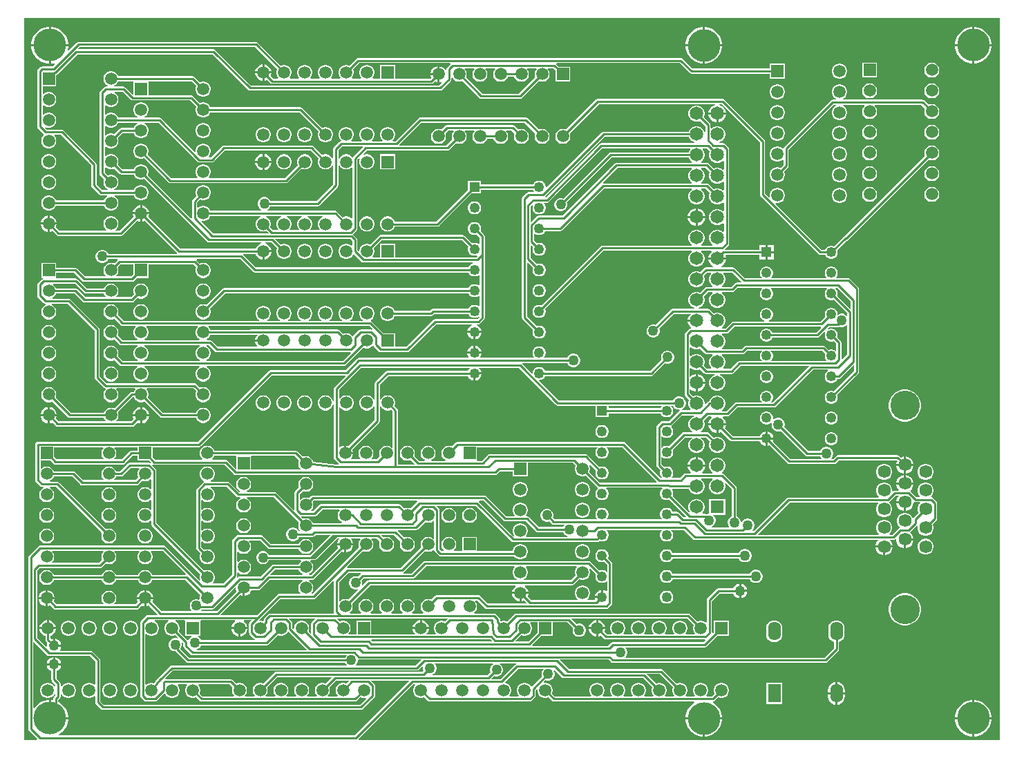
<source format=gbl>
%FSTAX23Y23*%
%MOIN*%
%SFA1B1*%

%IPPOS*%
%ADD10C,0.010000*%
%ADD28C,0.049210*%
%ADD29R,0.049210X0.049210*%
%ADD34O,0.062000X0.090000*%
%ADD35R,0.062000X0.090000*%
%ADD36C,0.157480*%
%ADD37C,0.059060*%
%ADD38R,0.059060X0.059060*%
%ADD39R,0.059060X0.059060*%
%ADD40C,0.062700*%
%ADD41C,0.141700*%
%ADD42C,0.064960*%
%ADD43R,0.064960X0.064960*%
%ADD44C,0.050000*%
%LN6502_vga-1*%
%LPD*%
G36*
X08875Y03503D02*
X08873Y03498D01*
X08853*
X08848Y03497*
X08844Y03494*
X08826Y03477*
X08783*
X08782Y03482*
X08784Y03483*
X08791Y0349*
X08796Y03499*
X08799Y03509*
Y0352*
X08796Y0353*
X08791Y03539*
X08788Y03542*
X0879Y03547*
X0883*
X08875Y03503*
G37*
G36*
X09289Y03468D02*
X09284Y03464D01*
X0928Y03457*
X09278Y03449*
Y0344*
X0928Y03432*
X09284Y03425*
X0929Y03419*
X09297Y03415*
X09305Y03413*
X09314*
X09322Y03415*
X09386Y03351*
Y03336*
X0938Y03341*
X09373Y03345*
X09365Y03348*
X09356*
X09348Y03345*
X09341Y03341*
Y03349*
X09339Y03357*
X09335Y03364*
X09329Y0337*
X09322Y03374*
X09314Y03376*
X09305*
X09297Y03374*
X0929Y0337*
X09284Y03364*
X0928Y03357*
X09278Y03349*
Y0334*
X0928Y03332*
X09257Y0331*
X09009*
X09008Y03315*
X09009Y03315*
X09016Y03319*
X09022Y03325*
X09026Y03332*
X09029Y0334*
Y03349*
X09026Y03357*
X09022Y03364*
X09016Y0337*
X09009Y03374*
X09001Y03376*
X08993*
X08985Y03374*
X08977Y0337*
X08972Y03364*
X08967Y03357*
X08965Y03349*
Y0334*
X08967Y03332*
X08972Y03325*
X08977Y03319*
X08985Y03315*
X08986Y03315*
X08985Y0331*
X08837*
X08832Y03309*
X08828Y03306*
X08798Y03277*
X08783*
X08782Y03282*
X08784Y03283*
X08791Y0329*
X08796Y03299*
X08799Y03309*
Y0332*
X08796Y0333*
X08791Y03339*
X08784Y03346*
X08775Y03351*
X08765Y03354*
X08754*
X08744Y03351*
X08742Y0335*
X08723Y03368*
X08719Y03371*
X08715Y03372*
X08672*
X08671Y03377*
X08675Y03378*
X08684Y03383*
X08691Y0339*
X08696Y03399*
X08699Y03409*
Y0342*
X08696Y0343*
X08695Y03432*
X08715Y03452*
X08736*
X08737Y03447*
X08735Y03446*
X08728Y03439*
X08723Y0343*
X0872Y0342*
Y03409*
X08723Y03399*
X08728Y0339*
X08735Y03383*
X08744Y03378*
X08754Y03375*
X08765*
X08775Y03378*
X08784Y03383*
X08791Y0339*
X08796Y03399*
X08799Y03409*
Y0342*
X08796Y0343*
X08791Y03439*
X08784Y03446*
X08782Y03447*
X08783Y03452*
X08832*
X08836Y03453*
X0884Y03456*
X08858Y03473*
X08974*
X08976Y03468*
X08972Y03464*
X08967Y03457*
X08965Y03449*
Y0344*
X08967Y03432*
X08972Y03425*
X08977Y03419*
X08985Y03415*
X08993Y03413*
X09001*
X09009Y03415*
X09016Y03419*
X09022Y03425*
X09026Y03432*
X09029Y0344*
Y03449*
X09026Y03457*
X09022Y03464*
X09018Y03468*
X0902Y03473*
X09287*
X09289Y03468*
G37*
G36*
X09403Y03409D02*
Y03369D01*
X09339Y03432*
X09341Y0344*
Y03449*
X09339Y03457*
X09335Y03464*
X0933Y03468*
X09333Y03473*
X09338*
X09403Y03409*
G37*
G36*
X09386Y0315D02*
X09363Y03128D01*
X09358Y0313*
Y03208*
X09357Y03213*
X09355Y03217*
X09339Y03232*
X09341Y0324*
Y03249*
X09339Y03257*
X09335Y03264*
X09329Y0327*
X09322Y03274*
X09314Y03276*
X09305*
X09297Y03274*
X09295Y03273*
X09292Y03277*
X09298Y03282*
X09344*
X09348Y03283*
X09351Y03285*
X09356Y03284*
X09365*
X09373Y03286*
X0938Y0329*
X09386Y03295*
Y0315*
G37*
G36*
X09261Y0328D02*
X09237Y03257D01*
X09026*
X09022Y03264*
X09016Y0327*
X09009Y03274*
X09001Y03276*
X08993*
X08985Y03274*
X08977Y0327*
X08972Y03264*
X08967Y03257*
X08965Y03249*
Y0324*
X08967Y03232*
X08972Y03225*
X08977Y03219*
X08985Y03215*
X08993Y03213*
X09001*
X09009Y03215*
X09016Y03219*
X09022Y03225*
X09026Y03232*
X09243*
X09247Y03233*
X09251Y03236*
X09277Y03262*
X09281Y03259*
X0928Y03257*
X09278Y03249*
Y0324*
X0928Y03232*
X09284Y03225*
X0929Y03219*
X09297Y03215*
X09305Y03213*
X09314*
X09322Y03215*
X09334Y03203*
Y03165*
X09329Y0317*
X09322Y03174*
X09314Y03176*
X09305*
X09297Y03174*
X09281Y0319*
X09277Y03193*
X09273Y03194*
X08899*
X08894Y03193*
X0889Y0319*
X08876Y03177*
X08783*
X08782Y03182*
X08784Y03183*
X08791Y0319*
X08796Y03199*
X08799Y03209*
Y0322*
X08796Y0323*
X08791Y03239*
X08784Y03246*
X08782Y03247*
X08783Y03252*
X08804*
X08808Y03253*
X08812Y03256*
X08842Y03285*
X09259*
X09261Y0328*
G37*
G36*
X0928Y03157D02*
X09278Y03149D01*
Y0314*
X0928Y03132*
X09284Y03125*
X09289Y0312*
X09017*
X09022Y03125*
X09026Y03132*
X09029Y0314*
Y03149*
X09026Y03157*
X09022Y03164*
X09017Y03169*
X09267*
X0928Y03157*
G37*
G36*
X08972Y03164D02*
X08967Y03157D01*
X08965Y03149*
Y0314*
X08967Y03132*
X08972Y03125*
X08977Y0312*
X08867*
X08862Y03119*
X08858Y03117*
X08823Y03082*
X0879*
X08788Y03087*
X08791Y0309*
X08796Y03099*
X08799Y03109*
Y0312*
X08796Y0313*
X08791Y03139*
X08784Y03146*
X08782Y03147*
X08783Y03152*
X08882*
X08886Y03153*
X0889Y03156*
X08904Y03169*
X08977*
X08972Y03164*
G37*
G36*
X08635Y03183D02*
X08644Y03178D01*
X08654Y03175*
X08665*
X08675Y03178*
X08677Y03179*
X08701Y03156*
X08705Y03153*
X0871Y03152*
X08736*
X08737Y03147*
X08735Y03146*
X08728Y03139*
X08723Y0313*
X0872Y0312*
Y03109*
X08723Y03099*
X08728Y0309*
X08731Y03087*
X08729Y03082*
X0871*
X08695Y03097*
X08696Y03099*
X08699Y03109*
Y0312*
X08696Y0313*
X08691Y03139*
X08684Y03146*
X08675Y03151*
X08665Y03154*
X08654*
X08644Y03151*
X08635Y03146*
X08632Y03143*
X08627Y03145*
Y03184*
X08632Y03186*
X08635Y03183*
G37*
G36*
X07981Y02908D02*
X07985Y02905D01*
X0799Y02904*
X08172*
Y02848*
X08235*
Y02867*
X08486*
X08491Y0286*
X08496Y02854*
X08504Y0285*
X08512Y02848*
X0852*
X08528Y0285*
X08535Y02854*
X08541Y0286*
X08545Y02867*
X08547Y02875*
Y02884*
X08545Y02892*
X08541Y02899*
X08536Y02904*
X08546*
X08546Y02904*
X0855Y02897*
X08556Y02891*
X08563Y02887*
X08571Y02885*
X08576*
X08578Y0288*
X08576Y02878*
X08526Y02829*
X08496*
X08491Y02828*
X08487Y02825*
X0847Y02808*
X08467Y02804*
X08466Y028*
Y02617*
X08467Y02612*
X0847Y02608*
X08486Y02592*
X08484Y02584*
Y02575*
X08486Y02567*
X08491Y0256*
X08495Y02555*
X08485*
X08315Y02725*
X08311Y02728*
X08306Y02729*
X07507*
X07502Y02728*
X07498Y02725*
X0748Y02708*
X07479Y02709*
X07469Y02711*
X0746*
X0745Y02709*
X07442Y02704*
X07435Y02697*
X0743Y02689*
X07428Y02679*
Y0267*
X0743Y0266*
X07435Y02652*
X07442Y02645*
X07448Y02642*
X07447Y02637*
X07382*
X07381Y02642*
X07387Y02645*
X07394Y02652*
X07399Y0266*
X07401Y0267*
Y02679*
X07399Y02689*
X07394Y02697*
X07387Y02704*
X07379Y02709*
X07369Y02711*
X0736*
X0735Y02709*
X07342Y02704*
X07335Y02697*
X0733Y02689*
X07328Y02679*
Y0267*
X0733Y0266*
X07335Y02652*
X07342Y02645*
X07348Y02642*
X07347Y02637*
X0732*
X07298Y02659*
X07299Y0266*
X07301Y0267*
Y02679*
X07299Y02689*
X07294Y02697*
X07287Y02704*
X07279Y02709*
X07269Y02711*
X0726*
X0725Y02709*
X07242Y02704*
X07235Y02697*
X0723Y02689*
X07228Y02679*
Y0267*
X0723Y0266*
X07235Y02652*
X07242Y02645*
X0725Y0264*
X0726Y02638*
X07269*
X07279Y0264*
X0728Y02641*
X07302Y0262*
X07219*
Y02881*
X07218Y02886*
X07215Y02889*
X07203Y02902*
X07204Y02904*
X07206Y02913*
Y02923*
X07204Y02932*
X07199Y0294*
X07192Y02947*
X07184Y02952*
X07174Y02954*
X07165*
X07155Y02952*
X07147Y02947*
X0714Y0294*
X07137Y02934*
X07132Y02935*
Y03006*
X07173Y03047*
X07556*
X07556Y03046*
X07561Y03038*
X07567Y03032*
X07575Y03027*
X07583Y03025*
Y0306*
X07588*
Y03065*
X07623*
X0762Y03073*
X07616Y03081*
X0761Y03086*
X07802*
X07981Y02908*
G37*
G36*
X09028Y0292D02*
X09017D01*
X09022Y02925*
X09026Y02932*
X09029Y0294*
Y02949*
X09026Y02957*
X09022Y02964*
X09016Y0297*
X09009Y02974*
X09001Y02976*
X08993*
X08985Y02974*
X08977Y0297*
X08972Y02964*
X08967Y02957*
X08965Y02949*
Y0294*
X08967Y02932*
X08972Y02925*
X08977Y0292*
X08852*
X08847Y02919*
X08843Y02916*
X08803Y02877*
X08783*
X08782Y02882*
X08784Y02883*
X08791Y0289*
X08796Y02899*
X08799Y02909*
Y0292*
X08796Y0293*
X08791Y02939*
X08784Y02946*
X08775Y02951*
X08765Y02954*
X08754*
X08744Y02951*
X08735Y02946*
X08728Y02939*
X08723Y0293*
X08722Y02926*
X08719Y02926*
X08715Y02923*
X08704Y02912*
X08699Y02914*
Y0292*
X08696Y0293*
X08691Y02939*
X08684Y02946*
X08675Y02951*
X08665Y02954*
X08654*
X08644Y02951*
X08642Y0295*
X08627Y02965*
Y02987*
X08633Y02981*
X08643Y02975*
X08654Y02972*
X08655*
Y03015*
Y03057*
X08654*
X08643Y03054*
X08633Y03048*
X08627Y03042*
Y03084*
X08632Y03086*
X08635Y03083*
X08644Y03078*
X08654Y03075*
X08665*
X08675Y03078*
X08677Y03079*
X08696Y03061*
X087Y03058*
X08705Y03057*
X08747*
X08748Y03052*
X08744Y03051*
X08735Y03046*
X08728Y03039*
X08723Y0303*
X0872Y0302*
Y03009*
X08723Y02999*
X08728Y0299*
X08735Y02983*
X08744Y02978*
X08754Y02975*
X08765*
X08775Y02978*
X08784Y02983*
X08791Y0299*
X08796Y02999*
X08799Y03009*
Y0302*
X08796Y0303*
X08791Y03039*
X08784Y03046*
X08775Y03051*
X08771Y03052*
X08772Y03057*
X08829*
X08833Y03058*
X08837Y03061*
X08872Y03096*
X09204*
X09028Y0292*
G37*
G36*
X10122Y0129D02*
X0703D01*
X07028Y01295*
X07293Y01559*
X07301*
X07303Y01554*
X073Y01552*
X07295Y01544*
X07293Y01534*
Y01525*
X07295Y01515*
X073Y01507*
X07307Y015*
X07315Y01495*
X07325Y01493*
X07334*
X07344Y01495*
X07345Y01496*
X07363Y01479*
X07367Y01476*
X07372Y01475*
X07856*
X0786Y01476*
X07864Y01479*
X0788Y01495*
X07883Y01499*
X07884Y01504*
Y01531*
X07889Y01537*
X07893Y01534*
Y01525*
X07895Y01515*
X079Y01507*
X07907Y015*
X07915Y01495*
X07925Y01493*
X07934*
X07944Y01495*
X07945Y01496*
X07963Y01479*
X07967Y01476*
X07972Y01475*
X08647*
X08648Y0147*
X08638Y01463*
X08626Y01451*
X08616Y01437*
X08609Y0142*
X08606Y01403*
Y01399*
X08783*
Y01403*
X0878Y0142*
X08773Y01437*
X08763Y01451*
X08751Y01463*
X0874Y01471*
X08741Y01476*
X08742Y01476*
X08746Y01479*
X08764Y01496*
X08765Y01495*
X08775Y01493*
X08784*
X08794Y01495*
X08802Y015*
X08809Y01507*
X08814Y01515*
X08816Y01525*
Y01534*
X08814Y01544*
X08809Y01552*
X08802Y01559*
X08794Y01564*
X08784Y01566*
X08775*
X08765Y01564*
X08757Y01559*
X0875Y01552*
X08745Y01544*
X08743Y01534*
Y01525*
X08745Y01515*
X08746Y01514*
X08732Y015*
X08708*
X08706Y01505*
X08709Y01507*
X08714Y01515*
X08716Y01525*
Y01534*
X08714Y01544*
X08709Y01552*
X08702Y01559*
X08694Y01564*
X08684Y01566*
X08675*
X08665Y01564*
X08657Y01559*
X0865Y01552*
X08645Y01544*
X08643Y01534*
Y01525*
X08645Y01515*
X0865Y01507*
X08653Y01505*
X08651Y015*
X08608*
X08606Y01505*
X08609Y01507*
X08614Y01515*
X08616Y01525*
Y01534*
X08614Y01544*
X08609Y01552*
X08602Y01559*
X08594Y01564*
X08584Y01566*
X08575*
X08565Y01564*
X08564Y01563*
X08497Y01629*
X08493Y01632*
X08489Y01633*
X08045*
X07999Y01678*
X08235*
X08247Y01666*
X08251Y01664*
X08256Y01663*
X09282*
X09287Y01664*
X09291Y01666*
X09343Y01719*
X09346Y01723*
X09347Y01728*
Y01764*
X09354Y01767*
X09362Y01773*
X09368Y01781*
X09372Y01791*
X09373Y01801*
Y01829*
X09372Y01838*
X09368Y01848*
X09362Y01856*
X09354Y01862*
X09344Y01866*
X09335Y01867*
X09325Y01866*
X09315Y01862*
X09307Y01856*
X09301Y01848*
X09297Y01838*
X09296Y01829*
Y01801*
X09297Y01791*
X09301Y01781*
X09307Y01773*
X09315Y01767*
X09322Y01764*
Y01733*
X09277Y01687*
X08313*
X08318Y01693*
X08322Y017*
X08325Y01708*
Y01717*
X08322Y01725*
X08318Y01732*
X08313Y01737*
X087*
X08704Y01738*
X08708Y01741*
X0876Y01793*
X08816*
Y01866*
X08743*
Y0181*
X08739Y01806*
X08734Y01808*
Y01961*
X0877Y01997*
X08837*
X08837Y01996*
X08841Y01988*
X08848Y01981*
X08856Y01977*
X08865Y01975*
Y0201*
Y02044*
X08856Y02042*
X08848Y02038*
X08841Y02031*
X08837Y02023*
X08837Y02022*
X08765*
X0876Y02021*
X08756Y02018*
X08713Y01975*
X0871Y01971*
X08709Y01967*
Y01858*
X08704Y01856*
X08702Y01859*
X08694Y01864*
X08684Y01866*
X08675*
X08665Y01864*
X08664Y01863*
X0863Y01897*
X08626Y01899*
X08621Y019*
X07788*
X07783Y01899*
X07779Y01897*
X07745Y01863*
X07744Y01864*
X07734Y01866*
X07725*
X07717Y01864*
X07713Y01867*
X07712Y01868*
Y01872*
X07712Y01876*
X07709Y0188*
X07692Y01897*
X07688Y019*
X07683Y01901*
X07588*
X07587Y01906*
X07594Y01912*
X07599Y0192*
X07601Y0193*
Y01939*
X07599Y01949*
X07594Y01957*
X07591Y01959*
X07593Y01964*
X07601*
X07639Y01927*
X07643Y01924*
X07648Y01923*
X08225*
X08229Y01924*
X08233Y01927*
X08249Y01943*
X08252Y01947*
X08253Y01952*
Y02142*
X08252Y02147*
X08249Y02151*
X08233Y02167*
X08235Y02175*
Y02184*
X08233Y02192*
X08228Y02199*
X08223Y02205*
X08215Y02209*
X08207Y02211*
X08199*
X08191Y02209*
X08184Y02205*
X08178Y02199*
X08174Y02192*
X08172Y02184*
Y02175*
X08174Y02167*
X08178Y0216*
X08184Y02154*
X08191Y0215*
X08199Y02148*
X08207*
X08215Y0215*
X08228Y02137*
Y02099*
X08223Y02105*
X08215Y02109*
X08207Y02111*
X08199*
X08191Y02109*
X0815Y0215*
X08146Y02153*
X08141Y02154*
X0735*
X07345Y02153*
X07341Y0215*
X07284Y02094*
X07247*
X07245Y02099*
X07247Y021*
X07349Y02201*
X0735Y022*
X0736Y02198*
X07369*
X07379Y022*
X07387Y02205*
X07389Y02208*
X07392Y02207*
X07394Y02206*
X07395Y02202*
X07398Y02198*
X07415Y02181*
X07419Y02178*
X07424Y02177*
X0778*
X0778Y02177*
X07787Y0217*
X07795Y02165*
X07805Y02163*
X07814*
X07824Y02165*
X07832Y0217*
X07839Y02177*
X07844Y02185*
X07846Y02195*
Y02204*
X07844Y02214*
X07839Y02222*
X07832Y02229*
X07824Y02234*
X07814Y02236*
X07805*
X07795Y02234*
X07787Y02229*
X0778Y02222*
X07775Y02214*
X07773Y02204*
Y02202*
X07601*
Y02271*
X07528*
Y02202*
X0749*
X07488Y02207*
X07494Y02212*
X07499Y0222*
X07501Y0223*
Y02239*
X07499Y02249*
X07494Y02257*
X07487Y02264*
X07479Y02269*
X07469Y02271*
X0746*
X0745Y02269*
X07442Y02264*
X07435Y02257*
X0743Y02249*
X07428Y02239*
Y0223*
X0743Y0222*
X07435Y02212*
X07441Y02207*
X07439Y02202*
X07429*
X07419Y02212*
Y024*
X07418Y02404*
X07415Y02408*
X07403Y02421*
X07595*
X07767Y02249*
X07771Y02246*
X07776Y02245*
X08181*
X08186Y02246*
X0819Y02249*
X08191Y0225*
X08199Y02248*
X08207*
X08215Y0225*
X08223Y02254*
X08228Y0226*
X08233Y02267*
X08235Y02275*
Y02284*
X08233Y02292*
X08228Y02299*
X08223Y02304*
X08496*
X08491Y02299*
X08486Y02292*
X08484Y02284*
Y02275*
X08486Y02267*
X08491Y0226*
X08496Y02254*
X08504Y0225*
X08512Y02248*
X0852*
X08528Y0225*
X08535Y02254*
X08541Y0226*
X08545Y02267*
X08547Y02275*
Y02284*
X08545Y02292*
X08541Y02299*
X08536Y02304*
X08599*
X08643Y0226*
X08647Y02257*
X08652Y02256*
X09539*
X09531Y02249*
X09526Y02239*
X09523Y02229*
Y02229*
X09565*
X09606*
Y02229*
X09603Y02239*
X09598Y02249*
X0959Y02256*
X09609*
X09613Y02257*
X09617Y0226*
X09618Y02261*
X09623Y02259*
Y02252*
X09626Y02242*
X09631Y02232*
X09639Y02224*
X09649Y02219*
X09659Y02216*
X0966*
Y02258*
X09665*
Y02263*
X09706*
Y02263*
X09703Y02273*
X09698Y02283*
X09692Y02289*
X09691Y0229*
X09691Y02294*
X09692Y02295*
X09723Y02327*
X09723*
X09727Y02323*
X09726Y0232*
Y02309*
X09729Y023*
X09734Y02291*
X09741Y02284*
X0975Y02279*
X09759Y02276*
X0977*
X09779Y02279*
X09788Y02284*
X09795Y02291*
X098Y023*
X09803Y02309*
Y0232*
X098Y02329*
X09799Y02332*
X09817Y0235*
X0982Y02354*
X09821Y02359*
Y02434*
X0982Y02438*
X09817Y02442*
X098Y02459*
X09796Y02462*
X09794Y02462*
X09792Y02467*
X09792Y02468*
X09795Y02471*
X098Y0248*
X09803Y02489*
Y025*
X098Y02509*
X09795Y02518*
X09788Y02525*
X09779Y0253*
X0977Y02533*
X09759*
X0975Y0253*
X09741Y02525*
X09734Y02518*
X09729Y02509*
X09726Y025*
Y02489*
X09729Y0248*
X09734Y02471*
X09737Y02468*
X09735Y02463*
X0972*
X09692Y0249*
X09692Y0249*
X09692Y02491*
X09692Y02496*
X09698Y02502*
X09703Y02512*
X09706Y02522*
Y02523*
X09665*
X09623*
Y02522*
X09626Y02512*
X09631Y02502*
X09635Y02499*
X09633Y02494*
X09615*
X0961Y02493*
X09608Y02491*
X09603Y02494*
Y025*
X096Y02509*
X09595Y02518*
X09588Y02525*
X09579Y0253*
X0957Y02533*
X09559*
X0955Y0253*
X09541Y02525*
X09534Y02518*
X09529Y02509*
X09526Y025*
Y02489*
X09529Y0248*
X09534Y02471*
X09539Y02466*
X09537Y02461*
X09103*
X09098Y0246*
X09094Y02457*
X08935Y02299*
X08931Y02299*
X08929Y02304*
X08932Y02307*
X08936Y02314*
X08939Y02322*
Y02331*
X08936Y02339*
X08932Y02346*
X08926Y02352*
X08919Y02356*
X08911Y02359*
X08902*
X08894Y02356*
X08887Y02352*
X08881Y02346*
X08879Y02342*
X08874Y02343*
Y02345*
X08871Y02353*
X08867Y0236*
X08861Y02366*
X08854Y0237*
X08854Y0237*
Y02507*
X08853Y02511*
X0885Y02515*
X08792Y02573*
X08788Y02576*
X08784Y02577*
X08783*
X08782Y02582*
X08784Y02583*
X08791Y0259*
X08796Y02599*
X08799Y02609*
Y0262*
X08796Y0263*
X08791Y02639*
X08784Y02646*
X08775Y02651*
X08765Y02654*
X08754*
X08744Y02651*
X08735Y02646*
X08728Y02639*
X08723Y0263*
X0872Y0262*
Y02609*
X08723Y02599*
X08728Y0259*
X08735Y02583*
X08737Y02582*
X08736Y02577*
X08689*
X08687Y02582*
X08693Y02588*
X08699Y02598*
X08702Y02609*
Y0261*
X0866*
X08617*
Y02609*
X0862Y02598*
X08626Y02588*
X08632Y02582*
X0863Y02577*
X08606*
X08601Y02576*
X08597Y02573*
X08579Y02555*
X08536*
X08541Y0256*
X08545Y02567*
X08547Y02575*
Y02584*
X08545Y02592*
X08541Y02599*
X08535Y02605*
X08528Y02609*
X0852Y02611*
X08512*
X08504Y02609*
X08491Y02622*
Y0266*
X08496Y02654*
X08504Y0265*
X08512Y02648*
X0852*
X08528Y0265*
X08535Y02654*
X08541Y0266*
X08545Y02667*
X08547Y02675*
Y02684*
X08545Y02692*
X08605Y02751*
X08644*
X08635Y02746*
X08628Y02739*
X08623Y0273*
X0862Y0272*
Y02709*
X08623Y02699*
X08628Y0269*
X08635Y02683*
X08644Y02678*
X08654Y02675*
X08665*
X08675Y02678*
X08684Y02683*
X08691Y0269*
X08696Y02699*
X08699Y02709*
Y0272*
X08696Y0273*
X08691Y02739*
X08684Y02746*
X08675Y02751*
X08705*
X08724Y02732*
X08723Y0273*
X0872Y0272*
Y02709*
X08723Y02699*
X08728Y0269*
X08735Y02683*
X08744Y02678*
X08754Y02675*
X08765*
X08775Y02678*
X08784Y02683*
X08791Y0269*
X08796Y02699*
X08799Y02709*
Y0272*
X08796Y0273*
X08791Y02739*
X08784Y02746*
X08775Y02751*
X08765Y02754*
X08754*
X08744Y02751*
X08742Y0275*
X08719Y02772*
X08715Y02775*
X08711Y02776*
X08681*
X0868Y02781*
X08684Y02783*
X08691Y0279*
X08696Y02799*
X08699Y02809*
Y0282*
X08696Y0283*
X08695Y02832*
X08715Y02852*
X0873*
X08732Y02847*
X08726Y02841*
X0872Y02831*
X08717Y0282*
Y0282*
X0876*
X08802*
Y0282*
X08799Y02831*
X08793Y02841*
X08787Y02847*
X08789Y02852*
X08809*
X08813Y02853*
X08817Y02856*
X08857Y02895*
X09034*
X09038Y02896*
X09042Y02899*
X09222Y03079*
X09294*
X09294Y03078*
X09293Y03071*
X0929Y0307*
X09284Y03064*
X0928Y03057*
X09278Y03049*
Y0304*
X0928Y03032*
X09284Y03025*
X0929Y03019*
X09297Y03015*
X09305Y03013*
X09314*
X09322Y03015*
X09329Y03019*
X09335Y03025*
X09339Y03032*
X09345*
X09349Y03033*
X09353Y03036*
X0942Y03102*
Y03072*
X09322Y02974*
X09314Y02976*
X09305*
X09297Y02974*
X0929Y0297*
X09284Y02964*
X0928Y02957*
X09278Y02949*
Y0294*
X0928Y02932*
X09284Y02925*
X0929Y02919*
X09297Y02915*
X09305Y02913*
X09314*
X09322Y02915*
X09329Y02919*
X09335Y02925*
X09339Y02932*
X09341Y0294*
Y02949*
X09339Y02957*
X09441Y03058*
X09443Y03062*
X09444Y03067*
Y03468*
X09443Y03473*
X09441Y03477*
X09401Y03516*
X09397Y03519*
X09393Y0352*
X09329*
X09335Y03525*
X09339Y03532*
X09341Y0354*
Y03549*
X09339Y03557*
X09335Y03564*
X09329Y0357*
X09322Y03574*
X09314Y03576*
X09305*
X09297Y03574*
X0929Y0357*
X09284Y03564*
X0928Y03557*
X09278Y03549*
Y0354*
X0928Y03532*
X09284Y03525*
X0929Y0352*
X09017*
X09022Y03525*
X09026Y03532*
X09029Y0354*
Y03549*
X09026Y03557*
X09022Y03564*
X09016Y0357*
X09009Y03574*
X09001Y03576*
X08993*
X08985Y03574*
X08977Y0357*
X08972Y03564*
X08967Y03557*
X08965Y03549*
Y0354*
X08967Y03532*
X08972Y03525*
X08977Y0352*
X08893*
X08844Y03568*
X0884Y03571*
X08836Y03572*
X0878*
X08779Y03577*
X08786Y03581*
X08793Y03588*
X08799Y03598*
X08802Y03609*
Y0361*
X0876*
X08717*
Y03609*
X0872Y03598*
X08726Y03588*
X08733Y03581*
X0874Y03577*
X08739Y03572*
X08705*
X087Y03571*
X08696Y03568*
X08677Y0355*
X08675Y03551*
X08665Y03554*
X08654*
X08644Y03551*
X08635Y03546*
X08628Y03539*
X08623Y0353*
X0862Y0352*
Y03509*
X08623Y03499*
X08628Y0349*
X08635Y03483*
X08644Y03478*
X08654Y03475*
X08665*
X08675Y03478*
X08684Y03483*
X08691Y0349*
X08696Y03499*
X08699Y03509*
Y0352*
X08696Y0353*
X08695Y03532*
X0871Y03547*
X08729*
X08731Y03542*
X08728Y03539*
X08723Y0353*
X0872Y0352*
Y03509*
X08723Y03499*
X08728Y0349*
X08735Y03483*
X08737Y03482*
X08736Y03477*
X0871*
X08705Y03476*
X08701Y03473*
X08677Y0345*
X08675Y03451*
X08665Y03454*
X08654*
X08644Y03451*
X08635Y03446*
X08628Y03439*
X08623Y0343*
X0862Y0342*
Y03409*
X08623Y03399*
X08628Y0339*
X08635Y03383*
X08644Y03378*
X08648Y03377*
X08647Y03372*
X08546*
X08541Y03371*
X08537Y03368*
X08463Y03294*
X08463Y03294*
X08455Y03297*
X08446*
X08438Y03294*
X08431Y0329*
X08425Y03284*
X08421Y03277*
X08419Y03269*
Y0326*
X08421Y03252*
X08425Y03245*
X08431Y03239*
X08438Y03235*
X08446Y03233*
X08455*
X08463Y03235*
X0847Y03239*
X08476Y03245*
X0848Y03252*
X08483Y0326*
Y03269*
X0848Y03277*
X0848Y03277*
X08551Y03347*
X08632*
X08626Y03341*
X0862Y03331*
X08617Y0332*
Y0332*
X0866*
Y0331*
X08617*
Y03309*
X0862Y03298*
X08626Y03288*
X08632Y03282*
X08632Y03279*
X08631Y03277*
X08631Y03277*
X08627Y03276*
X08623Y03273*
X08606Y03256*
X08603Y03252*
X08602Y03248*
Y0296*
X08603Y02955*
X08606Y02951*
X08624Y02932*
X08623Y0293*
X0862Y0292*
Y02909*
X08623Y02899*
X08628Y0289*
X08631Y02887*
X08629Y02882*
X08589*
X08588Y02887*
X08595Y02891*
X08601Y02897*
X08605Y02904*
X08608Y02912*
Y02921*
X08605Y02929*
X08601Y02936*
X08595Y02942*
X08588Y02946*
X0858Y02949*
X08571*
X08563Y02946*
X08556Y02942*
X0855Y02936*
X08546Y02929*
X08546Y02929*
X07995*
X079Y03023*
X07902Y03028*
X07905*
X07913Y0303*
X0792Y03034*
X07926Y0304*
X0793Y03047*
X08442*
X08446Y03048*
X0845Y03051*
X08507Y03108*
X08507Y03108*
X08515Y03106*
X08524*
X08532Y03108*
X08539Y03112*
X08545Y03118*
X08549Y03125*
X08552Y03133*
Y03142*
X08549Y0315*
X08545Y03157*
X08539Y03163*
X08532Y03167*
X08524Y0317*
X08515*
X08507Y03167*
X085Y03163*
X08494Y03157*
X0849Y0315*
X08488Y03142*
Y03133*
X0849Y03125*
X0849Y03125*
X08436Y03072*
X0793*
X07926Y03079*
X0792Y03085*
X07913Y03089*
X07905Y03091*
X07897*
X07889Y03089*
X07881Y03085*
X07876Y03079*
X07871Y03072*
X07869Y03064*
Y03061*
X07864Y03059*
X07818Y03105*
X0782Y0311*
X08036*
X08036Y0311*
X0804Y03103*
X08046Y03097*
X08053Y03093*
X08061Y03091*
X0807*
X08078Y03093*
X08085Y03097*
X08091Y03103*
X08095Y0311*
X08098Y03118*
Y03127*
X08095Y03135*
X08091Y03142*
X08085Y03148*
X08078Y03152*
X0807Y03155*
X08061*
X08053Y03152*
X08046Y03148*
X0804Y03142*
X08036Y03135*
X08036Y03135*
X07921*
X07926Y0314*
X0793Y03147*
X07932Y03155*
Y03164*
X0793Y03172*
X07926Y03179*
X0792Y03185*
X07913Y03189*
X07905Y03191*
X07897*
X07889Y03189*
X07881Y03185*
X07876Y03179*
X07871Y03172*
X07869Y03164*
Y03155*
X07871Y03147*
X07876Y0314*
X07881Y03135*
X07619*
X07617Y0314*
X0762Y03146*
X07623Y03155*
X07554*
X07556Y03146*
X0756Y0314*
X07558Y03135*
X07031*
X07026Y03134*
X07022Y03131*
X06966Y03076*
X06607*
X06602Y03075*
X06598Y03072*
X06254Y02729*
X05483*
X05478Y02728*
X05474Y02725*
X05471Y02721*
X0547Y02717*
Y02544*
X05471Y02539*
X05474Y02535*
X05493Y02516*
X05497Y02513*
X05502Y02512*
X05507*
X05508Y02507*
X05502Y02504*
X05495Y02497*
X0549Y02489*
X05488Y02479*
Y0247*
X0549Y0246*
X05495Y02452*
X05502Y02445*
X0551Y0244*
X0552Y02438*
X05529*
X05539Y0244*
X05547Y02445*
X05554Y02452*
X05559Y0246*
X05561Y0247*
Y02479*
X05559Y02489*
X05554Y02497*
X05547Y02504*
X05541Y02507*
X05542Y02512*
X05569*
X05791Y0229*
X0579Y02289*
X05788Y02279*
Y0227*
X0579Y0226*
X05795Y02252*
X05802Y02245*
X0581Y0224*
X0582Y02238*
X05829*
X05839Y0224*
X05847Y02245*
X05854Y02252*
X05859Y0226*
X05861Y0227*
Y02279*
X05859Y02289*
X05854Y02297*
X05847Y02304*
X05839Y02309*
X05829Y02311*
X0582*
X0581Y02309*
X05809Y02308*
X05583Y02533*
X05579Y02536*
X05575Y02537*
X05542*
X05541Y02542*
X05547Y02545*
X05554Y02552*
X05559Y0256*
X05559Y02562*
X05648*
X05687Y02524*
X05691Y02521*
X05696Y0252*
X05958*
X05962Y02521*
X05966Y02524*
X05984Y02541*
X05985Y0254*
X05995Y02538*
X06004*
X06014Y0254*
X06022Y02545*
X06024Y02548*
X06029Y02546*
Y02503*
X06024Y02501*
X06022Y02504*
X06014Y02509*
X06004Y02511*
X05995*
X05985Y02509*
X05977Y02504*
X0597Y02497*
X05965Y02489*
X05963Y02479*
Y0247*
X05965Y0246*
X0597Y02452*
X05977Y02445*
X05985Y0244*
X05995Y02438*
X06004*
X06014Y0244*
X06022Y02445*
X06024Y02448*
X06029Y02446*
Y02403*
X06024Y02401*
X06022Y02404*
X06014Y02409*
X06004Y02411*
X05995*
X05985Y02409*
X05977Y02404*
X0597Y02397*
X05965Y02389*
X05963Y02379*
Y0237*
X05965Y0236*
X0597Y02352*
X05977Y02345*
X05985Y0234*
X05995Y02338*
X06004*
X06014Y0234*
X06022Y02345*
X06024Y02348*
X06029Y02346*
Y02333*
X0603Y02328*
X06033Y02324*
X06266Y0209*
X06265Y02089*
X06263Y02079*
Y0207*
X06265Y02064*
X0626Y02061*
X06096Y02225*
X06092Y02228*
X06088Y02229*
X05494*
X05489Y02228*
X05485Y02225*
X0544Y0218*
X05437Y02176*
X05436Y02172*
Y01343*
X05437Y01338*
X0544Y01334*
X05479Y01295*
X05477Y0129*
X05417*
Y04775*
X10122*
Y0129*
G37*
G36*
X07561Y03081D02*
X07556Y03073D01*
X07556Y03072*
X07168*
X07163Y03071*
X07159Y03068*
X07111Y0302*
X07108Y03016*
X07107Y03012*
Y02935*
X07102Y02934*
X07099Y0294*
X07092Y02947*
X07084Y02952*
X07074Y02954*
X07065*
X07055Y02952*
X07047Y02947*
X0704Y0294*
X07035Y02932*
X07033Y02923*
Y02913*
X07035Y02904*
X0704Y02895*
X07047Y02889*
X07055Y02884*
X07065Y02881*
X07074*
X07084Y02884*
X07092Y02889*
X07099Y02895*
X07102Y02902*
X07107Y029*
Y02835*
X06982Y0271*
X0698Y02711*
X0697Y02714*
X0697*
Y0268*
X07004*
Y0268*
X07001Y0269*
X07Y02692*
X07128Y02821*
X07131Y02825*
X07132Y0283*
Y029*
X07137Y02902*
X0714Y02895*
X07147Y02889*
X07155Y02884*
X07165Y02881*
X07174*
X07184Y02884*
X07185Y02885*
X07194Y02876*
Y02703*
X07189Y02701*
X07187Y02704*
X07179Y02709*
X07169Y02711*
X0716*
X0715Y02709*
X07142Y02704*
X07135Y02697*
X0713Y02689*
X07128Y02679*
Y0267*
X0713Y0266*
X07131Y02659*
X07118Y02645*
X07094*
X07092Y0265*
X07094Y02652*
X07099Y0266*
X07101Y0267*
Y02679*
X07099Y02689*
X07094Y02697*
X07087Y02704*
X07079Y02709*
X07069Y02711*
X0706*
X0705Y02709*
X07042Y02704*
X07035Y02697*
X0703Y02689*
X07028Y02679*
Y0267*
X0703Y0266*
X07035Y02652*
X07037Y0265*
X07035Y02645*
X06991*
X06996Y0265*
X07001Y02659*
X07004Y02669*
Y0267*
X06965*
Y02675*
X0696*
Y02714*
X06959*
X06949Y02711*
X0694Y02706*
X06935Y02701*
Y02895*
X0694Y02896*
X0694Y02895*
X06947Y02889*
X06955Y02884*
X06965Y02881*
X06974*
X06984Y02884*
X06992Y02889*
X06999Y02895*
X07004Y02904*
X07006Y02913*
Y02923*
X07004Y02932*
X06999Y0294*
X06992Y02947*
X06984Y02952*
X06974Y02954*
X06965*
X06955Y02952*
X06947Y02947*
X0694Y0294*
X0694Y02939*
X06935Y02941*
Y0298*
X07041Y03086*
X07566*
X07561Y03081*
G37*
G36*
X06967Y03046D02*
X06914Y02993D01*
X06911Y02989*
X0691Y02985*
Y02926*
X06905Y02925*
X06904Y02932*
X06899Y0294*
X06892Y02947*
X06884Y02952*
X06874Y02954*
X06865*
X06855Y02952*
X06847Y02947*
X0684Y0294*
X06835Y02932*
X06833Y02923*
Y02913*
X06835Y02904*
X0684Y02895*
X06847Y02889*
X06855Y02884*
X06865Y02881*
X06874*
X06884Y02884*
X06892Y02889*
X06899Y02895*
X06904Y02904*
X06905Y0291*
X0691Y0291*
Y02654*
X06911Y02649*
X06914Y02645*
X06934Y02625*
X06934Y02623*
X06933Y0262*
X06924*
X0681Y02633*
X06809Y02639*
X06804Y02647*
X06797Y02654*
X06789Y02659*
X06779Y02661*
X0677*
X0676Y02659*
X06759Y02658*
X06733Y02683*
X06729Y02686*
X06725Y02687*
X06334*
X06334Y02689*
X06329Y02697*
X06322Y02704*
X06314Y02709*
X06304Y02711*
X06295*
X06285Y02709*
X06277Y02704*
X0627Y02697*
X06265Y02689*
X06263Y02679*
Y0267*
X06265Y0266*
X0627Y02652*
X06275Y02648*
X06273Y02643*
X06049*
X06036Y02655*
Y02704*
X0626*
X06264Y02705*
X06268Y02708*
X06612Y03051*
X06965*
X06967Y03046*
G37*
G36*
X08491Y02899D02*
X08486Y02892D01*
X08235*
Y02904*
X08496*
X08491Y02899*
G37*
G36*
X08648Y02852D02*
X08644Y02851D01*
X08635Y02846*
X08628Y02839*
X08623Y0283*
X0862Y0282*
Y02809*
X08623Y02799*
X08628Y0279*
X08635Y02783*
X08639Y02781*
X08638Y02776*
X086*
X08595Y02775*
X08591Y02772*
X08528Y02709*
X0852Y02711*
X08512*
X08504Y02709*
X08496Y02705*
X08491Y02699*
Y0276*
X08496Y02754*
X08504Y0275*
X08512Y02748*
X0852*
X08528Y0275*
X08535Y02754*
X08541Y0276*
X08545Y02767*
X08547Y02775*
Y02784*
X08545Y02792*
X08541Y02799*
X08539Y02801*
X0854Y02807*
X0854Y02808*
X0859Y02857*
X08647*
X08648Y02852*
G37*
G36*
X08467Y02538D02*
X08465Y02533D01*
X08193*
X08143Y02584*
X08144Y02585*
X08146Y02595*
Y02604*
X08144Y02614*
X08142Y02616*
X08146Y02619*
X08174Y02592*
X08172Y02584*
Y02575*
X08174Y02567*
X08178Y0256*
X08184Y02554*
X08191Y0255*
X08199Y02548*
X08207*
X08215Y0255*
X08223Y02554*
X08228Y0256*
X08233Y02567*
X08235Y02575*
Y02584*
X08233Y02592*
X08228Y02599*
X08223Y02605*
X08215Y02609*
X08207Y02611*
X08199*
X08191Y02609*
X08133Y02667*
X08129Y02669*
X08125Y0267*
X07661*
X07656Y02669*
X07652Y02667*
X07622Y02637*
X07606*
X07601Y02638*
Y02704*
X08183*
X08178Y02699*
X08174Y02692*
X08172Y02684*
Y02675*
X08174Y02667*
X08178Y0266*
X08184Y02654*
X08191Y0265*
X08199Y02648*
X08207*
X08215Y0265*
X08223Y02654*
X08228Y0266*
X08233Y02667*
X08235Y02675*
Y02684*
X08233Y02692*
X08228Y02699*
X08223Y02704*
X08301*
X08467Y02538*
G37*
G36*
X05963Y02687D02*
X05934D01*
X05929Y02686*
X05925Y02683*
X05886Y02645*
X05853*
X05851Y0265*
X05854Y02652*
X05859Y0266*
X05861Y0267*
Y02679*
X05859Y02689*
X05854Y02697*
X05851Y02699*
X05853Y02704*
X05963*
Y02687*
G37*
G36*
X05798Y02699D02*
X05795Y02697D01*
X0579Y02689*
X05788Y02679*
Y0267*
X0579Y0266*
X05795Y02652*
X05798Y0265*
X05796Y02645*
X05572*
X05561Y02655*
Y02704*
X05796*
X05798Y02699*
G37*
G36*
X05963Y02638D02*
X06019D01*
X06027Y0263*
X06024Y02626*
X06022Y02627*
X06017Y02628*
X05925*
X0592Y02627*
X05916Y02625*
X05878Y02587*
X05859*
X05859Y02589*
X05854Y02597*
X05847Y02604*
X05839Y02609*
X05829Y02611*
X0582*
X0581Y02609*
X05802Y02604*
X05795Y02597*
X0579Y02589*
X05788Y02579*
Y0257*
X0579Y0256*
X05795Y02552*
X05798Y0255*
X05796Y02545*
X05701*
X05662Y02583*
X05658Y02586*
X05654Y02587*
X05559*
X05559Y02589*
X05554Y02597*
X05547Y02604*
X05539Y02609*
X05529Y02611*
X0552*
X0551Y02609*
X05502Y02604*
X055Y02601*
X05495Y02603*
Y02638*
X05544*
X05558Y02624*
X05562Y02621*
X05567Y0262*
X05892*
X05896Y02621*
X059Y02624*
X05939Y02662*
X05963*
Y02638*
G37*
G36*
X06438Y02661D02*
Y02597D01*
X06396Y02639*
X06392Y02642*
X06388Y02643*
X06326*
X06324Y02648*
X06329Y02652*
X06334Y0266*
X06334Y02662*
X06433*
X06438Y02661*
G37*
G36*
X06741Y0264D02*
X0674Y02639D01*
X06738Y02629*
Y0262*
X0674Y0261*
X06745Y02602*
X06748Y026*
X06746Y02595*
X06511*
Y02661*
X06516Y02662*
X06719*
X06741Y0264*
G37*
G36*
X08076Y02615D02*
X08075Y02614D01*
X08073Y02604*
Y02595*
X08075Y02585*
X0808Y02577*
X08087Y0257*
X08095Y02565*
X08105Y02563*
X08114*
X08124Y02565*
X08125Y02566*
X0818Y02512*
X08183Y0251*
X08183Y02506*
X08183Y02504*
X08178Y02499*
X08174Y02492*
X08172Y02484*
Y02475*
X08174Y02467*
X08178Y0246*
X08184Y02454*
X08191Y0245*
X08199Y02448*
X08207*
X08215Y0245*
X08223Y02454*
X08228Y0246*
X08233Y02467*
X08235Y02475*
Y02484*
X08233Y02492*
X08228Y02499*
X08224Y02503*
X08226Y02508*
X08493*
X08495Y02503*
X08491Y02499*
X08486Y02492*
X08484Y02484*
Y02475*
X08486Y02467*
X08491Y0246*
X08496Y02454*
X08504Y0245*
X08512Y02448*
X0852*
X08528Y0245*
X08613Y02365*
X08597*
X08573Y02388*
X08569Y02391*
X08565Y02392*
X08545*
X08541Y02399*
X08535Y02405*
X08528Y02409*
X0852Y02411*
X08512*
X08504Y02409*
X08496Y02405*
X08491Y02399*
X08486Y02392*
X08484Y02384*
Y02375*
X08486Y02367*
X08491Y0236*
X08496Y02355*
X08223*
X08228Y0236*
X08233Y02367*
X08235Y02375*
Y02384*
X08233Y02392*
X08228Y02399*
X08223Y02405*
X08215Y02409*
X08207Y02411*
X08199*
X08191Y02409*
X08184Y02405*
X08178Y02399*
X08174Y02392*
X08172Y02384*
Y02375*
X08174Y02367*
X08178Y0236*
X08183Y02355*
X07975*
X07967Y02362*
X07967Y02362*
X0797Y0237*
Y02379*
X07967Y02387*
X07963Y02394*
X07957Y024*
X0795Y02404*
X07942Y02407*
X07933*
X07925Y02404*
X07918Y024*
X07912Y02394*
X07908Y02387*
X07906Y02379*
Y0237*
X07908Y02362*
X07912Y02355*
X07918Y02349*
X07925Y02345*
X07933Y02343*
X07942*
X0795Y02345*
X0795Y02345*
X07961Y02334*
X07965Y02331*
X0797Y0233*
X08025*
X0802Y02325*
X08016Y02318*
X08016Y02318*
X07899*
X0785Y02366*
X07846Y02369*
X07842Y0237*
X07838*
X07836Y02375*
X07839Y02377*
X07844Y02385*
X07846Y02395*
Y02404*
X07844Y02414*
X07839Y02422*
X07832Y02429*
X07824Y02434*
X07814Y02436*
X07805*
X07795Y02434*
X07787Y02429*
X0778Y02422*
X07775Y02414*
X07773Y02404*
Y02395*
X07775Y02385*
X0778Y02377*
X07783Y02375*
X07781Y0237*
X07742*
X07645Y02466*
X07641Y02469*
X07637Y0247*
X06808*
X06803Y02469*
X06799Y02466*
X0679Y02458*
X06789Y02459*
X06779Y02461*
X0677*
X0676Y02459*
X06752Y02454*
X0675Y02451*
X06745Y02453*
Y02477*
X06759Y02491*
X0676Y0249*
X0677Y02488*
X06779*
X06789Y0249*
X06797Y02495*
X06804Y02502*
X06809Y0251*
X06811Y0252*
Y02529*
X06809Y02539*
X06804Y02547*
X06797Y02554*
X06789Y02559*
X06779Y02561*
X0677*
X0676Y02559*
X06752Y02554*
X06745Y02547*
X0674Y02539*
X06738Y02529*
Y0252*
X0674Y0251*
X06741Y02509*
X06724Y02491*
X06721Y02487*
X0672Y02483*
Y02403*
X06715Y02401*
X06633Y02483*
X06629Y02486*
X06625Y02487*
X06492*
X06491Y02492*
X06497Y02495*
X06504Y02502*
X06509Y0251*
X06511Y0252*
Y02529*
X06509Y02539*
X06504Y02547*
X06497Y02554*
X06489Y02559*
X06479Y02561*
X0647*
X0646Y02559*
X06452Y02554*
X06445Y02547*
X0644Y02539*
X06438Y02529*
Y0252*
X0644Y0251*
X06445Y02502*
X06452Y02495*
X06456Y02493*
X06455Y02488*
X06452Y02487*
X06406Y02533*
X06402Y02536*
X06398Y02537*
X06317*
X06316Y02542*
X06322Y02545*
X06329Y02552*
X06334Y0256*
X06336Y0257*
Y02579*
X06334Y02589*
X06329Y02597*
X06322Y02604*
X06314Y02609*
X06304Y02611*
X06295*
X06285Y02609*
X06277Y02604*
X0627Y02597*
X06265Y02589*
X06263Y02579*
Y0257*
X06265Y0256*
X0627Y02552*
X06277Y02545*
X06284Y02541*
X06283Y02536*
X06282Y02536*
X06278Y02533*
X06249Y02504*
X06246Y025*
X06245Y02496*
Y02217*
X06246Y02212*
X06249Y02208*
X06266Y0219*
X06265Y02189*
X06263Y02179*
Y0217*
X06265Y0216*
X0627Y02152*
X06277Y02145*
X06285Y0214*
X06295Y02138*
X06304*
X06314Y0214*
X06322Y02145*
X06329Y02152*
X06334Y0216*
X06336Y0217*
Y02179*
X06334Y02189*
X06329Y02197*
X06322Y02204*
X06314Y02209*
X06304Y02211*
X06295*
X06285Y02209*
X06284Y02208*
X0627Y02222*
Y02246*
X06275Y02248*
X06277Y02245*
X06285Y0224*
X06295Y02238*
X06304*
X06314Y0224*
X06322Y02245*
X06329Y02252*
X06334Y0226*
X06336Y0227*
Y02279*
X06334Y02289*
X06329Y02297*
X06322Y02304*
X06314Y02309*
X06304Y02311*
X06295*
X06285Y02309*
X06277Y02304*
X06275Y02301*
X0627Y02303*
Y02346*
X06275Y02348*
X06277Y02345*
X06285Y0234*
X06295Y02338*
X06304*
X06314Y0234*
X06322Y02345*
X06329Y02352*
X06334Y0236*
X06336Y0237*
Y02379*
X06334Y02389*
X06329Y02397*
X06322Y02404*
X06314Y02409*
X06304Y02411*
X06295*
X06285Y02409*
X06277Y02404*
X06275Y02401*
X0627Y02403*
Y02446*
X06275Y02448*
X06277Y02445*
X06285Y0244*
X06295Y02438*
X06304*
X06314Y0244*
X06322Y02445*
X06329Y02452*
X06334Y0246*
X06336Y0247*
Y02479*
X06334Y02489*
X06329Y02497*
X06322Y02504*
X06316Y02507*
X06317Y02512*
X06392*
X06439Y02466*
X06443Y02463*
X06448Y02462*
X06457*
X06458Y02457*
X06452Y02454*
X06445Y02447*
X0644Y02439*
X06438Y02429*
Y0242*
X0644Y0241*
X06445Y02402*
X06452Y02395*
X0646Y0239*
X0647Y02388*
X06479*
X06489Y0239*
X06497Y02395*
X06504Y02402*
X06509Y0241*
X06511Y0242*
Y02429*
X06509Y02439*
X06504Y02447*
X06497Y02454*
X06491Y02457*
X06492Y02462*
X06619*
X06741Y0234*
X0674Y02339*
X06738Y02329*
Y0232*
X0674Y0231*
X06745Y02303*
X06743Y023*
X06742Y02298*
X06741Y02298*
X06738Y02303*
X06732Y02309*
X06725Y02313*
X06717Y02315*
X06708*
X067Y02313*
X06693Y02309*
X06687Y02303*
X06683Y02295*
X06681Y02287*
Y02279*
X06683Y02271*
X06687Y02263*
X06693Y02257*
X067Y02253*
X06708Y02251*
X06717*
X06725Y02253*
X06732Y02257*
X06738Y02263*
X06742Y02271*
X06742Y02271*
X06806*
X06811Y02272*
X06815Y02274*
X06822Y02281*
X06894*
X06795Y02183*
X06597*
X06597Y02183*
X06593Y0219*
X06587Y02196*
X0658Y022*
X06572Y02203*
X06563*
X06555Y022*
X06548Y02196*
X06542Y0219*
X06538Y02183*
X06536Y02175*
Y02166*
X06538Y02158*
X06542Y02151*
X06548Y02145*
X06555Y02141*
X06563Y02139*
X06572*
X0658Y02141*
X06587Y02145*
X06593Y02151*
X06597Y02158*
X06597Y02158*
X06751*
X06752Y02153*
X06745Y02147*
X0674Y02139*
X0674Y02137*
X0662*
X06615Y02136*
X06611Y02133*
X06556Y02079*
X06456*
X06451Y02078*
X06447Y02075*
X06446Y02074*
X06442Y02077*
X06443Y02078*
X06444Y02083*
Y02097*
X06449Y02099*
X06452Y02095*
X0646Y0209*
X0647Y02088*
X06479*
X06489Y0209*
X06497Y02095*
X06504Y02102*
X06509Y0211*
X06511Y0212*
Y02129*
X06509Y02139*
X06504Y02147*
X06497Y02154*
X06489Y02159*
X06479Y02161*
X0647*
X0646Y02159*
X06452Y02154*
X06449Y0215*
X06444Y02152*
Y02197*
X06449Y02199*
X06452Y02195*
X0646Y0219*
X0647Y02188*
X06479*
X06489Y0219*
X06497Y02195*
X06504Y02202*
X06509Y0221*
X06511Y0222*
Y02229*
X06509Y02239*
X06504Y02247*
X06501Y02249*
X06503Y02254*
X06553*
X06592Y02216*
X06596Y02213*
X06601Y02212*
X0674*
X0674Y0221*
X06745Y02202*
X06752Y02195*
X0676Y0219*
X0677Y02188*
X06779*
X06789Y0219*
X06797Y02195*
X06804Y02202*
X06809Y0221*
X06811Y0222*
Y02229*
X06809Y02239*
X06804Y02247*
X06797Y02254*
X06789Y02259*
X06779Y02261*
X0677*
X0676Y02259*
X06752Y02254*
X06745Y02247*
X0674Y02239*
X0674Y02237*
X06606*
X06567Y02275*
X06563Y02278*
X06559Y02279*
X06448*
X06443Y02278*
X06439Y02275*
X06423Y02259*
X0642Y02255*
X06419Y02251*
Y02088*
X06376Y02045*
X06328*
X06326Y0205*
X06329Y02052*
X06334Y0206*
X06336Y0207*
Y02079*
X06334Y02089*
X06329Y02097*
X06322Y02104*
X06314Y02109*
X06304Y02111*
X06295*
X06285Y02109*
X06284Y02108*
X06054Y02338*
Y02592*
X06053Y02596*
X0605Y026*
X06034Y02617*
X06037Y0262*
X06039Y02619*
X06044Y02618*
X06382*
X06427Y02574*
X06431Y02571*
X06436Y0257*
X07688*
X07692Y02571*
X07696Y02574*
X0771Y02587*
X07773*
Y02563*
X07846*
Y02629*
X08063*
X08076Y02615*
G37*
G36*
X05972Y02599D02*
X0597Y02597D01*
X05965Y02589*
X05963Y02579*
Y0257*
X05965Y0256*
X05966Y02559*
X05952Y02545*
X05853*
X05851Y0255*
X05854Y02552*
X05859Y0256*
X05859Y02562*
X05884*
X05888Y02563*
X05892Y02566*
X0593Y02604*
X0597*
X05972Y02599*
G37*
G36*
X08737Y02547D02*
X08735Y02546D01*
X08728Y02539*
X08723Y0253*
X0872Y0252*
Y02509*
X08723Y02499*
X08728Y0249*
X08735Y02483*
X08744Y02478*
X08754Y02475*
X08765*
X08775Y02478*
X08784Y02483*
X08791Y0249*
X08796Y02499*
X08799Y02509*
Y0252*
X08797Y02526*
X08802Y02529*
X08829Y02501*
Y0237*
X08829Y0237*
X08822Y02366*
X08816Y0236*
X08812Y02353*
X0881Y02345*
Y02336*
X08812Y02328*
X08816Y02321*
X08821Y02316*
X08733*
X08732Y02321*
X08733Y02321*
X0874Y02325*
X08746Y02331*
X0875Y02338*
X08753Y02346*
Y02355*
X0875Y02363*
X08746Y0237*
X08741Y02375*
X08799*
Y02454*
X0872*
Y02383*
X08716*
X08708Y0238*
X08707Y0238*
X08706Y02381*
X08702Y02382*
X0869*
X08688Y02387*
X08691Y0239*
X08696Y02399*
X08699Y02409*
Y0242*
X08696Y0243*
X08691Y02439*
X08684Y02446*
X08675Y02451*
X08665Y02454*
X08654*
X08644Y02451*
X08635Y02446*
X08628Y02439*
X08623Y0243*
X0862Y0242*
Y02409*
X08623Y02399*
X08626Y02394*
X08622Y02391*
X08545Y02467*
X08547Y02475*
Y02484*
X08545Y02492*
X08542Y02497*
X08544Y02502*
X08622*
X08623Y02499*
X08628Y0249*
X08635Y02483*
X08644Y02478*
X08654Y02475*
X08665*
X08675Y02478*
X08684Y02483*
X08691Y0249*
X08696Y02499*
X08699Y02509*
Y0252*
X08696Y0253*
X08691Y02539*
X08684Y02546*
X08682Y02547*
X08683Y02552*
X08736*
X08737Y02547*
G37*
G36*
X07313Y0244D02*
X0728Y02408D01*
X07279Y02409*
X07269Y02411*
X0726*
X0725Y02409*
X07249Y02408*
X07231Y02425*
X07227Y02428*
X07223Y02429*
X06851*
X06846Y02428*
X06842Y02425*
X06811Y02395*
X06803*
X06801Y024*
X06804Y02402*
X06809Y0241*
X06811Y0242*
Y02429*
X06809Y02439*
X06808Y0244*
X06813Y02445*
X07311*
X07313Y0244*
G37*
G36*
X09631Y02463D02*
X09626Y02453D01*
X09623Y02443*
Y02443*
X09665*
Y02438*
X0967*
Y02396*
X0967*
X0968Y02399*
X0969Y02404*
X09698Y02412*
X09703Y02422*
X09706Y02432*
Y02436*
X09711Y02439*
X09715Y02438*
X09737*
X09739Y02433*
X09734Y02428*
X09729Y02419*
X09726Y0241*
Y02399*
X09729Y0239*
X0973Y02387*
X09706Y02363*
X09705Y02362*
X09703Y02362*
X097Y02363*
X09695Y02371*
X09688Y02378*
X09679Y02383*
X0967Y02386*
X09659*
X0965Y02383*
X09641Y02378*
X09634Y02371*
X09629Y02362*
X09626Y02353*
Y02342*
X09629Y02333*
X09634Y02324*
X09639Y02319*
X09638Y02315*
X09637Y02313*
X09634Y02311*
X09603Y02281*
X09592*
X0959Y02286*
X09595Y02291*
X096Y023*
X09603Y02309*
Y0232*
X096Y02329*
X09595Y02338*
X09588Y02345*
X09579Y0235*
X0957Y02353*
X09559*
X0955Y0235*
X09541Y02345*
X09534Y02338*
X09529Y02329*
X09526Y0232*
Y02309*
X09529Y023*
X09534Y02291*
X09539Y02286*
X09537Y02281*
X08952*
X09108Y02436*
X09535*
X09537Y02431*
X09534Y02428*
X09529Y02419*
X09526Y0241*
Y02399*
X09529Y0239*
X09534Y02381*
X09541Y02374*
X0955Y02369*
X09559Y02366*
X0957*
X09579Y02369*
X09588Y02374*
X09595Y02381*
X096Y0239*
X09603Y02399*
Y0241*
X096Y02419*
X09595Y02428*
X0959Y02434*
X0959Y02439*
X0959Y0244*
X0959Y0244*
X0962Y02469*
X09638*
X09631Y02463*
G37*
G36*
X07394Y02346D02*
Y02263D01*
X07389Y02261*
X07387Y02264*
X07379Y02269*
X07369Y02271*
X0736*
X0735Y02269*
X07342Y02264*
X07335Y02257*
X0733Y02249*
X07328Y02239*
Y0223*
X0733Y0222*
X07331Y02219*
X07233Y02121*
X06976*
X06975Y02121*
X06973Y02125*
X07049Y02201*
X0705Y022*
X0706Y02198*
X07069*
X07079Y022*
X07087Y02205*
X07094Y02212*
X07099Y0222*
X07101Y0223*
Y02239*
X07099Y02249*
X07094Y02257*
X07091Y02259*
X07093Y02264*
X07117*
X07131Y0225*
X0713Y02249*
X07128Y02239*
Y0223*
X0713Y0222*
X07135Y02212*
X07142Y02205*
X0715Y022*
X0716Y02198*
X07169*
X07179Y022*
X07187Y02205*
X07194Y02212*
X07199Y0222*
X07201Y0223*
Y02239*
X07199Y02249*
X07194Y02257*
X07187Y02264*
X07179Y02269*
X07169Y02271*
X0716*
X0715Y02269*
X07149Y02268*
X07135Y02281*
X072*
X07231Y0225*
X0723Y02249*
X07228Y02239*
Y0223*
X0723Y0222*
X07235Y02212*
X07242Y02205*
X0725Y022*
X0726Y02198*
X07269*
X07279Y022*
X07287Y02205*
X07294Y02212*
X07299Y0222*
X07301Y0223*
Y02239*
X07299Y02249*
X07294Y02257*
X07287Y02264*
X07279Y02269*
X07269Y02271*
X0726*
X0725Y02269*
X07249Y02268*
X07218Y02299*
X0722Y02304*
X07306*
X07311Y02305*
X07315Y02307*
X07349Y02341*
X0735Y0234*
X0736Y02338*
X07369*
X07379Y0234*
X07387Y02345*
X07389Y02348*
X07394Y02346*
G37*
G36*
X06938Y02399D02*
X06935Y02397D01*
X0693Y02389*
X06928Y02379*
Y0237*
X0693Y0236*
X06935Y02352*
X06942Y02345*
X06948Y02342*
X06947Y02337*
X06809*
X06809Y02339*
X06804Y02347*
X06797Y02354*
X06789Y02359*
X06779Y02361*
X0677*
X0676Y02359*
X06759Y02358*
X06751Y02365*
X06753Y0237*
X06817*
X06821Y02371*
X06825Y02374*
X06856Y02404*
X06936*
X06938Y02399*
G37*
G36*
X07728Y02349D02*
X07732Y02346D01*
X07737Y02345*
X07836*
X07885Y02297*
X07889Y02294*
X07894Y02293*
X08016*
X08016Y02293*
X0802Y02286*
X08026Y0228*
X08033Y02276*
X08037Y02275*
X08036Y0227*
X07838*
X07836Y02275*
X07839Y02277*
X07844Y02285*
X07846Y02295*
Y02304*
X07844Y02314*
X07839Y02322*
X07832Y02329*
X07824Y02334*
X07814Y02336*
X07805*
X07795Y02334*
X07787Y02329*
X0778Y02322*
X07775Y02314*
X07773Y02304*
Y02295*
X07775Y02285*
X0778Y02277*
X07777Y02274*
X0761Y0244*
X07612Y02445*
X07631*
X07728Y02349*
G37*
G36*
X07038Y02259D02*
X07035Y02257D01*
X0703Y02249*
X07028Y02239*
Y0223*
X0703Y0222*
X07031Y02219*
X06808Y01995*
X06804Y01996*
X06802Y02001*
X06804Y02002*
X06809Y0201*
X06811Y0202*
Y02029*
X06809Y02039*
X06804Y02047*
X06797Y02054*
X06791Y02057*
X06792Y02062*
X06805*
X06809Y02063*
X06813Y02066*
X06947Y02199*
X06949Y02198*
X06959Y02195*
X0696*
Y0223*
X06925*
Y02229*
X06928Y02219*
X06929Y02217*
X06799Y02087*
X06792*
X06791Y02092*
X06797Y02095*
X06804Y02102*
X06809Y0211*
X06811Y0212*
Y02129*
X06809Y02139*
X06804Y02147*
X06797Y02153*
X06798Y02158*
X06817*
X06821Y02159*
X06825Y02162*
X06928Y02264*
X06938*
X06933Y02259*
X06928Y0225*
X06925Y0224*
Y0224*
X06965*
X07004*
Y0224*
X07001Y0225*
X06996Y02259*
X06991Y02264*
X07036*
X07038Y02259*
G37*
G36*
X05798Y02199D02*
X05795Y02197D01*
X0579Y02189*
X05788Y02179*
Y0217*
X0579Y0216*
X05791Y02159*
X05777Y02145*
X05553*
X05551Y0215*
X05554Y02152*
X05559Y0216*
X05561Y0217*
Y02179*
X05559Y02189*
X05554Y02197*
X05551Y02199*
X05553Y02204*
X05796*
X05798Y02199*
G37*
G36*
X06195Y02092D02*
X06193Y02087D01*
X06034*
X06034Y02089*
X06029Y02097*
X06022Y02104*
X06014Y02109*
X06004Y02111*
X05995*
X05985Y02109*
X05977Y02104*
X0597Y02097*
X05965Y02089*
X05965Y02087*
X05859*
X05859Y02089*
X05854Y02097*
X05847Y02104*
X05839Y02109*
X05829Y02111*
X0582*
X0581Y02109*
X05802Y02104*
X05795Y02097*
X0579Y02089*
X0579Y02087*
X05559*
X05559Y02089*
X05554Y02097*
X05547Y02104*
X05539Y02109*
X05529Y02111*
X0552*
X0551Y02109*
X05502Y02104*
X05495Y02097*
X0549Y02089*
X05488Y02079*
Y0207*
X0549Y0206*
X05495Y02052*
X05502Y02045*
X0551Y0204*
X0552Y02038*
X05529*
X05539Y0204*
X05547Y02045*
X05554Y02052*
X05559Y0206*
X05559Y02062*
X0579*
X0579Y0206*
X05795Y02052*
X05802Y02045*
X0581Y0204*
X0582Y02038*
X05829*
X05839Y0204*
X05847Y02045*
X05854Y02052*
X05859Y0206*
X05859Y02062*
X05965*
X05965Y0206*
X0597Y02052*
X05977Y02045*
X05985Y0204*
X05995Y02038*
X06004*
X06014Y0204*
X06022Y02045*
X06029Y02052*
X06034Y0206*
X06034Y02062*
X06194*
X06266Y0199*
X06265Y01989*
X06263Y01979*
Y01971*
X0626Y01968*
X06258Y01967*
X06251Y0197*
X06242*
X06234Y01967*
X06227Y01963*
X06221Y01957*
X06217Y0195*
X06215Y01942*
Y01933*
X06217Y01925*
X06221Y01918*
X06226Y01913*
X06079*
X06035Y01957*
X06036Y01959*
X06039Y01969*
Y0197*
X06005*
Y01935*
X06005*
X06015Y01938*
X06017Y01939*
X06064Y01893*
X06013*
X06008Y01892*
X06004Y01889*
X05979Y01864*
X05976Y0186*
X05975Y01856*
Y01504*
X05976Y01499*
X05979Y01495*
X05995Y01479*
X05999Y01476*
X06004Y01475*
X06048*
X06052Y01476*
X06056Y01479*
X06091Y01514*
X06097Y01513*
X061Y01507*
X06107Y015*
X06115Y01495*
X06125Y01493*
X06134*
X06144Y01495*
X06152Y015*
X06159Y01507*
X06164Y01515*
X06166Y01525*
Y01534*
X06164Y01544*
X06159Y01552*
X06156Y01554*
X06158Y01559*
X06201*
X06203Y01554*
X062Y01552*
X06195Y01544*
X06193Y01534*
Y01525*
X06195Y01515*
X062Y01507*
X06207Y015*
X06215Y01495*
X06225Y01493*
X06234*
X06244Y01495*
X06245Y01496*
X06263Y01479*
X06267Y01476*
X06272Y01475*
X07013*
X07017Y01476*
X07021Y01479*
X07039Y01496*
X0704Y01495*
X0705Y01493*
X07059*
X07062Y01494*
X07065Y01489*
X07035Y0146*
X05801*
X05784Y01477*
Y01675*
X05783Y01679*
X0578Y01683*
X05747Y01716*
X05743Y01719*
X05739Y0172*
X05591*
X05589Y01725*
X05592Y01731*
X05594Y0174*
X0556*
Y01745*
X05555*
Y01779*
X05546Y01777*
X05545Y01778*
X05542Y0178*
Y01792*
X05545Y01793*
X05554Y01798*
X05561Y01805*
X05566Y01814*
X05569Y01824*
Y01825*
X0553*
X0549*
Y01824*
X05493Y01814*
X05498Y01805*
X05505Y01798*
X05514Y01793*
X05518Y01792*
Y01774*
X05519Y01769*
X05521Y01766*
X05528Y01759*
X05527Y01758*
X05525Y01749*
Y01743*
X0552Y01741*
X05478Y01783*
Y02108*
X0549Y0212*
X05783*
X05787Y02121*
X05791Y02124*
X05809Y02141*
X0581Y0214*
X0582Y02138*
X05829*
X05839Y0214*
X05847Y02145*
X05854Y02152*
X05859Y0216*
X05861Y0217*
Y02179*
X05859Y02189*
X05854Y02197*
X05851Y02199*
X05853Y02204*
X05971*
X05973Y02199*
X0597Y02197*
X05965Y02189*
X05963Y02179*
Y0217*
X05965Y0216*
X0597Y02152*
X05977Y02145*
X05985Y0214*
X05995Y02138*
X06004*
X06014Y0214*
X06022Y02145*
X06029Y02152*
X06034Y0216*
X06036Y0217*
Y02179*
X06034Y02189*
X06029Y02197*
X06026Y02199*
X06028Y02204*
X06082*
X06195Y02092*
G37*
G36*
X0674Y0211D02*
X06745Y02102D01*
X06752Y02095*
X06758Y02092*
X06757Y02087*
X06599*
X06625Y02112*
X0674*
X0674Y0211*
G37*
G36*
X07041Y02091D02*
X07039Y0209D01*
X07027Y02078*
X07027Y02078*
X07019Y02081*
X0701*
X07002Y02078*
X06995Y02074*
X06989Y02068*
X06985Y02061*
X06983Y02053*
Y02044*
X06985Y02036*
X06989Y02029*
X06995Y02023*
X07002Y02019*
X0701Y02017*
X07019*
X07023Y02018*
X07026Y02013*
X0698Y01968*
X06979Y01969*
X06969Y01971*
X0696*
X0695Y01969*
X06942Y01964*
X0694Y01961*
X06935Y01963*
Y0205*
X06981Y02096*
X07039*
X07041Y02091*
G37*
G36*
X08174Y02092D02*
X08172Y02084D01*
Y02075*
X08174Y02067*
X08178Y0206*
X08184Y02054*
X08191Y0205*
X08199Y02048*
X08207*
X08215Y0205*
X08223Y02054*
X08228Y0206*
Y0201*
X08223Y02008*
X08217Y02012*
X08208Y02014*
Y0198*
X08203*
Y01975*
X08169*
X0817Y01971*
X08166Y01966*
X08133*
X08132Y01971*
X08139Y01977*
X08144Y01985*
X08146Y01995*
Y02004*
X08144Y02014*
X08139Y02022*
X08132Y02029*
X08124Y02034*
X08114Y02036*
X08105*
X08095Y02034*
X08087Y02029*
X0808Y02022*
X08075Y02014*
X08073Y02004*
Y01995*
X08075Y01985*
X0808Y01977*
X08087Y01971*
X08086Y01966*
X07861*
X07845Y01982*
X07846Y01984*
X07849Y01994*
Y01995*
X07815*
Y0196*
X07815*
X07825Y01963*
X07827Y01964*
X07844Y01948*
X07653*
X07615Y01985*
X07611Y01988*
X07607Y01989*
X07407*
X07402Y01988*
X07398Y01985*
X0738Y01968*
X07379Y01969*
X07369Y01971*
X0736*
X0735Y01969*
X07342Y01964*
X07335Y01957*
X0733Y01949*
X07328Y01939*
Y0193*
X0733Y0192*
X07335Y01912*
X07342Y01906*
X07341Y01901*
X07288*
X07287Y01906*
X07294Y01912*
X07299Y0192*
X07301Y0193*
Y01939*
X07299Y01949*
X07294Y01957*
X07287Y01964*
X07279Y01969*
X07269Y01971*
X0726*
X0725Y01969*
X07242Y01964*
X07235Y01957*
X0723Y01949*
X07228Y01939*
Y0193*
X0723Y0192*
X07235Y01912*
X07242Y01906*
X07241Y01901*
X07188*
X07187Y01906*
X07194Y01912*
X07199Y0192*
X07201Y0193*
Y01939*
X07199Y01949*
X07194Y01957*
X07187Y01964*
X07179Y01969*
X07169Y01971*
X0716*
X0715Y01969*
X07142Y01964*
X07135Y01957*
X0713Y01949*
X07128Y01939*
Y0193*
X0713Y0192*
X07135Y01912*
X07142Y01906*
X07141Y01901*
X07088*
X07087Y01906*
X07094Y01912*
X07099Y0192*
X07101Y0193*
Y01939*
X07099Y01949*
X07094Y01957*
X07087Y01964*
X07079Y01969*
X07069Y01971*
X0706*
X0705Y01969*
X07042Y01964*
X07035Y01957*
X0703Y01949*
X07028Y01939*
Y0193*
X0703Y0192*
X07035Y01912*
X07042Y01906*
X07041Y01901*
X06988*
X06987Y01906*
X06994Y01912*
X06999Y0192*
X07001Y0193*
Y01939*
X06999Y01949*
X06998Y0195*
X07085Y02037*
X07786*
X07787Y02032*
X07785Y02031*
X07778Y02024*
X07773Y02015*
X0777Y02005*
Y02005*
X07849*
Y02005*
X07846Y02015*
X07841Y02024*
X07834Y02031*
X07832Y02032*
X07833Y02037*
X0806*
X08064Y02038*
X08068Y02041*
X08094Y02066*
X08095Y02065*
X08105Y02063*
X08114*
X08124Y02065*
X08132Y0207*
X08139Y02077*
X08144Y02085*
X08146Y02095*
Y02104*
X08144Y02114*
X08142Y02116*
X08146Y02119*
X08174Y02092*
G37*
G36*
X08083Y02124D02*
X0808Y02122D01*
X08075Y02114*
X08073Y02104*
Y02095*
X08075Y02085*
X08076Y02084*
X08054Y02062*
X07827*
X07826Y02067*
X07832Y0207*
X07839Y02077*
X07844Y02085*
X07846Y02095*
Y02104*
X07844Y02114*
X07839Y02122*
X07836Y02124*
X07838Y02129*
X08081*
X08083Y02124*
G37*
G36*
X07783D02*
X0778Y02122D01*
X07775Y02114*
X07773Y02104*
Y02095*
X07775Y02085*
X0778Y02077*
X07787Y0207*
X07793Y02067*
X07792Y02062*
X0708*
X07075Y02061*
X07071Y02058*
X0705Y02037*
X07045Y0204*
X07047Y02044*
Y02053*
X07044Y02061*
X07044Y02061*
X07053Y02069*
X0729*
X07294Y0207*
X07298Y02073*
X07355Y02129*
X07781*
X07783Y02124*
G37*
G36*
X06758Y02057D02*
X06752Y02054D01*
X06745Y02047*
X0674Y02039*
X06738Y02029*
Y0202*
X0674Y0201*
X06745Y02002*
X06748Y02*
X06746Y01995*
X06646*
X06641Y01994*
X06637Y01991*
X06538Y01893*
X0636*
X06457Y01989*
X06459Y01988*
X06469Y01985*
X0647*
Y02025*
X0648*
Y01985*
X0648*
X0649Y01988*
X06499Y01993*
X06506Y02*
X06511Y02009*
X06512Y02012*
X06546*
X0655Y02013*
X06554Y02016*
X06601Y02062*
X06757*
X06758Y02057*
G37*
G36*
X06435Y02019D02*
X06438Y02009D01*
X06439Y02007*
X06345Y01913*
X06267*
X06272Y01918*
X06274Y01921*
X06323*
X06327Y01922*
X06331Y01924*
X06435Y02028*
Y02019*
G37*
G36*
X0691Y02056D02*
X0691Y02056D01*
Y0191*
X06911Y01906*
X06909Y01902*
X06908Y01901*
X06601*
X06596Y019*
X06592Y01897*
X06575Y0188*
X06573Y01876*
X06572Y01872*
Y01868*
X06571Y01867*
X06567Y01864*
X06559Y01866*
X06553*
X06551Y01871*
X06651Y0197*
X06813*
X06817Y01971*
X06821Y01974*
X06906Y02058*
X0691Y02056*
G37*
G36*
X07445Y01863D02*
X07444Y01864D01*
X07434Y01866*
X07425*
X07415Y01864*
X07407Y01859*
X074Y01852*
X07395Y01844*
X07393Y01834*
Y01825*
X07395Y01815*
X074Y01807*
X07403Y01805*
X07401Y018*
X07356*
X07361Y01805*
X07366Y01814*
X07369Y01824*
Y01825*
X0733*
X0729*
Y01824*
X07293Y01814*
X07298Y01805*
X07303Y018*
X07091*
Y01866*
X07018*
Y018*
X06983*
X06981Y01805*
X06984Y01807*
X06989Y01815*
X06991Y01825*
Y01834*
X06989Y01844*
X06984Y01852*
X06977Y01859*
X06969Y01864*
X06959Y01866*
X0695*
X0694Y01864*
X06939Y01863*
X06925Y01876*
X07459*
X07445Y01863*
G37*
G36*
X06504Y01859D02*
X06502Y01855D01*
X06501Y0185*
Y01808*
X06502Y01803*
X06504Y01799*
X06524Y01779*
X06528Y01777*
X06527Y01772*
X06269*
X06269Y01772*
X06265Y01779*
X06259Y01785*
X06254Y01788*
X06256Y01793*
X06266*
Y01863*
Y01866*
X0627Y01868*
X06433*
X06434Y01863*
X0643Y01861*
X06423Y01854*
X06418Y01845*
X06415Y01835*
Y01835*
X06455*
X06494*
Y01835*
X06491Y01845*
X06486Y01854*
X06479Y01861*
X06475Y01863*
X06476Y01868*
X06514*
X06504Y01859*
G37*
G36*
X06804Y01861D02*
X06802Y01857D01*
X06801Y01853*
Y01801*
X06788Y01814*
X06789Y01815*
X06791Y01825*
Y01834*
X06789Y01844*
X06784Y01852*
X06777Y01859*
X06769Y01864*
X06759Y01866*
X0675*
X0674Y01864*
X06732Y01859*
X06725Y01852*
X0672Y01844*
X06718Y01834*
Y01828*
X06713Y01826*
X06709Y01831*
Y01856*
X06708Y0186*
X06705Y01864*
X06693Y01876*
X06819*
X06804Y01861*
G37*
G36*
X08646Y01845D02*
X08645Y01844D01*
X08643Y01834*
Y01825*
X08645Y01815*
X0865Y01807*
X08653Y01805*
X08651Y018*
X08608*
X08606Y01805*
X08609Y01807*
X08614Y01815*
X08616Y01825*
Y01834*
X08614Y01844*
X08609Y01852*
X08602Y01859*
X08594Y01864*
X08584Y01866*
X08575*
X08565Y01864*
X08557Y01859*
X0855Y01852*
X08545Y01844*
X08543Y01834*
Y01825*
X08545Y01815*
X0855Y01807*
X08553Y01805*
X08551Y018*
X08508*
X08506Y01805*
X08509Y01807*
X08514Y01815*
X08516Y01825*
Y01834*
X08514Y01844*
X08509Y01852*
X08502Y01859*
X08494Y01864*
X08484Y01866*
X08475*
X08465Y01864*
X08457Y01859*
X0845Y01852*
X08445Y01844*
X08443Y01834*
Y01825*
X08445Y01815*
X0845Y01807*
X08453Y01805*
X08451Y018*
X08408*
X08406Y01805*
X08409Y01807*
X08414Y01815*
X08416Y01825*
Y01834*
X08414Y01844*
X08409Y01852*
X08402Y01859*
X08394Y01864*
X08384Y01866*
X08375*
X08365Y01864*
X08357Y01859*
X0835Y01852*
X08345Y01844*
X08343Y01834*
Y01825*
X08345Y01815*
X0835Y01807*
X08353Y01805*
X08351Y018*
X08308*
X08306Y01805*
X08309Y01807*
X08314Y01815*
X08316Y01825*
Y01834*
X08314Y01844*
X08309Y01852*
X08302Y01859*
X08294Y01864*
X08284Y01866*
X08275*
X08265Y01864*
X08257Y01859*
X0825Y01852*
X08245Y01844*
X08243Y01834*
Y01825*
X08245Y01815*
X0825Y01807*
X08253Y01805*
X08251Y018*
X08227*
X08215Y01812*
X08216Y01814*
X08219Y01824*
Y01825*
X08185*
Y0179*
X08185*
X08195Y01793*
X08197Y01794*
X08213Y01779*
X08217Y01776*
X08222Y01775*
X08701*
X08703Y0177*
X08694Y01762*
X08256*
X08251Y01761*
X08247Y01758*
X08233Y01744*
X07868*
X07866Y01749*
X0791Y01793*
X07966*
Y01859*
X08037*
X08064Y01832*
X08064Y01832*
X08062Y01824*
Y01815*
X08064Y01807*
X08068Y018*
X08074Y01794*
X08081Y0179*
X08089Y01788*
X08098*
X08106Y0179*
X08113Y01794*
X08119Y018*
X08123Y01807*
X08126Y01815*
Y01824*
X08123Y01832*
X08119Y01839*
X08113Y01845*
X08106Y01849*
X08098Y01852*
X08089*
X08081Y01849*
X08081Y01849*
X08055Y01876*
X08616*
X08646Y01845*
G37*
G36*
X07893Y0181D02*
X07849Y01766D01*
X07784*
X07814Y01796*
X07815Y01795*
X07825Y01793*
X07834*
X07844Y01795*
X07852Y018*
X07859Y01807*
X07864Y01815*
X07866Y01825*
Y01834*
X07864Y01844*
X07859Y01852*
X07857Y01854*
X07859Y01859*
X07893*
Y0181*
G37*
G36*
X06781Y01724D02*
X06249D01*
X06248Y01729*
X06252Y0173*
X06259Y01734*
X06265Y0174*
X06269Y01747*
X06269Y01747*
X06585*
X06589Y01748*
X06593Y01751*
X06639Y01796*
X0664Y01795*
X0665Y01793*
X06659*
X06669Y01795*
X06677Y018*
X06684Y01807*
X06686Y01811*
X06692Y01812*
X06781Y01724*
G37*
G36*
X06113Y01868D02*
X06111Y01861D01*
X06107Y01859*
X061Y01852*
X06095Y01844*
X06093Y01834*
Y01825*
X06095Y01815*
X061Y01807*
X06107Y018*
X06115Y01795*
X06125Y01793*
X06134*
X06144Y01795*
X06145Y01796*
X06157Y01784*
X06155Y0178*
X06149Y01782*
X0614*
X06132Y01779*
X06125Y01775*
X06119Y01769*
X06115Y01762*
X06113Y01754*
Y01745*
X06115Y01737*
X06119Y0173*
X06125Y01724*
X06132Y0172*
X0614Y01718*
X06147*
X06148Y01716*
X06171Y01693*
X06198Y01666*
X06202Y01663*
X06207Y01662*
X06964*
X06964Y01662*
X06968Y01655*
X06973Y0165*
X06128*
X06124Y01649*
X0612Y01646*
X0606Y01586*
X0606Y01586*
X06059Y01585*
X06042Y01564*
X06034Y01566*
X06025*
X06015Y01564*
X06007Y01559*
X06005Y01556*
X06Y01558*
Y01801*
X06005Y01803*
X06007Y018*
X06015Y01795*
X06025Y01793*
X06034*
X06044Y01795*
X06052Y018*
X06059Y01807*
X06064Y01815*
X06066Y01825*
Y01834*
X06064Y01844*
X06059Y01852*
X06052Y01859*
X06048Y01861*
X06046Y01868*
X06047Y01868*
X06112*
X06113Y01868*
G37*
G36*
X06193Y01866D02*
Y01863D01*
Y01793*
X06223*
X06225Y01788*
X0622Y01785*
X06214Y01779*
X0621Y01773*
X06207Y01772*
X06204Y01772*
X06163Y01814*
X06164Y01815*
X06166Y01825*
Y01834*
X06164Y01844*
X06159Y01852*
X06152Y01859*
X06148Y01861*
X06146Y01868*
X06147Y01868*
X06189*
X06193Y01866*
G37*
G36*
X07674Y01766D02*
X07095D01*
X07091Y0177*
X07093Y01775*
X07665*
X07674Y01766*
G37*
G36*
X06184Y01757D02*
Y01743D01*
X06185Y01738*
X06188Y01734*
X06219Y01703*
X06223Y017*
X06228Y01699*
X06973*
X06968Y01694*
X06964Y01687*
X06964Y01687*
X06212*
X06188Y0171*
X06169Y01729*
X0617Y0173*
X06174Y01737*
X06177Y01745*
Y01754*
X06175Y0176*
X06179Y01762*
X06184Y01757*
G37*
G36*
X07305Y0165D02*
X07014D01*
X07019Y01655*
X07023Y01662*
X07026Y0167*
Y01674*
X07031Y01678*
X07334*
X07305Y0165*
G37*
G36*
X07679Y01656D02*
X07675Y01654D01*
X07669Y01648*
X07665Y01641*
X07663Y01633*
Y01624*
X07665Y01616*
X07665Y01616*
X0765Y01602*
X07386*
X07385Y01607*
X07392Y01611*
X07398Y01617*
X07402Y01624*
X07405Y01632*
Y01641*
X07402Y01649*
X07398Y01656*
X07393Y01661*
X07677*
X07679Y01656*
G37*
G36*
X07788Y0166D02*
X07788Y01656D01*
X07785Y01654*
X07714Y01584*
X07667*
X07682Y01599*
X07682Y01599*
X0769Y01597*
X07699*
X07707Y01599*
X07714Y01603*
X0772Y01609*
X07724Y01616*
X07727Y01624*
Y01633*
X07724Y01641*
X0772Y01648*
X07714Y01654*
X0771Y01656*
X07712Y01661*
X07787*
X07788Y0166*
G37*
G36*
X08009Y01594D02*
X08013Y01591D01*
X08018Y0159*
X08401*
X08446Y01545*
X08445Y01544*
X08443Y01534*
Y01525*
X08445Y01515*
X0845Y01507*
X08453Y01505*
X08451Y015*
X08408*
X08406Y01505*
X08409Y01507*
X08414Y01515*
X08416Y01525*
Y01534*
X08414Y01544*
X08409Y01552*
X08402Y01559*
X08394Y01564*
X08384Y01566*
X08375*
X08365Y01564*
X08357Y01559*
X0835Y01552*
X08345Y01544*
X08343Y01534*
Y01525*
X08345Y01515*
X0835Y01507*
X08353Y01505*
X08351Y015*
X08308*
X08306Y01505*
X08309Y01507*
X08314Y01515*
X08316Y01525*
Y01534*
X08314Y01544*
X08309Y01552*
X08302Y01559*
X08294Y01564*
X08284Y01566*
X08275*
X08265Y01564*
X08257Y01559*
X0825Y01552*
X08245Y01544*
X08243Y01534*
Y01525*
X08245Y01515*
X0825Y01507*
X08253Y01505*
X08251Y015*
X08208*
X08206Y01505*
X08209Y01507*
X08214Y01515*
X08216Y01525*
Y01534*
X08214Y01544*
X08209Y01552*
X08202Y01559*
X08194Y01564*
X08184Y01566*
X08175*
X08165Y01564*
X08157Y01559*
X0815Y01552*
X08145Y01544*
X08143Y01534*
Y01525*
X08145Y01515*
X0815Y01507*
X08153Y01505*
X08151Y015*
X07977*
X07963Y01514*
X07964Y01515*
X07966Y01525*
Y01534*
X07964Y01544*
X07959Y01552*
X07952Y01559*
X07944Y01564*
X07934Y01566*
X07925*
X07922Y0157*
X07931Y01579*
X07931Y01579*
X07939Y01577*
X07948*
X07956Y01579*
X07963Y01583*
X07969Y01589*
X07973Y01596*
X07976Y01604*
Y01613*
X07973Y01621*
X07971Y01624*
X07975Y01627*
X08009Y01594*
G37*
G36*
X07341Y01644D02*
X07341Y01641D01*
Y01632*
X07343Y01624*
X07343Y01624*
X07337Y01619*
X06632*
X06627Y01618*
X06623Y01615*
X0657Y01563*
X06569Y01564*
X06559Y01566*
X0655*
X0654Y01564*
X06532Y01559*
X06525Y01552*
X0652Y01544*
X06518Y01534*
Y01525*
X0652Y01515*
X06525Y01507*
X06528Y01505*
X06526Y015*
X06483*
X06481Y01505*
X06484Y01507*
X06489Y01515*
X06491Y01525*
Y01534*
X06489Y01544*
X06484Y01552*
X06477Y01559*
X06469Y01564*
X06459Y01566*
X0645*
X0644Y01564*
X06439Y01563*
X06421Y0158*
X06417Y01583*
X06413Y01584*
X06099*
X06097Y01589*
X06133Y01625*
X0731*
X07315Y01626*
X07319Y01629*
X07337Y01647*
X07341Y01644*
G37*
G36*
X0697Y01563D02*
X06969Y01564D01*
X06959Y01566*
X0695*
X0694Y01564*
X06932Y01559*
X06925Y01552*
X0692Y01544*
X06918Y01534*
Y01525*
X0692Y01515*
X06925Y01507*
X06928Y01505*
X06926Y015*
X06883*
X06881Y01505*
X06884Y01507*
X06889Y01515*
X06891Y01525*
Y01534*
X06889Y01544*
X06888Y01545*
X0692Y01577*
X06985*
X0697Y01563*
G37*
G36*
X0687D02*
X06869Y01564D01*
X06859Y01566*
X0685*
X0684Y01564*
X06832Y01559*
X06825Y01552*
X0682Y01544*
X06818Y01534*
Y01525*
X0682Y01515*
X06825Y01507*
X06828Y01505*
X06826Y015*
X06783*
X06781Y01505*
X06784Y01507*
X06789Y01515*
X06791Y01525*
Y01534*
X06789Y01544*
X06784Y01552*
X06777Y01559*
X06769Y01564*
X06759Y01566*
X0675*
X0674Y01564*
X06732Y01559*
X06725Y01552*
X0672Y01544*
X06718Y01534*
Y01525*
X0672Y01515*
X06725Y01507*
X06728Y01505*
X06726Y015*
X06683*
X06681Y01505*
X06684Y01507*
X06689Y01515*
X06691Y01525*
Y01534*
X06689Y01544*
X06684Y01552*
X06677Y01559*
X06669Y01564*
X06659Y01566*
X0665*
X0664Y01564*
X06632Y01559*
X06625Y01552*
X0662Y01544*
X06618Y01534*
Y01525*
X0662Y01515*
X06625Y01507*
X06628Y01505*
X06626Y015*
X06583*
X06581Y01505*
X06584Y01507*
X06589Y01515*
X06591Y01525*
Y01534*
X06589Y01544*
X06588Y01545*
X06637Y01594*
X06902*
X0687Y01563*
G37*
G36*
X07918Y01628D02*
X07914Y01621D01*
X07912Y01613*
Y01604*
X07914Y01596*
X07914Y01596*
X07866Y01549*
X0786Y0155*
X07859Y01552*
X07852Y01559*
X07844Y01564*
X07834Y01566*
X07825*
X07815Y01564*
X07807Y01559*
X078Y01552*
X07795Y01544*
X07793Y01534*
Y01525*
X07795Y01515*
X078Y01507*
X07803Y01505*
X07801Y015*
X07758*
X07756Y01505*
X07759Y01507*
X07764Y01515*
X07766Y01525*
Y01534*
X07764Y01544*
X07759Y01552*
X07752Y01559*
X07744Y01564*
X07738Y01565*
X07736Y01571*
X07799Y01633*
X07923*
X07918Y01628*
G37*
G36*
X08546Y01545D02*
X08545Y01544D01*
X08543Y01534*
Y01525*
X08545Y01515*
X0855Y01507*
X08553Y01505*
X08551Y015*
X08508*
X08506Y01505*
X08509Y01507*
X08514Y01515*
X08516Y01525*
Y01534*
X08514Y01544*
X08509Y01552*
X08502Y01559*
X08494Y01564*
X08484Y01566*
X08475*
X08465Y01564*
X08464Y01563*
X08418Y01608*
X08483*
X08546Y01545*
G37*
G36*
X06421D02*
X0642Y01544D01*
X06418Y01534*
Y01525*
X0642Y01515*
X06425Y01507*
X06428Y01505*
X06426Y015*
X06277*
X06263Y01514*
X06264Y01515*
X06266Y01525*
Y01534*
X06264Y01544*
X06259Y01552*
X06256Y01554*
X06258Y01559*
X06407*
X06421Y01545*
G37*
G36*
X05527Y01699D02*
X05531Y01696D01*
X05536Y01695*
X05733*
X05759Y01669*
Y01558*
X05754Y01556*
X05752Y01559*
X05744Y01564*
X05734Y01566*
X05725*
X05715Y01564*
X05707Y01559*
X057Y01552*
X05695Y01544*
X05693Y01534*
Y01525*
X05695Y01515*
X057Y01507*
X05707Y015*
X05715Y01495*
X05725Y01493*
X05734*
X05744Y01495*
X05752Y015*
X05754Y01503*
X05759Y01501*
Y01472*
X0576Y01467*
X05763Y01463*
X05787Y01439*
X05791Y01436*
X05796Y01435*
X07041*
X07045Y01436*
X07049Y01439*
X07105Y01495*
X07108Y01499*
X07109Y01504*
Y01552*
X07108Y01556*
X07105Y0156*
X07088Y01577*
X07276*
X0701Y01312*
X05584*
X05583Y01317*
X05596Y01326*
X05608Y01338*
X05618Y01352*
X05625Y01369*
X05628Y01386*
Y0139*
X0554*
Y01395*
X05535*
Y01483*
X05531*
X05514Y0148*
X05497Y01473*
X05483Y01463*
X05471Y01451*
X05466Y01444*
X05461Y01445*
Y01765*
X05527Y01699*
G37*
%LN6502_vga-2*%
%LPC*%
G36*
X07623Y03055D02*
X07593D01*
Y03025*
X07602Y03027*
X07609Y03032*
X07616Y03038*
X0762Y03046*
X07623Y03055*
G37*
G36*
X08207Y02811D02*
X08199D01*
X08191Y02809*
X08184Y02805*
X08178Y02799*
X08174Y02792*
X08172Y02784*
Y02775*
X08174Y02767*
X08178Y0276*
X08184Y02754*
X08191Y0275*
X08199Y02748*
X08207*
X08215Y0275*
X08223Y02754*
X08228Y0276*
X08233Y02767*
X08235Y02775*
Y02784*
X08233Y02792*
X08228Y02799*
X08223Y02805*
X08215Y02809*
X08207Y02811*
G37*
G36*
X08665Y03057D02*
X08665D01*
Y0302*
X08702*
Y0302*
X08699Y03031*
X08693Y03041*
X08686Y03048*
X08676Y03054*
X08665Y03057*
G37*
G36*
X09001Y03076D02*
X08993D01*
X08985Y03074*
X08977Y0307*
X08972Y03064*
X08967Y03057*
X08965Y03049*
Y0304*
X08967Y03032*
X08972Y03025*
X08977Y03019*
X08985Y03015*
X08993Y03013*
X09001*
X09009Y03015*
X09016Y03019*
X09022Y03025*
X09026Y03032*
X09029Y0304*
Y03049*
X09026Y03057*
X09022Y03064*
X09016Y0307*
X09009Y03074*
X09001Y03076*
G37*
G36*
X08702Y0301D02*
X08665D01*
Y02972*
X08665*
X08676Y02975*
X08686Y02981*
X08693Y02988*
X08699Y02998*
X08702Y03009*
Y0301*
G37*
G36*
X05548Y04733D02*
X05545D01*
Y0465*
X05628*
Y04653*
X05625Y0467*
X05618Y04687*
X05608Y04701*
X05596Y04713*
X05582Y04723*
X05565Y0473*
X05548Y04733*
G37*
G36*
X10003D02*
X1D01*
Y0465*
X10083*
Y04653*
X1008Y0467*
X10073Y04687*
X10063Y04701*
X10051Y04713*
X10037Y04723*
X1002Y0473*
X10003Y04733*
G37*
G36*
X0999D02*
X09986D01*
X09969Y0473*
X09952Y04723*
X09938Y04713*
X09926Y04701*
X09916Y04687*
X09909Y0467*
X09906Y04653*
Y0465*
X0999*
Y04733*
G37*
G36*
X05535D02*
X05531D01*
X05514Y0473*
X05497Y04723*
X05483Y04713*
X05471Y04701*
X05461Y04687*
X05454Y0467*
X05451Y04653*
Y0465*
X05535*
Y04733*
G37*
G36*
X08703Y04733D02*
X087D01*
Y04649*
X08783*
Y04653*
X0878Y0467*
X08773Y04687*
X08763Y04701*
X08751Y04713*
X08737Y04723*
X0872Y0473*
X08703Y04733*
G37*
G36*
X0869D02*
X08686D01*
X08669Y0473*
X08652Y04723*
X08638Y04713*
X08626Y04701*
X08616Y04687*
X08609Y0467*
X08606Y04653*
Y04649*
X0869*
Y04733*
G37*
G36*
X06535Y0466D02*
X05678D01*
X05673Y04659*
X05669Y04656*
X05631Y04618*
X0563Y04618*
X05626Y04623*
X05628Y04636*
Y0464*
X05545*
Y04556*
X05548*
X05561Y04558*
X05566Y04554*
X05566Y04553*
X05554Y04542*
X05503*
X05498Y04541*
X05494Y04538*
X05484Y04528*
X05481Y04524*
X0548Y0452*
Y04252*
X05481Y04247*
X05484Y04243*
X0551Y04217*
X05511Y04215*
X0551Y0421*
X05505Y04205*
X055Y04197*
X05498Y04188*
Y04178*
X055Y04169*
X05505Y0416*
X05512Y04154*
X0552Y04149*
X0553Y04146*
X05539*
X05549Y04149*
X05557Y04154*
X05564Y0416*
X05569Y04169*
X05571Y04178*
Y04188*
X05569Y04197*
X05564Y04205*
X05562Y04207*
X05564Y04212*
X05592*
X0574Y04064*
Y03968*
X05741Y03963*
X05744Y03959*
X05779Y03924*
X05782Y03922*
X05787Y03921*
X05817*
X05818Y03916*
X05812Y03912*
X05805Y03905*
X058Y03897*
X058Y03895*
X05569*
X05569Y03897*
X05564Y03905*
X05557Y03912*
X05549Y03917*
X05539Y03919*
X0553*
X0552Y03917*
X05512Y03912*
X05505Y03905*
X055Y03897*
X05498Y03888*
Y03878*
X055Y03869*
X05505Y0386*
X05512Y03854*
X0552Y03849*
X0553Y03846*
X05539*
X05549Y03849*
X05557Y03854*
X05564Y0386*
X05569Y03869*
X05569Y03871*
X058*
X058Y03869*
X05805Y0386*
X05812Y03854*
X0582Y03849*
X0583Y03846*
X05839*
X05849Y03849*
X05857Y03854*
X05864Y0386*
X05869Y03869*
X05871Y03878*
Y03888*
X05869Y03897*
X05864Y03905*
X05857Y03912*
X05851Y03916*
X05852Y03921*
X05945*
X05945Y03919*
X0595Y0391*
X05957Y03904*
X05965Y03899*
X05975Y03896*
X05984*
X05994Y03899*
X06002Y03904*
X06009Y0391*
X06014Y03919*
X06016Y03928*
Y03938*
X06014Y03947*
X06009Y03955*
X06002Y03962*
X05994Y03967*
X05984Y03969*
X05975*
X05965Y03967*
X05957Y03962*
X0595Y03955*
X05945Y03947*
X05945Y03945*
X05852*
X05851Y0395*
X05857Y03954*
X05864Y0396*
X05869Y03969*
X05871Y03978*
Y03988*
X05869Y03997*
X05864Y04005*
X05857Y04012*
X05849Y04017*
X05839Y04019*
X0583*
X0582Y04017*
X05819Y04016*
X05805Y0403*
Y04054*
X0581Y04056*
X05812Y04054*
X0582Y04049*
X0583Y04046*
X05839*
X05849Y04049*
X0585Y0405*
X05876Y04024*
X0588Y04022*
X05885Y04021*
X05945*
X05945Y04019*
X0595Y0401*
X05957Y04004*
X05965Y03999*
X05975Y03996*
X05984*
X05994Y03999*
X05995Y04*
X06298Y03697*
X06302Y03694*
X06307Y03693*
X06561*
X06561Y03688*
X06554Y03686*
X06545Y03681*
X06538Y03674*
X06533Y03665*
X06532Y03662*
X06168*
X06015Y03815*
X06016Y03818*
X06019Y03828*
Y03828*
X05985*
Y03793*
X05985*
X05995Y03796*
X05997Y03798*
X06153Y03642*
X06152Y03638*
X06151Y03637*
X05822*
X05822Y03637*
X05818Y03644*
X05812Y0365*
X05805Y03654*
X05797Y03657*
X05788*
X0578Y03654*
X05773Y0365*
X05767Y03644*
X05763Y03637*
X05761Y03629*
Y0362*
X05763Y03612*
X05767Y03605*
X05773Y03599*
X0578Y03595*
X05788Y03593*
X05797*
X05805Y03595*
X05812Y03599*
X05818Y03605*
X05822Y03612*
X05822Y03612*
X05865*
X05866Y03611*
X05867Y03607*
X0585Y03591*
X05849Y03592*
X05839Y03594*
X0583*
X0582Y03592*
X05812Y03587*
X05805Y0358*
X058Y03572*
X05798Y03563*
Y03553*
X058Y03544*
X05805Y03535*
X05808Y03533*
X05806Y03528*
X0571*
X05671Y03566*
X05667Y03569*
X05663Y0357*
X05571*
Y03594*
X05498*
Y03521*
X05504*
X05505Y03519*
X05505Y03516*
X05502Y03514*
X05484Y03496*
X05481Y03492*
X0548Y03488*
Y03436*
X05481Y03431*
X05484Y03427*
X05511Y034*
X05515Y03397*
X05519Y03396*
X05519Y03394*
X05519Y03394*
X05519Y03391*
X05512Y03387*
X05505Y0338*
X055Y03372*
X05498Y03363*
Y03353*
X055Y03344*
X05505Y03335*
X05512Y03329*
X0552Y03324*
X0553Y03321*
X05539*
X05549Y03324*
X05557Y03329*
X05564Y03335*
X05569Y03344*
X05571Y03353*
Y03363*
X05569Y03372*
X05564Y0338*
X05557Y03387*
X0555Y03391*
X05551Y03396*
X05626*
X05756Y03266*
Y0304*
X05757Y03035*
X0576Y03031*
X05799Y02992*
X05803Y02989*
X05806Y02988*
X05808Y02986*
X05808Y02983*
X05805Y0298*
X058Y02972*
X05798Y02963*
Y02953*
X058Y02944*
X05805Y02935*
X05812Y02929*
X0582Y02924*
X0583Y02921*
X05839*
X05849Y02924*
X05857Y02929*
X05864Y02935*
X05869Y02944*
X05871Y02953*
Y02963*
X05869Y02972*
X05864Y0298*
X05861Y02983*
X05863Y02988*
X05951*
X05953Y02983*
X0595Y0298*
X05945Y02972*
X05945Y0297*
X05935*
X0593Y02969*
X05926Y02966*
X0585Y02891*
X05849Y02892*
X05839Y02894*
X0583*
X0582Y02892*
X05812Y02887*
X05805Y0288*
X058Y02872*
X058Y0287*
X0564*
X05568Y02942*
X05569Y02944*
X05571Y02953*
Y02963*
X05569Y02972*
X05564Y0298*
X05557Y02987*
X05549Y02992*
X05539Y02994*
X0553*
X0552Y02992*
X05512Y02987*
X05505Y0298*
X055Y02972*
X05498Y02963*
Y02953*
X055Y02944*
X05505Y02935*
X05512Y02929*
X0552Y02924*
X0553Y02921*
X05539*
X05549Y02924*
X0555Y02925*
X05626Y02849*
X0563Y02847*
X05635Y02846*
X058*
X058Y02844*
X05805Y02835*
X05808Y02833*
X05806Y02828*
X05582*
X0557Y0284*
X05571Y02843*
X05574Y02853*
Y02853*
X0554*
Y02818*
X0554*
X0555Y02821*
X05552Y02823*
X05568Y02807*
X05572Y02804*
X05577Y02803*
X05937*
X05942Y02804*
X05946Y02807*
X05962Y02823*
X05964Y02821*
X05974Y02818*
X05975*
Y02853*
X0594*
Y02853*
X05943Y02843*
X05944Y0284*
X05932Y02828*
X05863*
X05861Y02833*
X05864Y02835*
X05869Y02844*
X05871Y02853*
Y02863*
X05869Y02872*
X05868Y02874*
X0594Y02946*
X05945*
X05945Y02944*
X0595Y02935*
X05957Y02929*
X05965Y02924*
X05975Y02921*
X05984*
X05994Y02924*
X05995Y02925*
X06071Y02849*
X06075Y02847*
X0608Y02846*
X06245*
X06245Y02844*
X0625Y02835*
X06257Y02829*
X06265Y02824*
X06275Y02821*
X06284*
X06294Y02824*
X06302Y02829*
X06309Y02835*
X06314Y02844*
X06316Y02853*
Y02863*
X06314Y02872*
X06309Y0288*
X06302Y02887*
X06294Y02892*
X06284Y02894*
X06275*
X06265Y02892*
X06257Y02887*
X0625Y0288*
X06245Y02872*
X06245Y0287*
X06085*
X06013Y02942*
X06014Y02944*
X06016Y02953*
Y02963*
X06014Y02972*
X06009Y0298*
X06006Y02983*
X06008Y02988*
X06232*
X06246Y02974*
X06245Y02972*
X06243Y02963*
Y02953*
X06245Y02944*
X0625Y02935*
X06257Y02929*
X06265Y02924*
X06275Y02921*
X06284*
X06294Y02924*
X06302Y02929*
X06309Y02935*
X06314Y02944*
X06316Y02953*
Y02963*
X06314Y02972*
X06309Y0298*
X06302Y02987*
X06294Y02992*
X06284Y02994*
X06275*
X06265Y02992*
X06264Y02991*
X06245Y03009*
X06242Y03012*
X06237Y03013*
X05813*
X05781Y03045*
Y03272*
X0578Y03276*
X05777Y0328*
X0564Y03417*
X05636Y0342*
X05632Y03421*
X05553*
X05552Y03426*
X05557Y03429*
X05564Y03435*
X05569Y03444*
X05569Y03446*
X05659*
X05698Y03407*
X05702Y03404*
X05707Y03403*
X05937*
X05942Y03404*
X05946Y03407*
X05964Y03425*
X05965Y03424*
X05975Y03421*
X05984*
X05994Y03424*
X06002Y03429*
X06009Y03435*
X06014Y03444*
X06016Y03453*
Y03463*
X06014Y03472*
X06009Y0348*
X06002Y03487*
X05994Y03492*
X05984Y03494*
X05975*
X05965Y03492*
X05957Y03487*
X0595Y0348*
X05945Y03472*
X05943Y03463*
Y03453*
X05945Y03444*
X05946Y03442*
X05932Y03428*
X05863*
X05861Y03433*
X05864Y03435*
X05869Y03444*
X05871Y03453*
Y03463*
X05869Y03472*
X05864Y0348*
X05857Y03487*
X05849Y03492*
X05839Y03494*
X0583*
X0582Y03492*
X05812Y03487*
X05805Y0348*
X058Y03472*
X058Y0347*
X05718*
X05674Y03514*
X0567Y03517*
X05666Y03518*
X05574*
X05571Y03521*
Y03523*
Y03546*
X05657*
X05696Y03507*
X057Y03504*
X05705Y03503*
X05937*
X05942Y03504*
X05946Y03507*
X0596Y03521*
X06016*
Y03587*
X06233*
X06246Y03574*
X06245Y03572*
X06243Y03563*
Y03553*
X06245Y03544*
X0625Y03535*
X06257Y03529*
X06265Y03524*
X06275Y03521*
X06284*
X06294Y03524*
X06302Y03529*
X06309Y03535*
X06314Y03544*
X06316Y03553*
Y03563*
X06314Y03572*
X06309Y0358*
X06302Y03587*
X06294Y03592*
X06284Y03594*
X06275*
X06265Y03592*
X06264Y03591*
X06247Y03607*
X06248Y03611*
X06249Y03612*
X06458*
X0652Y03551*
X06524Y03548*
X06529Y03547*
X07559*
X07563Y0354*
X07569Y03534*
X07576Y0353*
X07584Y03528*
X07592*
X076Y0353*
X07608Y03534*
X07613Y0354*
Y03479*
X07608Y03485*
X076Y03489*
X07592Y03491*
X07584*
X07576Y03489*
X07569Y03485*
X07563Y03479*
X07559Y03472*
X06381*
X06376Y03471*
X06373Y03468*
X06295Y03391*
X06294Y03392*
X06284Y03394*
X06275*
X06265Y03392*
X06257Y03387*
X0625Y0338*
X06245Y03372*
X06243Y03363*
Y03353*
X06245Y03344*
X0625Y03335*
X06257Y03329*
X06265Y03324*
X06275Y03321*
X06284*
X06294Y03324*
X06302Y03329*
X06309Y03335*
X06314Y03344*
X06316Y03353*
Y03363*
X06314Y03372*
X06313Y03374*
X06386Y03447*
X07559*
X07563Y0344*
X07569Y03434*
X07576Y0343*
X07584Y03428*
X07592*
X076Y0343*
X07608Y03434*
X07613Y0344*
Y03379*
X07608Y03385*
X076Y03389*
X07592Y03391*
X07584*
X07576Y03389*
X07569Y03385*
X07563Y03379*
X07559Y03372*
X07389*
X07384Y03371*
X0738Y03368*
X07373Y03362*
X07204*
X07204Y03364*
X07199Y03372*
X07192Y03379*
X07184Y03384*
X07174Y03386*
X07165*
X07155Y03384*
X07147Y03379*
X0714Y03372*
X07135Y03364*
X07133Y03354*
Y03345*
X07135Y03335*
X0714Y03327*
X07147Y0332*
X07155Y03315*
X07165Y03313*
X07174*
X07184Y03315*
X07192Y0332*
X07199Y03327*
X07204Y03335*
X07204Y03337*
X07379*
X07383Y03338*
X07387Y03341*
X07394Y03347*
X07559*
X07563Y0334*
X07569Y03334*
X07576Y0333*
X07584Y03328*
X07592*
X076Y0333*
X07608Y03334*
X07613Y0334*
Y03333*
X07602Y03322*
X07398*
X07393Y03321*
X07389Y03318*
X07258Y03188*
X07206*
Y03254*
X0715*
X07094Y0331*
X07091Y03313*
X07089Y03313*
X07089Y03318*
X07092Y0332*
X07099Y03327*
X07104Y03335*
X07106Y03345*
Y03354*
X07104Y03364*
X07099Y03372*
X07092Y03379*
X07084Y03384*
X07074Y03386*
X07065*
X07055Y03384*
X07047Y03379*
X0704Y03372*
X07035Y03364*
X07033Y03354*
Y03345*
X07035Y03335*
X0704Y03327*
X07047Y0332*
X0705Y03319*
X07048Y03314*
X06991*
X06989Y03319*
X06992Y0332*
X06999Y03327*
X07004Y03335*
X07006Y03345*
Y03354*
X07004Y03364*
X06999Y03372*
X06992Y03379*
X06984Y03384*
X06974Y03386*
X06965*
X06955Y03384*
X06947Y03379*
X0694Y03372*
X06935Y03364*
X06933Y03354*
Y03345*
X06935Y03335*
X0694Y03327*
X06947Y0332*
X0695Y03319*
X06948Y03314*
X06891*
X06889Y03319*
X06892Y0332*
X06899Y03327*
X06904Y03335*
X06906Y03345*
Y03354*
X06904Y03364*
X06899Y03372*
X06892Y03379*
X06884Y03384*
X06874Y03386*
X06865*
X06855Y03384*
X06847Y03379*
X0684Y03372*
X06835Y03364*
X06833Y03354*
Y03345*
X06835Y03335*
X0684Y03327*
X06847Y0332*
X0685Y03319*
X06848Y03314*
X06791*
X06789Y03319*
X06792Y0332*
X06799Y03327*
X06804Y03335*
X06806Y03345*
Y03354*
X06804Y03364*
X06799Y03372*
X06792Y03379*
X06784Y03384*
X06774Y03386*
X06765*
X06755Y03384*
X06747Y03379*
X0674Y03372*
X06735Y03364*
X06733Y03354*
Y03345*
X06735Y03335*
X0674Y03327*
X06747Y0332*
X0675Y03319*
X06748Y03314*
X06691*
X06689Y03319*
X06692Y0332*
X06699Y03327*
X06704Y03335*
X06706Y03345*
Y03354*
X06704Y03364*
X06699Y03372*
X06692Y03379*
X06684Y03384*
X06674Y03386*
X06665*
X06655Y03384*
X06647Y03379*
X0664Y03372*
X06635Y03364*
X06633Y03354*
Y03345*
X06635Y03335*
X0664Y03327*
X06647Y0332*
X0665Y03319*
X06648Y03314*
X06591*
X06589Y03319*
X06592Y0332*
X06599Y03327*
X06604Y03335*
X06606Y03345*
Y03354*
X06604Y03364*
X06599Y03372*
X06592Y03379*
X06584Y03384*
X06574Y03386*
X06565*
X06555Y03384*
X06547Y03379*
X0654Y03372*
X06535Y03364*
X06533Y03354*
Y03345*
X06535Y03335*
X0654Y03327*
X06547Y0332*
X0655Y03319*
X06548Y03314*
X05896*
X05868Y03342*
X05869Y03344*
X05871Y03353*
Y03363*
X05869Y03372*
X05864Y0338*
X05857Y03387*
X05849Y03392*
X05839Y03394*
X0583*
X0582Y03392*
X05812Y03387*
X05805Y0338*
X058Y03372*
X05798Y03363*
Y03353*
X058Y03344*
X05805Y03335*
X05812Y03329*
X0582Y03324*
X0583Y03321*
X05839*
X05849Y03324*
X0585Y03325*
X05882Y03293*
X05886Y0329*
X05891Y03289*
X05952*
X05954Y03284*
X0595Y0328*
X05945Y03272*
X05943Y03263*
Y03253*
X05945Y03244*
X0595Y03235*
X05957Y03229*
X05962Y03226*
X05961Y03221*
X05889*
X05868Y03242*
X05869Y03244*
X05871Y03253*
Y03263*
X05869Y03272*
X05864Y0328*
X05857Y03287*
X05849Y03292*
X05839Y03294*
X0583*
X0582Y03292*
X05812Y03287*
X05805Y0328*
X058Y03272*
X05798Y03263*
Y03253*
X058Y03244*
X05805Y03235*
X05812Y03229*
X0582Y03224*
X0583Y03221*
X05839*
X05849Y03224*
X0585Y03225*
X05875Y032*
X05879Y03197*
X05884Y03196*
X05963*
X05964Y03191*
X05957Y03187*
X0595Y0318*
X05945Y03172*
X05943Y03163*
Y03153*
X05945Y03144*
X0595Y03135*
X05957Y03129*
X05964Y03125*
X05962Y0312*
X0589*
X05868Y03142*
X05869Y03144*
X05871Y03153*
Y03163*
X05869Y03172*
X05864Y0318*
X05857Y03187*
X05849Y03192*
X05839Y03194*
X0583*
X0582Y03192*
X05812Y03187*
X05805Y0318*
X058Y03172*
X05798Y03163*
Y03153*
X058Y03144*
X05805Y03135*
X05812Y03129*
X0582Y03124*
X0583Y03121*
X05839*
X05849Y03124*
X0585Y03125*
X05876Y03099*
X0588Y03096*
X05885Y03095*
X05961*
X05963Y0309*
X05957Y03087*
X0595Y0308*
X05945Y03072*
X05943Y03063*
Y03053*
X05945Y03044*
X0595Y03035*
X05957Y03029*
X05965Y03024*
X05975Y03021*
X05984*
X05994Y03024*
X06002Y03029*
X06009Y03035*
X06014Y03044*
X06016Y03053*
Y03063*
X06014Y03072*
X06009Y0308*
X06002Y03087*
X05996Y0309*
X05998Y03095*
X06261*
X06263Y0309*
X06257Y03087*
X0625Y0308*
X06245Y03072*
X06243Y03063*
Y03053*
X06245Y03044*
X0625Y03035*
X06257Y03029*
X06265Y03024*
X06275Y03021*
X06284*
X06294Y03024*
X06302Y03029*
X06309Y03035*
X06314Y03044*
X06316Y03053*
Y03063*
X06314Y03072*
X06309Y0308*
X06302Y03087*
X06296Y0309*
X06298Y03095*
X06959*
X06964Y03096*
X06968Y03099*
X07054Y03185*
X07055Y03184*
X07065Y03181*
X07074*
X07084Y03184*
X07092Y03189*
X07096Y03193*
X07102Y03192*
X07103Y03191*
X07127Y03167*
X07131Y03164*
X07136Y03163*
X07264*
X07268Y03164*
X07272Y03167*
X07403Y03297*
X07576*
X07577Y03292*
X07575Y03292*
X07567Y03287*
X07561Y03281*
X07556Y03273*
X07554Y03265*
X07623*
X0762Y03273*
X07616Y03281*
X07609Y03287*
X07602Y03292*
X076Y03292*
X076Y03297*
X07608*
X07612Y03298*
X07616Y03301*
X07634Y03319*
X07637Y03323*
X07638Y03328*
Y03632*
Y03722*
X07637Y03727*
X07634Y03731*
X07618Y03747*
X0762Y03755*
Y03764*
X07618Y03772*
X07613Y03779*
X07608Y03785*
X076Y03789*
X07592Y03791*
X07584*
X07576Y03789*
X07569Y03785*
X07563Y03779*
X07559Y03772*
X07557Y03764*
Y03755*
X07559Y03747*
X07563Y0374*
X07569Y03734*
X07576Y0373*
X07584Y03728*
X07592*
X076Y0373*
X07613Y03717*
Y03679*
X07608Y03685*
X076Y03689*
X07592Y03691*
X07584*
X07576Y03689*
X07541Y03724*
X07537Y03727*
X07532Y03728*
X07136*
X07131Y03727*
X07127Y03724*
X07085Y03683*
X07084Y03684*
X07074Y03686*
X07065*
X07055Y03684*
X07047Y03679*
X0704Y03672*
X07035Y03664*
X07033Y03654*
Y0365*
X07028Y03648*
X07024Y03653*
Y03706*
X07023Y0371*
X0702Y03714*
X07003Y03731*
X07002Y03732*
X0702Y03751*
X07023Y03755*
X07024Y0376*
Y0409*
X07031Y04098*
X07035Y04095*
X07033Y04086*
Y04076*
X07035Y04067*
X0704Y04059*
X07047Y04052*
X07055Y04047*
X07065Y04045*
X07074*
X07084Y04047*
X07092Y04052*
X07099Y04059*
X07104Y04067*
X07106Y04076*
Y04086*
X07104Y04095*
X07099Y04104*
X07092Y0411*
X07084Y04115*
X07074Y04118*
X07065*
X07055Y04115*
X07053Y04119*
X07069Y04135*
X07458*
X07462Y04136*
X07466Y04139*
X07499Y04171*
X075Y0417*
X0751Y04168*
X07519*
X07529Y0417*
X07537Y04175*
X07544Y04182*
X07549Y0419*
X07551Y042*
Y04209*
X07549Y04219*
X07544Y04227*
X07541Y04229*
X07543Y04234*
X07586*
X07588Y04229*
X07585Y04227*
X0758Y04219*
X07578Y04209*
Y042*
X0758Y0419*
X07585Y04182*
X07592Y04175*
X076Y0417*
X0761Y04168*
X07619*
X07629Y0417*
X07637Y04175*
X07644Y04182*
X07649Y0419*
X07649Y04192*
X0768*
X0768Y0419*
X07685Y04182*
X07692Y04175*
X077Y0417*
X0771Y04168*
X07719*
X07729Y0417*
X07737Y04175*
X07744Y04182*
X07749Y0419*
X07751Y042*
Y04209*
X07749Y04219*
X07744Y04227*
X07741Y04229*
X07743Y04234*
X07767*
X07781Y0422*
X0778Y04219*
X07778Y04209*
Y042*
X0778Y0419*
X07785Y04182*
X07792Y04175*
X078Y0417*
X0781Y04168*
X07819*
X07829Y0417*
X07837Y04175*
X07844Y04182*
X07849Y0419*
X07851Y042*
Y04209*
X07849Y04219*
X07844Y04227*
X07837Y04234*
X07829Y04239*
X07819Y04241*
X0781*
X078Y04239*
X07799Y04238*
X07781Y04255*
X07777Y04258*
X07773Y04259*
X07457*
X07452Y04258*
X07448Y04255*
X0743Y04238*
X07429Y04239*
X07419Y04241*
X0741*
X074Y04239*
X07392Y04234*
X07385Y04227*
X0738Y04219*
X07378Y04209*
Y042*
X0738Y0419*
X07385Y04182*
X07392Y04175*
X074Y0417*
X0741Y04168*
X07419*
X07429Y0417*
X07437Y04175*
X07444Y04182*
X07449Y0419*
X07451Y042*
Y04209*
X07449Y04219*
X07448Y0422*
X07462Y04234*
X07486*
X07488Y04229*
X07485Y04227*
X0748Y04219*
X07478Y04209*
Y042*
X0748Y0419*
X07481Y04189*
X07452Y0416*
X07227*
X07225Y04165*
X07332Y04271*
X0783*
X07881Y0422*
X0788Y04219*
X07878Y04209*
Y042*
X0788Y0419*
X07885Y04182*
X07892Y04175*
X079Y0417*
X0791Y04168*
X07919*
X07929Y0417*
X07937Y04175*
X07944Y04182*
X07949Y0419*
X07951Y042*
Y04209*
X07949Y04219*
X07944Y04227*
X07937Y04234*
X07929Y04239*
X07919Y04241*
X0791*
X079Y04239*
X07899Y04238*
X07844Y04292*
X0784Y04295*
X07836Y04296*
X07327*
X07322Y04295*
X07318Y04292*
X07206Y04181*
X07196*
X07195Y04184*
X07194Y04186*
X07199Y0419*
X07204Y04199*
X07206Y04208*
Y04218*
X07204Y04227*
X07199Y04235*
X07192Y04242*
X07184Y04247*
X07174Y04249*
X07165*
X07155Y04247*
X07147Y04242*
X0714Y04235*
X07135Y04227*
X07133Y04218*
Y04208*
X07135Y04199*
X0714Y0419*
X07145Y04186*
X07145Y04186*
X07144Y04184*
X07143Y04181*
X07096*
X07095Y04184*
X07094Y04186*
X07099Y0419*
X07104Y04199*
X07106Y04208*
Y04218*
X07104Y04227*
X07099Y04235*
X07092Y04242*
X07084Y04247*
X07074Y04249*
X07065*
X07055Y04247*
X07047Y04242*
X0704Y04235*
X07035Y04227*
X07033Y04218*
Y04208*
X07035Y04199*
X0704Y0419*
X07045Y04186*
X07045Y04186*
X07044Y04184*
X07043Y04181*
X06996*
X06995Y04184*
X06994Y04186*
X06999Y0419*
X07004Y04199*
X07006Y04208*
Y04218*
X07004Y04227*
X06999Y04235*
X06992Y04242*
X06984Y04247*
X06974Y04249*
X06965*
X06955Y04247*
X06947Y04242*
X0694Y04235*
X06935Y04227*
X06933Y04218*
Y04208*
X06935Y04199*
X0694Y0419*
X06945Y04186*
X06944Y04182*
X0694Y0418*
X0694Y0418*
X06936Y04177*
X06911Y04152*
X06908Y04148*
X06907Y04144*
Y04099*
X06902Y04097*
X06899Y04104*
X06892Y0411*
X06884Y04115*
X06874Y04118*
X06865*
X06855Y04115*
X06854Y04114*
X06812Y04156*
X06808Y04159*
X06803Y0416*
X06378*
X06373Y04159*
X06369Y04156*
X06316Y04104*
X06309*
X06307Y04109*
X06309Y0411*
X06314Y04119*
X06316Y04128*
Y04138*
X06314Y04147*
X06309Y04155*
X06302Y04162*
X06294Y04167*
X06284Y04169*
X06275*
X06265Y04167*
X06257Y04162*
X0625Y04155*
X06245Y04147*
X06243Y04138*
Y04133*
X06238Y04131*
X06078Y04291*
X06074Y04294*
X06069Y04295*
X05997*
X05996Y043*
X06002Y04304*
X06009Y0431*
X06014Y04319*
X06016Y04328*
Y04338*
X06014Y04347*
X06009Y04355*
X06002Y04362*
X05994Y04367*
X05984Y04369*
X05975*
X05965Y04367*
X05957Y04362*
X0595Y04355*
X05945Y04347*
X05943Y04338*
Y04328*
X05945Y04319*
X0595Y0431*
X05957Y04304*
X05963Y043*
X05962Y04295*
X05869*
X05869Y04297*
X05864Y04305*
X05857Y04312*
X05849Y04317*
X05839Y04319*
X0583*
X0582Y04317*
X05812Y04312*
X0581Y0431*
X05805Y04312*
Y04354*
X0581Y04356*
X05812Y04354*
X0582Y04349*
X0583Y04346*
X05839*
X05849Y04349*
X05857Y04354*
X05864Y0436*
X05869Y04369*
X05871Y04378*
Y04388*
X05869Y04397*
X05864Y04405*
X05857Y04412*
X05851Y04415*
X05853Y0442*
X0589*
X05929Y04382*
X05933Y04379*
X05938Y04378*
X06217*
X06246Y04349*
X06245Y04347*
X06243Y04338*
Y04328*
X06245Y04319*
X0625Y0431*
X06257Y04304*
X06265Y04299*
X06275Y04296*
X06284*
X06294Y04299*
X06302Y04304*
X06309Y0431*
X06314Y04319*
X06314Y04321*
X06744*
X06836Y04229*
X06835Y04227*
X06833Y04218*
Y04208*
X06835Y04199*
X0684Y0419*
X06847Y04184*
X06855Y04179*
X06865Y04176*
X06874*
X06884Y04179*
X06892Y04184*
X06899Y0419*
X06904Y04199*
X06906Y04208*
Y04218*
X06904Y04227*
X06899Y04235*
X06892Y04242*
X06884Y04247*
X06874Y04249*
X06865*
X06855Y04247*
X06854Y04246*
X06758Y04341*
X06754Y04344*
X0675Y04345*
X06314*
X06314Y04347*
X06309Y04355*
X06302Y04362*
X06294Y04367*
X06284Y04369*
X06275*
X06265Y04367*
X06264Y04366*
X0623Y04399*
X06227Y04402*
X06222Y04403*
X06016*
Y04469*
X06021Y04471*
X06224*
X06246Y04449*
X06245Y04447*
X06243Y04438*
Y04428*
X06245Y04419*
X0625Y0441*
X06257Y04404*
X06265Y04399*
X06275Y04396*
X06284*
X06294Y04399*
X06302Y04404*
X06309Y0441*
X06314Y04419*
X06316Y04428*
Y04438*
X06314Y04447*
X06309Y04455*
X06302Y04462*
X06294Y04467*
X06284Y04469*
X06275*
X06265Y04467*
X06264Y04466*
X06238Y04491*
X06234Y04494*
X0623Y04495*
X05869*
X05869Y04497*
X05864Y04505*
X05857Y04512*
X05849Y04517*
X05839Y04519*
X0583*
X0582Y04517*
X05812Y04512*
X05805Y04505*
X058Y04497*
X05798Y04488*
Y04478*
X058Y04469*
X05805Y0446*
X05812Y04454*
X05819Y0445*
X05817Y04445*
X0581*
X05805Y04444*
X05801Y04441*
X05784Y04424*
X05781Y0442*
X0578Y04416*
Y04025*
X05781Y0402*
X05784Y04016*
X05801Y03999*
X058Y03997*
X05798Y03988*
Y03978*
X058Y03969*
X05805Y0396*
X05812Y03954*
X05818Y0395*
X05817Y03945*
X05792*
X05765Y03973*
Y0407*
X05764Y04074*
X05761Y04078*
X05606Y04233*
X05602Y04236*
X05598Y04237*
X05525*
X05515Y04246*
X05518Y0425*
X0552Y04249*
X0553Y04246*
X05539*
X05549Y04249*
X05557Y04254*
X05564Y0426*
X05569Y04269*
X05571Y04278*
Y04288*
X05569Y04297*
X05564Y04305*
X05557Y04312*
X05549Y04317*
X05539Y04319*
X0553*
X0552Y04317*
X05512Y04312*
X0551Y0431*
X05505Y04312*
Y04354*
X0551Y04356*
X05512Y04354*
X0552Y04349*
X0553Y04346*
X05539*
X05549Y04349*
X05557Y04354*
X05564Y0436*
X05569Y04369*
X05571Y04378*
Y04388*
X05569Y04397*
X05564Y04405*
X05557Y04412*
X05549Y04417*
X05539Y04419*
X0553*
X0552Y04417*
X05512Y04412*
X0551Y0441*
X05505Y04412*
Y04446*
X05571*
Y04501*
X05571Y04501*
X05575Y04504*
X05672Y046*
X06325*
X06496Y0443*
X065Y04427*
X06505Y04426*
X07424*
X07428Y04427*
X07432Y0443*
X07473Y04471*
X07476Y04475*
X07477Y0448*
Y04487*
X07482Y04488*
X07485Y04482*
X07492Y04475*
X075Y0447*
X0751Y04468*
X07519*
X07529Y0447*
X0753Y04471*
X07612Y0439*
X07616Y04387*
X07621Y04386*
X07809*
X07813Y04387*
X07817Y0439*
X07899Y04471*
X079Y0447*
X0791Y04468*
X07919*
X07929Y0447*
X07937Y04475*
X07944Y04482*
X07949Y0449*
X07951Y045*
Y04509*
X07949Y04519*
X07944Y04527*
X07941Y04529*
X07943Y04534*
X07967*
X07978Y04524*
Y04468*
X08051*
Y04541*
X07995*
X07983Y04553*
X07985Y04558*
X08578*
X08626Y04511*
X0863Y04508*
X08635Y04507*
X09013*
Y04483*
X09086*
Y04556*
X09013*
Y04532*
X0864*
X08592Y04579*
X08588Y04582*
X08584Y04583*
X07027*
X07022Y04582*
X07019Y04579*
X06985Y04546*
X06984Y04547*
X06974Y04549*
X06965*
X06955Y04547*
X06947Y04542*
X0694Y04535*
X06935Y04527*
X06933Y04518*
Y04508*
X06935Y04499*
X0694Y0449*
X06943Y04488*
X06941Y04483*
X06898*
X06896Y04488*
X06899Y0449*
X06904Y04499*
X06906Y04508*
Y04518*
X06904Y04527*
X06899Y04535*
X06892Y04542*
X06884Y04547*
X06874Y04549*
X06865*
X06855Y04547*
X06847Y04542*
X0684Y04535*
X06835Y04527*
X06833Y04518*
Y04508*
X06835Y04499*
X0684Y0449*
X06843Y04488*
X06841Y04483*
X06798*
X06796Y04488*
X06799Y0449*
X06804Y04499*
X06806Y04508*
Y04518*
X06804Y04527*
X06799Y04535*
X06792Y04542*
X06784Y04547*
X06774Y04549*
X06765*
X06755Y04547*
X06747Y04542*
X0674Y04535*
X06735Y04527*
X06733Y04518*
Y04508*
X06735Y04499*
X0674Y0449*
X06743Y04488*
X06741Y04483*
X06698*
X06696Y04488*
X06699Y0449*
X06704Y04499*
X06706Y04508*
Y04518*
X06704Y04527*
X06699Y04535*
X06692Y04542*
X06684Y04547*
X06674Y04549*
X06665*
X06655Y04547*
X06654Y04546*
X06543Y04656*
X0654Y04659*
X06535Y0466*
G37*
G36*
X10083Y0464D02*
X1D01*
Y04556*
X10003*
X1002Y04559*
X10037Y04566*
X10051Y04576*
X10063Y04588*
X10073Y04602*
X1008Y04619*
X10083Y04636*
Y0464*
G37*
G36*
X0999D02*
X09906D01*
Y04636*
X09909Y04619*
X09916Y04602*
X09926Y04588*
X09938Y04576*
X09952Y04566*
X09969Y04559*
X09986Y04556*
X0999*
Y0464*
G37*
G36*
X05535D02*
X05451D01*
Y04636*
X05454Y04619*
X05461Y04602*
X05471Y04588*
X05483Y04576*
X05497Y04566*
X05514Y04559*
X05531Y04556*
X05535*
Y0464*
G37*
G36*
X08783Y04639D02*
X087D01*
Y04556*
X08703*
X0872Y04559*
X08737Y04566*
X08751Y04576*
X08763Y04588*
X08773Y04602*
X0878Y04619*
X08783Y04636*
Y04639*
G37*
G36*
X0869D02*
X08606D01*
Y04636*
X08609Y04619*
X08616Y04602*
X08626Y04588*
X08638Y04576*
X08652Y04566*
X08669Y04559*
X08686Y04556*
X0869*
Y04639*
G37*
G36*
X09799Y04561D02*
X0979D01*
X0978Y04559*
X09772Y04554*
X09765Y04547*
X0976Y04539*
X09758Y04529*
Y0452*
X0976Y0451*
X09765Y04502*
X09772Y04495*
X0978Y0449*
X0979Y04488*
X09799*
X09809Y0449*
X09817Y04495*
X09824Y04502*
X09829Y0451*
X09831Y0452*
Y04529*
X09829Y04539*
X09824Y04547*
X09817Y04554*
X09809Y04559*
X09799Y04561*
G37*
G36*
X09531D02*
X09458D01*
Y04488*
X09531*
Y04561*
G37*
G36*
X09354Y04556D02*
X09345D01*
X09335Y04554*
X09327Y04549*
X0932Y04542*
X09315Y04534*
X09313Y04524*
Y04515*
X09315Y04505*
X0932Y04497*
X09327Y0449*
X09335Y04485*
X09345Y04483*
X09354*
X09364Y04485*
X09372Y0449*
X09379Y04497*
X09384Y04505*
X09386Y04515*
Y04524*
X09384Y04534*
X09379Y04542*
X09372Y04549*
X09364Y04554*
X09354Y04556*
G37*
G36*
X09799Y04461D02*
X0979D01*
X0978Y04459*
X09772Y04454*
X09765Y04447*
X0976Y04439*
X09758Y04429*
Y0442*
X0976Y0441*
X09765Y04402*
X09772Y04395*
X0978Y0439*
X0979Y04388*
X09799*
X09809Y0439*
X09817Y04395*
X09824Y04402*
X09829Y0441*
X09831Y0442*
Y04429*
X09829Y04439*
X09824Y04447*
X09817Y04454*
X09809Y04459*
X09799Y04461*
G37*
G36*
X09499D02*
X0949D01*
X0948Y04459*
X09472Y04454*
X09465Y04447*
X0946Y04439*
X09458Y04429*
Y0442*
X0946Y0441*
X09465Y04402*
X09472Y04395*
X0948Y0439*
X0949Y04388*
X09499*
X09509Y0439*
X09517Y04395*
X09524Y04402*
X09529Y0441*
X09531Y0442*
Y04429*
X09529Y04439*
X09524Y04447*
X09517Y04454*
X09509Y04459*
X09499Y04461*
G37*
G36*
X09054Y04456D02*
X09045D01*
X09035Y04454*
X09027Y04449*
X0902Y04442*
X09015Y04434*
X09013Y04424*
Y04415*
X09015Y04405*
X0902Y04397*
X09027Y0439*
X09035Y04385*
X09045Y04383*
X09054*
X09064Y04385*
X09072Y0439*
X09079Y04397*
X09084Y04405*
X09086Y04415*
Y04424*
X09084Y04434*
X09079Y04442*
X09072Y04449*
X09064Y04454*
X09054Y04456*
G37*
G36*
X09354D02*
X09345D01*
X09335Y04454*
X09327Y04449*
X0932Y04442*
X09315Y04434*
X09313Y04424*
Y04415*
X09315Y04405*
X0932Y04397*
X09327Y0439*
X09333Y04387*
X09332Y04382*
X09317*
X09312Y04381*
X09308Y04378*
X09083Y04153*
X0908Y04149*
X0908Y04148*
X09075Y04146*
X09072Y04149*
X09064Y04154*
X09054Y04156*
X09045*
X09035Y04154*
X09027Y04149*
X0902Y04142*
X09015Y04134*
X09013Y04124*
Y04115*
X09015Y04105*
X0902Y04097*
X09027Y0409*
X09035Y04085*
X09045Y04083*
X09054*
X09064Y04085*
X09072Y0409*
X09074Y04093*
X09079Y04091*
Y04067*
X09065Y04053*
X09064Y04054*
X09054Y04056*
X09045*
X09035Y04054*
X09027Y04049*
X0902Y04042*
X09015Y04034*
X09013Y04024*
Y04015*
X09015Y04005*
X0902Y03997*
X09027Y0399*
X09035Y03985*
X09045Y03983*
X09054*
X09064Y03985*
X09072Y0399*
X09079Y03997*
X09084Y04005*
X09086Y04015*
Y04024*
X09084Y04034*
X09083Y04035*
X091Y04053*
X09103Y04057*
X09104Y04062*
Y04139*
X09322Y04357*
X09332*
X09333Y04352*
X09327Y04349*
X0932Y04342*
X09315Y04334*
X09313Y04324*
Y04315*
X09315Y04305*
X0932Y04297*
X09327Y0429*
X09335Y04285*
X09345Y04283*
X09354*
X09364Y04285*
X09372Y0429*
X09379Y04297*
X09384Y04305*
X09386Y04315*
Y04324*
X09384Y04334*
X09379Y04342*
X09372Y04349*
X09366Y04352*
X09367Y04357*
X09469*
X09469Y04356*
X09471Y04352*
X0947Y04352*
X09469Y0435*
X09465Y04347*
X0946Y04339*
X09458Y04329*
Y0432*
X0946Y0431*
X09465Y04302*
X09472Y04295*
X0948Y0429*
X0949Y04288*
X09499*
X09509Y0429*
X09517Y04295*
X09524Y04302*
X09529Y0431*
X09531Y0432*
Y04329*
X09529Y04339*
X09524Y04347*
X0952Y0435*
X09519Y04352*
X09518Y04352*
X0952Y04356*
X0952Y04357*
X09744*
X09761Y0434*
X0976Y04339*
X09758Y04329*
Y0432*
X0976Y0431*
X09765Y04302*
X09772Y04295*
X0978Y0429*
X0979Y04288*
X09799*
X09809Y0429*
X09817Y04295*
X09824Y04302*
X09829Y0431*
X09831Y0432*
Y04329*
X09829Y04339*
X09824Y04347*
X09817Y04354*
X09809Y04359*
X09799Y04361*
X0979*
X0978Y04359*
X09779Y04358*
X09758Y04378*
X09754Y04381*
X0975Y04382*
X09367*
X09366Y04387*
X09372Y0439*
X09379Y04397*
X09384Y04405*
X09386Y04415*
Y04424*
X09384Y04434*
X09379Y04442*
X09372Y04449*
X09364Y04454*
X09354Y04456*
G37*
G36*
X09054Y04356D02*
X09045D01*
X09035Y04354*
X09027Y04349*
X0902Y04342*
X09015Y04334*
X09013Y04324*
Y04315*
X09015Y04305*
X0902Y04297*
X09027Y0429*
X09035Y04285*
X09045Y04283*
X09054*
X09064Y04285*
X09072Y0429*
X09079Y04297*
X09084Y04305*
X09086Y04315*
Y04324*
X09084Y04334*
X09079Y04342*
X09072Y04349*
X09064Y04354*
X09054Y04356*
G37*
G36*
X08802Y0431D02*
X08765D01*
Y04272*
X08765*
X08776Y04275*
X08786Y04281*
X08793Y04288*
X08799Y04298*
X08802Y04309*
Y0431*
G37*
G36*
X08755D02*
X08717D01*
Y04309*
X0872Y04298*
X08726Y04288*
X08733Y04281*
X08743Y04275*
X08754Y04272*
X08755*
Y0431*
G37*
G36*
X08665Y04354D02*
X08654D01*
X08644Y04351*
X08635Y04346*
X08628Y04339*
X08623Y0433*
X0862Y0432*
Y04309*
X08623Y04299*
X08628Y0429*
X08635Y04283*
X08644Y04278*
X08654Y04275*
X08665*
X08675Y04278*
X08677Y04279*
X08702Y04254*
Y04227*
X08697Y04226*
X08696Y0423*
X08691Y04239*
X08684Y04246*
X08675Y04251*
X08665Y04254*
X08654*
X08644Y04251*
X08635Y04246*
X08628Y04239*
X08623Y0423*
X08622Y04227*
X08212*
X08207Y04226*
X08203Y04223*
X07937Y03958*
X07932Y0396*
Y03964*
X0793Y03972*
X07926Y03979*
X0792Y03985*
X07913Y03989*
X07905Y03991*
X07897*
X07889Y03989*
X07881Y03985*
X07876Y03979*
X07871Y03972*
X0762*
Y03991*
X07557*
Y03945*
X07405Y03793*
X07204*
X07204Y03795*
X07199Y03804*
X07192Y0381*
X07184Y03815*
X07174Y03818*
X07165*
X07155Y03815*
X07147Y0381*
X0714Y03804*
X07135Y03795*
X07133Y03786*
Y03776*
X07135Y03767*
X0714Y03759*
X07147Y03752*
X07155Y03747*
X07165Y03745*
X07174*
X07184Y03747*
X07192Y03752*
X07199Y03759*
X07204Y03767*
X07204Y03769*
X0741*
X07415Y0377*
X07419Y03773*
X07574Y03928*
X0762*
Y03947*
X07871*
X07876Y0394*
X07881Y03935*
X07849*
X07844Y03934*
X0784Y03931*
X07821Y03912*
X07818Y03908*
X07817Y03904*
Y03331*
X07818Y03326*
X07821Y03322*
X07871Y03272*
X07869Y03264*
Y03255*
X07871Y03247*
X07876Y0324*
X07881Y03234*
X07889Y0323*
X07897Y03228*
X07905*
X07913Y0323*
X0792Y03234*
X07926Y0324*
X0793Y03247*
X07932Y03255*
Y03264*
X0793Y03272*
X07926Y03279*
X0792Y03285*
X07913Y03289*
X07905Y03291*
X07897*
X07889Y03289*
X07842Y03336*
Y03601*
X07871Y03572*
X07869Y03564*
Y03555*
X07871Y03547*
X07876Y0354*
X07881Y03534*
X07889Y0353*
X07897Y03528*
X07905*
X07913Y0353*
X0792Y03534*
X07926Y0354*
X0793Y03547*
X07932Y03555*
Y03564*
X0793Y03572*
X07926Y03579*
X0792Y03585*
X07913Y03589*
X07905Y03591*
X07897*
X07889Y03589*
X07859Y03619*
Y03684*
X07871Y03672*
X07869Y03664*
Y03655*
X07871Y03647*
X07876Y0364*
X07881Y03634*
X07889Y0363*
X07897Y03628*
X07905*
X07913Y0363*
X0792Y03634*
X07926Y0364*
X0793Y03647*
X07932Y03655*
Y03664*
X0793Y03672*
X07926Y03679*
X0792Y03685*
X07913Y03689*
X07905Y03691*
X07897*
X07889Y03689*
X07876Y03702*
Y0374*
X07881Y03734*
X07889Y0373*
X07897Y03728*
X07905*
X07913Y0373*
X0792Y03734*
X07926Y0374*
X0793Y03747*
X08004*
X08008Y03748*
X08012Y03751*
X08214Y03952*
X08636*
X08637Y03947*
X08635Y03946*
X08628Y03939*
X08623Y0393*
X0862Y0392*
Y03909*
X08623Y03899*
X08628Y0389*
X08635Y03883*
X08644Y03878*
X08654Y03875*
X08665*
X08675Y03878*
X08684Y03883*
X08691Y0389*
X08696Y03899*
X08699Y03909*
Y0392*
X08696Y0393*
X08691Y03939*
X08684Y03946*
X08682Y03947*
X08683Y03952*
X08704*
X08724Y03932*
X08723Y0393*
X0872Y0392*
Y03909*
X08723Y03899*
X08728Y0389*
X08735Y03883*
X08744Y03878*
X08754Y03875*
X08765*
X08775Y03878*
X08784Y03883*
X08787Y03886*
X08792Y03884*
Y03845*
X08787Y03843*
X08784Y03846*
X08775Y03851*
X08765Y03854*
X08754*
X08744Y03851*
X08735Y03846*
X08728Y03839*
X08723Y0383*
X0872Y0382*
Y03809*
X08723Y03799*
X08728Y0379*
X08735Y03783*
X08744Y03778*
X08754Y03775*
X08765*
X08775Y03778*
X08784Y03783*
X08787Y03786*
X08792Y03784*
Y03745*
X08787Y03743*
X08784Y03746*
X08775Y03751*
X08765Y03754*
X08754*
X08744Y03751*
X08735Y03746*
X08728Y03739*
X08723Y0373*
X0872Y0372*
Y03709*
X08723Y03699*
X08728Y0369*
X08735Y03683*
X08737Y03682*
X08736Y03677*
X08683*
X08682Y03682*
X08684Y03683*
X08691Y0369*
X08696Y03699*
X08699Y03709*
Y0372*
X08696Y0373*
X08691Y03739*
X08684Y03746*
X08675Y03751*
X08665Y03754*
X08654*
X08644Y03751*
X08635Y03746*
X08628Y03739*
X08623Y0373*
X0862Y0372*
Y03709*
X08623Y03699*
X08628Y0369*
X08635Y03683*
X08637Y03682*
X08636Y03677*
X08206*
X08201Y03676*
X08197Y03673*
X07913Y03389*
X07905Y03391*
X07897*
X07889Y03389*
X07881Y03385*
X07876Y03379*
X07871Y03372*
X07869Y03364*
Y03355*
X07871Y03347*
X07876Y0334*
X07881Y03334*
X07889Y0333*
X07897Y03328*
X07905*
X07913Y0333*
X0792Y03334*
X07926Y0334*
X0793Y03347*
X07932Y03355*
Y03364*
X0793Y03372*
X08211Y03652*
X08636*
X08637Y03647*
X08635Y03646*
X08628Y03639*
X08623Y0363*
X0862Y0362*
Y03609*
X08623Y03599*
X08628Y0359*
X08635Y03583*
X08644Y03578*
X08654Y03575*
X08665*
X08675Y03578*
X08684Y03583*
X08691Y0359*
X08696Y03599*
X08699Y03609*
Y0362*
X08696Y0363*
X08691Y03639*
X08684Y03646*
X08682Y03647*
X08683Y03652*
X0873*
X08732Y03647*
X08726Y03641*
X0872Y03631*
X08717Y0362*
Y0362*
X0876*
X08802*
Y0362*
X088Y03627*
X08804Y03632*
X08962*
Y0361*
X08992*
Y03645*
Y03679*
X08962*
Y03657*
X08793*
X08813Y03677*
X08816Y03681*
X08817Y03686*
Y04144*
X08816Y04148*
X08813Y04152*
X08797Y04168*
X08793Y04171*
X08789Y04172*
X08772*
X08771Y04177*
X08775Y04178*
X08784Y04183*
X08791Y0419*
X08796Y04199*
X08799Y04209*
Y0422*
X08796Y0423*
X08791Y04239*
X08784Y04246*
X08775Y04251*
X08765Y04254*
X08754*
X08744Y04251*
X08735Y04246*
X08732Y04243*
X08727Y04245*
Y0426*
X08726Y04264*
X08723Y04268*
X08695Y04297*
X08696Y04299*
X08699Y04309*
Y0432*
X08696Y0433*
X08691Y04339*
X08684Y04346*
X08675Y04351*
X08665Y04354*
G37*
G36*
X06284Y04269D02*
X06275D01*
X06265Y04267*
X06257Y04262*
X0625Y04255*
X06245Y04247*
X06243Y04238*
Y04228*
X06245Y04219*
X0625Y0421*
X06257Y04204*
X06265Y04199*
X06275Y04196*
X06284*
X06294Y04199*
X06302Y04204*
X06309Y0421*
X06314Y04219*
X06316Y04228*
Y04238*
X06314Y04247*
X06309Y04255*
X06302Y04262*
X06294Y04267*
X06284Y04269*
G37*
G36*
X09799Y04261D02*
X0979D01*
X0978Y04259*
X09772Y04254*
X09765Y04247*
X0976Y04239*
X09758Y04229*
Y0422*
X0976Y0421*
X09765Y04202*
X09772Y04195*
X0978Y0419*
X0979Y04188*
X09799*
X09809Y0419*
X09817Y04195*
X09824Y04202*
X09829Y0421*
X09831Y0422*
Y04229*
X09829Y04239*
X09824Y04247*
X09817Y04254*
X09809Y04259*
X09799Y04261*
G37*
G36*
X09499D02*
X0949D01*
X0948Y04259*
X09472Y04254*
X09465Y04247*
X0946Y04239*
X09458Y04229*
Y0422*
X0946Y0421*
X09465Y04202*
X09472Y04195*
X0948Y0419*
X0949Y04188*
X09499*
X09509Y0419*
X09517Y04195*
X09524Y04202*
X09529Y0421*
X09531Y0422*
Y04229*
X09529Y04239*
X09524Y04247*
X09517Y04254*
X09509Y04259*
X09499Y04261*
G37*
G36*
X09354Y04256D02*
X09345D01*
X09335Y04254*
X09327Y04249*
X0932Y04242*
X09315Y04234*
X09313Y04224*
Y04215*
X09315Y04205*
X0932Y04197*
X09327Y0419*
X09335Y04185*
X09345Y04183*
X09354*
X09364Y04185*
X09372Y0419*
X09379Y04197*
X09384Y04205*
X09386Y04215*
Y04224*
X09384Y04234*
X09379Y04242*
X09372Y04249*
X09364Y04254*
X09354Y04256*
G37*
G36*
X09054D02*
X09045D01*
X09035Y04254*
X09027Y04249*
X0902Y04242*
X09015Y04234*
X09013Y04224*
Y04215*
X09015Y04205*
X0902Y04197*
X09027Y0419*
X09035Y04185*
X09045Y04183*
X09054*
X09064Y04185*
X09072Y0419*
X09079Y04197*
X09084Y04205*
X09086Y04215*
Y04224*
X09084Y04234*
X09079Y04242*
X09072Y04249*
X09064Y04254*
X09054Y04256*
G37*
G36*
X06774Y04249D02*
X06765D01*
X06755Y04247*
X06747Y04242*
X0674Y04235*
X06735Y04227*
X06733Y04218*
Y04208*
X06735Y04199*
X0674Y0419*
X06747Y04184*
X06755Y04179*
X06765Y04176*
X06774*
X06784Y04179*
X06792Y04184*
X06799Y0419*
X06804Y04199*
X06806Y04208*
Y04218*
X06804Y04227*
X06799Y04235*
X06792Y04242*
X06784Y04247*
X06774Y04249*
G37*
G36*
X06674D02*
X06665D01*
X06655Y04247*
X06647Y04242*
X0664Y04235*
X06635Y04227*
X06633Y04218*
Y04208*
X06635Y04199*
X0664Y0419*
X06647Y04184*
X06655Y04179*
X06665Y04176*
X06674*
X06684Y04179*
X06692Y04184*
X06699Y0419*
X06704Y04199*
X06706Y04208*
Y04218*
X06704Y04227*
X06699Y04235*
X06692Y04242*
X06684Y04247*
X06674Y04249*
G37*
G36*
X06574D02*
X06565D01*
X06555Y04247*
X06547Y04242*
X0654Y04235*
X06535Y04227*
X06533Y04218*
Y04208*
X06535Y04199*
X0654Y0419*
X06547Y04184*
X06555Y04179*
X06565Y04176*
X06574*
X06584Y04179*
X06592Y04184*
X06599Y0419*
X06604Y04199*
X06606Y04208*
Y04218*
X06604Y04227*
X06599Y04235*
X06592Y04242*
X06584Y04247*
X06574Y04249*
G37*
G36*
X08786Y04386D02*
X08184D01*
X08179Y04385*
X08175Y04382*
X0803Y04238*
X08029Y04239*
X08019Y04241*
X0801*
X08Y04239*
X07992Y04234*
X07985Y04227*
X0798Y04219*
X07978Y04209*
Y042*
X0798Y0419*
X07985Y04182*
X07992Y04175*
X08Y0417*
X0801Y04168*
X08019*
X08029Y0417*
X08037Y04175*
X08044Y04182*
X08049Y0419*
X08051Y042*
Y04209*
X08049Y04219*
X08048Y0422*
X08189Y04361*
X08751*
X08751Y04356*
X08743Y04354*
X08733Y04348*
X08726Y04341*
X0872Y04331*
X08717Y0432*
Y0432*
X0876*
Y04315*
Y0432*
X08802*
Y0432*
X08799Y04331*
X08793Y04341*
X08786Y04348*
X08776Y04354*
X08768Y04356*
X08768Y04361*
X0878*
X08966Y04175*
Y03923*
X08967Y03918*
X0897Y03914*
X09248Y03636*
X09252Y03633*
X09257Y03632*
X0928*
X09284Y03625*
X0929Y03619*
X09297Y03615*
X09305Y03613*
X09314*
X09322Y03615*
X09329Y03619*
X09335Y03625*
X09339Y03632*
X09341Y0364*
Y03649*
X09339Y03657*
X09383Y037*
X09387Y03701*
X09391Y03704*
X09779Y04091*
X0978Y0409*
X0979Y04088*
X09799*
X09809Y0409*
X09817Y04095*
X09824Y04102*
X09829Y0411*
X09831Y0412*
Y04129*
X09829Y04139*
X09824Y04147*
X09817Y04154*
X09809Y04159*
X09799Y04161*
X0979*
X0978Y04159*
X09772Y04154*
X09765Y04147*
X0976Y04139*
X09758Y04129*
Y0412*
X0976Y0411*
X09761Y04109*
X09377Y03725*
X09373Y03724*
X09369Y03721*
X09322Y03674*
X09314Y03676*
X09305*
X09297Y03674*
X0929Y0367*
X09284Y03664*
X0928Y03657*
X09262*
X09039Y03879*
X09042Y03884*
X09045Y03883*
X09054*
X09064Y03885*
X09072Y0389*
X09079Y03897*
X09084Y03905*
X09086Y03915*
Y03924*
X09084Y03934*
X09079Y03942*
X09072Y03949*
X09064Y03954*
X09054Y03956*
X09045*
X09035Y03954*
X09027Y03949*
X0902Y03942*
X09015Y03934*
X09013Y03924*
Y03915*
X09014Y03912*
X09009Y03909*
X08991Y03928*
Y04181*
X0899Y04185*
X08987Y04189*
X08794Y04382*
X0879Y04385*
X08786Y04386*
G37*
G36*
X09499Y04161D02*
X0949D01*
X0948Y04159*
X09472Y04154*
X09465Y04147*
X0946Y04139*
X09458Y04129*
Y0412*
X0946Y0411*
X09465Y04102*
X09472Y04095*
X0948Y0409*
X0949Y04088*
X09499*
X09509Y0409*
X09517Y04095*
X09524Y04102*
X09529Y0411*
X09531Y0412*
Y04129*
X09529Y04139*
X09524Y04147*
X09517Y04154*
X09509Y04159*
X09499Y04161*
G37*
G36*
X09354Y04156D02*
X09345D01*
X09335Y04154*
X09327Y04149*
X0932Y04142*
X09315Y04134*
X09313Y04124*
Y04115*
X09315Y04105*
X0932Y04097*
X09327Y0409*
X09335Y04085*
X09345Y04083*
X09354*
X09364Y04085*
X09372Y0409*
X09379Y04097*
X09384Y04105*
X09386Y04115*
Y04124*
X09384Y04134*
X09379Y04142*
X09372Y04149*
X09364Y04154*
X09354Y04156*
G37*
G36*
X05539Y04119D02*
X0553D01*
X0552Y04117*
X05512Y04112*
X05505Y04105*
X055Y04097*
X05498Y04088*
Y04078*
X055Y04069*
X05505Y0406*
X05512Y04054*
X0552Y04049*
X0553Y04046*
X05539*
X05549Y04049*
X05557Y04054*
X05564Y0406*
X05569Y04069*
X05571Y04078*
Y04088*
X05569Y04097*
X05564Y04105*
X05557Y04112*
X05549Y04117*
X05539Y04119*
G37*
G36*
X07206Y04118D02*
X07133D01*
Y04045*
X07206*
Y04118*
G37*
G36*
X09799Y04061D02*
X0979D01*
X0978Y04059*
X09772Y04054*
X09765Y04047*
X0976Y04039*
X09758Y04029*
Y0402*
X0976Y0401*
X09765Y04002*
X09772Y03995*
X0978Y0399*
X0979Y03988*
X09799*
X09809Y0399*
X09817Y03995*
X09824Y04002*
X09829Y0401*
X09831Y0402*
Y04029*
X09829Y04039*
X09824Y04047*
X09817Y04054*
X09809Y04059*
X09799Y04061*
G37*
G36*
X09499D02*
X0949D01*
X0948Y04059*
X09472Y04054*
X09465Y04047*
X0946Y04039*
X09458Y04029*
Y0402*
X0946Y0401*
X09465Y04002*
X09472Y03995*
X0948Y0399*
X0949Y03988*
X09499*
X09509Y0399*
X09517Y03995*
X09524Y04002*
X09529Y0401*
X09531Y0402*
Y04029*
X09529Y04039*
X09524Y04047*
X09517Y04054*
X09509Y04059*
X09499Y04061*
G37*
G36*
X09354Y04056D02*
X09345D01*
X09335Y04054*
X09327Y04049*
X0932Y04042*
X09315Y04034*
X09313Y04024*
Y04015*
X09315Y04005*
X0932Y03997*
X09327Y0399*
X09335Y03985*
X09345Y03983*
X09354*
X09364Y03985*
X09372Y0399*
X09379Y03997*
X09384Y04005*
X09386Y04015*
Y04024*
X09384Y04034*
X09379Y04042*
X09372Y04049*
X09364Y04054*
X09354Y04056*
G37*
G36*
X05539Y04019D02*
X0553D01*
X0552Y04017*
X05512Y04012*
X05505Y04005*
X055Y03997*
X05498Y03988*
Y03978*
X055Y03969*
X05505Y0396*
X05512Y03954*
X0552Y03949*
X0553Y03946*
X05539*
X05549Y03949*
X05557Y03954*
X05564Y0396*
X05569Y03969*
X05571Y03978*
Y03988*
X05569Y03997*
X05564Y04005*
X05557Y04012*
X05549Y04017*
X05539Y04019*
G37*
G36*
X09799Y03961D02*
X0979D01*
X0978Y03959*
X09772Y03954*
X09765Y03947*
X0976Y03939*
X09758Y03929*
Y0392*
X0976Y0391*
X09765Y03902*
X09772Y03895*
X0978Y0389*
X0979Y03888*
X09799*
X09809Y0389*
X09817Y03895*
X09824Y03902*
X09829Y0391*
X09831Y0392*
Y03929*
X09829Y03939*
X09824Y03947*
X09817Y03954*
X09809Y03959*
X09799Y03961*
G37*
G36*
X09499D02*
X0949D01*
X0948Y03959*
X09472Y03954*
X09465Y03947*
X0946Y03939*
X09458Y03929*
Y0392*
X0946Y0391*
X09465Y03902*
X09472Y03895*
X0948Y0389*
X0949Y03888*
X09499*
X09509Y0389*
X09517Y03895*
X09524Y03902*
X09529Y0391*
X09531Y0392*
Y03929*
X09529Y03939*
X09524Y03947*
X09517Y03954*
X09509Y03959*
X09499Y03961*
G37*
G36*
X09354Y03956D02*
X09345D01*
X09335Y03954*
X09327Y03949*
X0932Y03942*
X09315Y03934*
X09313Y03924*
Y03915*
X09315Y03905*
X0932Y03897*
X09327Y0389*
X09335Y03885*
X09345Y03883*
X09354*
X09364Y03885*
X09372Y0389*
X09379Y03897*
X09384Y03905*
X09386Y03915*
Y03924*
X09384Y03934*
X09379Y03942*
X09372Y03949*
X09364Y03954*
X09354Y03956*
G37*
G36*
X05985Y03872D02*
X05985D01*
Y03838*
X06019*
Y03838*
X06016Y03848*
X06011Y03857*
X06004Y03864*
X05995Y0387*
X05985Y03872*
G37*
G36*
X05975D02*
X05974D01*
X05964Y0387*
X05955Y03864*
X05948Y03857*
X05943Y03848*
X0594Y03838*
Y03838*
X05975*
Y03872*
G37*
G36*
X07592Y03891D02*
X07584D01*
X07576Y03889*
X07569Y03885*
X07563Y03879*
X07559Y03872*
X07557Y03864*
Y03855*
X07559Y03847*
X07563Y0384*
X07569Y03834*
X07576Y0383*
X07584Y03828*
X07592*
X076Y0383*
X07608Y03834*
X07613Y0384*
X07618Y03847*
X0762Y03855*
Y03864*
X07618Y03872*
X07613Y03879*
X07608Y03885*
X076Y03889*
X07592Y03891*
G37*
G36*
X08665Y03857D02*
X08665D01*
Y0382*
X08702*
Y0382*
X08699Y03831*
X08693Y03841*
X08686Y03848*
X08676Y03854*
X08665Y03857*
G37*
G36*
X08655D02*
X08654D01*
X08643Y03854*
X08633Y03848*
X08626Y03841*
X0862Y03831*
X08617Y0382*
Y0382*
X08655*
Y03857*
G37*
G36*
X0554Y03822D02*
X0554D01*
Y03788*
X05574*
Y03788*
X05571Y03798*
X05566Y03807*
X05559Y03814*
X0555Y0382*
X0554Y03822*
G37*
G36*
X0553D02*
X05529D01*
X05519Y0382*
X0551Y03814*
X05503Y03807*
X05498Y03798*
X05495Y03788*
Y03788*
X0553*
Y03822*
G37*
G36*
X08702Y0381D02*
X08665D01*
Y03772*
X08665*
X08676Y03775*
X08686Y03781*
X08693Y03788*
X08699Y03798*
X08702Y03809*
Y0381*
G37*
G36*
X08655D02*
X08617D01*
Y03809*
X0862Y03798*
X08626Y03788*
X08633Y03781*
X08643Y03775*
X08654Y03772*
X08655*
Y0381*
G37*
G36*
X05975Y03828D02*
X0594D01*
Y03828*
X05943Y03818*
X05944Y03815*
X05878Y03749*
X05858*
X05857Y03753*
X05857Y03754*
X05864Y0376*
X05869Y03769*
X05871Y03778*
Y03788*
X05869Y03797*
X05864Y03805*
X05857Y03812*
X05849Y03817*
X05839Y03819*
X0583*
X0582Y03817*
X05812Y03812*
X05805Y03805*
X058Y03797*
X05798Y03788*
Y03778*
X058Y03769*
X05805Y0376*
X05812Y03754*
X05812Y03753*
X05811Y03749*
X05586*
X0557Y03765*
X05571Y03768*
X05574Y03778*
Y03778*
X0554*
Y03743*
X0554*
X0555Y03746*
X05552Y03748*
X05572Y03728*
X05576Y03725*
X05581Y03724*
X05883*
X05888Y03725*
X05892Y03728*
X05962Y03798*
X05964Y03796*
X05974Y03793*
X05975*
Y03828*
G37*
G36*
X07074Y03818D02*
X07065D01*
X07055Y03815*
X07047Y0381*
X0704Y03804*
X07035Y03795*
X07033Y03786*
Y03776*
X07035Y03767*
X0704Y03759*
X07047Y03752*
X07055Y03747*
X07065Y03745*
X07074*
X07084Y03747*
X07092Y03752*
X07099Y03759*
X07104Y03767*
X07106Y03776*
Y03786*
X07104Y03795*
X07099Y03804*
X07092Y0381*
X07084Y03815*
X07074Y03818*
G37*
G36*
X0553Y03778D02*
X05495D01*
Y03778*
X05498Y03768*
X05503Y03759*
X0551Y03751*
X05519Y03746*
X05529Y03743*
X0553*
Y03778*
G37*
G36*
X09032Y03679D02*
X09002D01*
Y0365*
X09032*
Y03679*
G37*
G36*
Y0364D02*
X09002D01*
Y0361*
X09032*
Y0364*
G37*
G36*
X07905Y03491D02*
X07897D01*
X07889Y03489*
X07881Y03485*
X07876Y03479*
X07871Y03472*
X07869Y03464*
Y03455*
X07871Y03447*
X07876Y0344*
X07881Y03434*
X07889Y0343*
X07897Y03428*
X07905*
X07913Y0343*
X0792Y03434*
X07926Y0344*
X0793Y03447*
X07932Y03455*
Y03464*
X0793Y03472*
X07926Y03479*
X0792Y03485*
X07913Y03489*
X07905Y03491*
G37*
G36*
X06284Y03494D02*
X06275D01*
X06265Y03492*
X06257Y03487*
X0625Y0348*
X06245Y03472*
X06243Y03463*
Y03453*
X06245Y03444*
X0625Y03435*
X06257Y03429*
X06265Y03424*
X06275Y03421*
X06284*
X06294Y03424*
X06302Y03429*
X06309Y03435*
X06314Y03444*
X06316Y03453*
Y03463*
X06314Y03472*
X06309Y0348*
X06302Y03487*
X06294Y03492*
X06284Y03494*
G37*
G36*
X05984Y03394D02*
X05975D01*
X05965Y03392*
X05957Y03387*
X0595Y0338*
X05945Y03372*
X05943Y03363*
Y03353*
X05945Y03344*
X0595Y03335*
X05957Y03329*
X05965Y03324*
X05975Y03321*
X05984*
X05994Y03324*
X06002Y03329*
X06009Y03335*
X06014Y03344*
X06016Y03353*
Y03363*
X06014Y03372*
X06009Y0338*
X06002Y03387*
X05994Y03392*
X05984Y03394*
G37*
G36*
X07623Y03255D02*
X07593D01*
Y03225*
X07602Y03227*
X07609Y03232*
X07616Y03238*
X0762Y03246*
X07623Y03255*
G37*
G36*
X07583D02*
X07554D01*
X07556Y03246*
X07561Y03238*
X07567Y03232*
X07575Y03227*
X07583Y03225*
Y03255*
G37*
G36*
X05539Y03294D02*
X0553D01*
X0552Y03292*
X05512Y03287*
X05505Y0328*
X055Y03272*
X05498Y03263*
Y03253*
X055Y03244*
X05505Y03235*
X05512Y03229*
X0552Y03224*
X0553Y03221*
X05539*
X05549Y03224*
X05557Y03229*
X05564Y03235*
X05569Y03244*
X05571Y03253*
Y03263*
X05569Y03272*
X05564Y0328*
X05557Y03287*
X05549Y03292*
X05539Y03294*
G37*
G36*
X07593Y03194D02*
Y03165D01*
X07623*
X0762Y03173*
X07616Y03181*
X07609Y03187*
X07602Y03192*
X07593Y03194*
G37*
G36*
X07583D02*
X07575Y03192D01*
X07567Y03187*
X07561Y03181*
X07556Y03173*
X07554Y03165*
X07583*
Y03194*
G37*
G36*
X05539Y03194D02*
X0553D01*
X0552Y03192*
X05512Y03187*
X05505Y0318*
X055Y03172*
X05498Y03163*
Y03153*
X055Y03144*
X05505Y03135*
X05512Y03129*
X0552Y03124*
X0553Y03121*
X05539*
X05549Y03124*
X05557Y03129*
X05564Y03135*
X05569Y03144*
X05571Y03153*
Y03163*
X05569Y03172*
X05564Y0318*
X05557Y03187*
X05549Y03192*
X05539Y03194*
G37*
G36*
X05839Y03094D02*
X0583D01*
X0582Y03092*
X05812Y03087*
X05805Y0308*
X058Y03072*
X05798Y03063*
Y03053*
X058Y03044*
X05805Y03035*
X05812Y03029*
X0582Y03024*
X0583Y03021*
X05839*
X05849Y03024*
X05857Y03029*
X05864Y03035*
X05869Y03044*
X05871Y03053*
Y03063*
X05869Y03072*
X05864Y0308*
X05857Y03087*
X05849Y03092*
X05839Y03094*
G37*
G36*
X05539D02*
X0553D01*
X0552Y03092*
X05512Y03087*
X05505Y0308*
X055Y03072*
X05498Y03063*
Y03053*
X055Y03044*
X05505Y03035*
X05512Y03029*
X0552Y03024*
X0553Y03021*
X05539*
X05549Y03024*
X05557Y03029*
X05564Y03035*
X05569Y03044*
X05571Y03053*
Y03063*
X05569Y03072*
X05564Y0308*
X05557Y03087*
X05549Y03092*
X05539Y03094*
G37*
G36*
X05985Y02897D02*
X05985D01*
Y02863*
X06019*
Y02863*
X06016Y02873*
X06011Y02882*
X06004Y02889*
X05995Y02895*
X05985Y02897*
G37*
G36*
X05975D02*
X05974D01*
X05964Y02895*
X05955Y02889*
X05948Y02882*
X05943Y02873*
X0594Y02863*
Y02863*
X05975*
Y02897*
G37*
G36*
X0554D02*
X0554D01*
Y02863*
X05574*
Y02863*
X05571Y02873*
X05566Y02882*
X05559Y02889*
X0555Y02895*
X0554Y02897*
G37*
G36*
X0553D02*
X05529D01*
X05519Y02895*
X0551Y02889*
X05503Y02882*
X05498Y02873*
X05495Y02863*
Y02863*
X0553*
Y02897*
G37*
G36*
X09672Y02982D02*
X09657D01*
X09642Y02979*
X09628Y02973*
X09615Y02965*
X09604Y02954*
X09596Y02941*
X0959Y02927*
X09587Y02912*
Y02897*
X0959Y02882*
X09596Y02868*
X09604Y02855*
X09615Y02844*
X09628Y02836*
X09642Y0283*
X09657Y02827*
X09672*
X09687Y0283*
X09701Y02836*
X09714Y02844*
X09725Y02855*
X09733Y02868*
X09739Y02882*
X09742Y02897*
Y02912*
X09739Y02927*
X09733Y02941*
X09725Y02954*
X09714Y02965*
X09701Y02973*
X09687Y02979*
X09672Y02982*
G37*
G36*
X06019Y02853D02*
X05985D01*
Y02818*
X05985*
X05995Y02821*
X06004Y02826*
X06011Y02834*
X06016Y02843*
X06019Y02853*
Y02853*
G37*
G36*
X0553D02*
X05495D01*
Y02853*
X05498Y02843*
X05503Y02834*
X0551Y02826*
X05519Y02821*
X05529Y02818*
X0553*
Y02853*
G37*
G36*
X09314Y02876D02*
X09305D01*
X09297Y02874*
X0929Y0287*
X09284Y02864*
X0928Y02857*
X09278Y02849*
Y0284*
X0928Y02832*
X09284Y02825*
X0929Y02819*
X09297Y02815*
X09305Y02813*
X09314*
X09322Y02815*
X09329Y02819*
X09335Y02825*
X09339Y02832*
X09341Y0284*
Y02849*
X09339Y02857*
X09335Y02864*
X09329Y0287*
X09322Y02874*
X09314Y02876*
G37*
G36*
X08755Y0281D02*
X08717D01*
Y02809*
X0872Y02798*
X08726Y02788*
X08733Y02781*
X08743Y02775*
X08754Y02772*
X08755*
Y0281*
G37*
G36*
X09002Y02779D02*
Y0275D01*
X09031*
X09029Y02758*
X09025Y02766*
X09018Y02772*
X0901Y02777*
X09002Y02779*
G37*
G36*
X09314Y02776D02*
X09305D01*
X09297Y02774*
X0929Y0277*
X09284Y02764*
X0928Y02757*
X09278Y02749*
Y0274*
X0928Y02732*
X09284Y02725*
X0929Y02719*
X09297Y02715*
X09305Y02713*
X09314*
X09322Y02715*
X09329Y02719*
X09335Y02725*
X09339Y02732*
X09341Y0274*
Y02749*
X09339Y02757*
X09335Y02764*
X09329Y0277*
X09322Y02774*
X09314Y02776*
G37*
G36*
X08802Y0281D02*
X08765D01*
Y02772*
X08765*
X08776Y02775*
X0878Y02777*
X08821Y02736*
X08825Y02733*
X0883Y02732*
X08964*
X08965Y02731*
X08969Y02723*
X08976Y02717*
X08984Y02712*
X08992Y0271*
Y02745*
Y02779*
X08984Y02777*
X08976Y02772*
X08969Y02766*
X08965Y02758*
X08964Y02757*
X08835*
X08797Y02794*
X08799Y02798*
X08802Y02809*
Y0281*
G37*
G36*
X09001Y02876D02*
X08993D01*
X08985Y02874*
X08977Y0287*
X08972Y02864*
X08967Y02857*
X08965Y02849*
Y0284*
X08967Y02832*
X08972Y02825*
X08977Y02819*
X08985Y02815*
X08993Y02813*
X09001*
X09009Y02815*
X09016Y02819*
X09017Y0282*
X09022Y02818*
X09022Y02817*
Y02808*
X09024Y028*
X09028Y02793*
X09034Y02787*
X09041Y02783*
X09049Y02781*
X09058*
X09066Y02783*
X09066Y02783*
X09185Y02664*
X09189Y02661*
X09194Y0266*
X09257*
X09257Y0266*
X09261Y02653*
X09267Y02647*
X09112*
X09029Y0273*
X09029Y02731*
X09031Y0274*
X09002*
Y0271*
X0901Y02712*
X09011Y02713*
X09098Y02626*
X09102Y02624*
X09107Y02623*
X09324*
X09328Y02624*
X09332Y02626*
X09346Y0264*
X09624*
X09628Y02637*
X09626Y02633*
X09623Y02623*
Y02623*
X0966*
Y02659*
X09659*
X09649Y02656*
X09645Y02654*
X09638Y02661*
X09634Y02664*
X0963Y02665*
X09341*
X09336Y02664*
X09333Y02661*
X09318Y02647*
X09306*
X09312Y02653*
X09316Y0266*
X09319Y02668*
Y02677*
X09316Y02685*
X09312Y02692*
X09306Y02698*
X09299Y02702*
X09291Y02705*
X09282*
X09274Y02702*
X09267Y02698*
X09261Y02692*
X09257Y02685*
X09257Y02685*
X09199*
X09083Y028*
X09083Y028*
X09086Y02808*
Y02817*
X09083Y02825*
X09079Y02832*
X09073Y02838*
X09066Y02842*
X09058Y02845*
X09049*
X09041Y02842*
X09034Y02838*
X09033Y02837*
X09028Y0284*
X09029Y0284*
Y02849*
X09026Y02857*
X09022Y02864*
X09016Y0287*
X09009Y02874*
X09001Y02876*
G37*
G36*
X0967Y02659D02*
X0967D01*
Y02623*
X09706*
Y02623*
X09703Y02633*
X09698Y02643*
X0969Y02651*
X0968Y02656*
X0967Y02659*
G37*
G36*
X08665Y02657D02*
X08665D01*
Y0262*
X08702*
Y0262*
X08699Y02631*
X08693Y02641*
X08686Y02648*
X08676Y02654*
X08665Y02657*
G37*
G36*
X08655D02*
X08654D01*
X08643Y02654*
X08633Y02648*
X08626Y02641*
X0862Y02631*
X08617Y0262*
Y0262*
X08655*
Y02657*
G37*
G36*
X09706Y02613D02*
X0967D01*
Y02576*
X0967*
X0968Y02579*
X0969Y02584*
X09698Y02592*
X09703Y02602*
X09706Y02612*
Y02613*
G37*
G36*
X0966D02*
X09623D01*
Y02612*
X09626Y02602*
X09631Y02592*
X09639Y02584*
X09649Y02579*
X09659Y02576*
X0966*
Y02613*
G37*
G36*
X0977Y02623D02*
X09759D01*
X0975Y0262*
X09741Y02615*
X09734Y02608*
X09729Y02599*
X09726Y0259*
Y02579*
X09729Y0257*
X09734Y02561*
X09741Y02554*
X0975Y02549*
X09759Y02546*
X0977*
X09779Y02549*
X09788Y02554*
X09795Y02561*
X098Y0257*
X09803Y02579*
Y0259*
X098Y02599*
X09795Y02608*
X09788Y02615*
X09779Y0262*
X0977Y02623*
G37*
G36*
X0957D02*
X09559D01*
X0955Y0262*
X09541Y02615*
X09534Y02608*
X09529Y02599*
X09526Y0259*
Y02579*
X09529Y0257*
X09534Y02561*
X09541Y02554*
X0955Y02549*
X09559Y02546*
X0957*
X09579Y02549*
X09588Y02554*
X09595Y02561*
X096Y0257*
X09603Y02579*
Y0259*
X096Y02599*
X09595Y02608*
X09588Y02615*
X09579Y0262*
X0957Y02623*
G37*
G36*
X0967Y02569D02*
X0967D01*
Y02533*
X09706*
Y02533*
X09703Y02543*
X09698Y02553*
X0969Y02561*
X0968Y02566*
X0967Y02569*
G37*
G36*
X0966D02*
X09659D01*
X09649Y02566*
X09639Y02561*
X09631Y02553*
X09626Y02543*
X09623Y02533*
Y02533*
X0966*
Y02569*
G37*
G36*
X05829Y02511D02*
X0582D01*
X0581Y02509*
X05802Y02504*
X05795Y02497*
X0579Y02489*
X05788Y02479*
Y0247*
X0579Y0246*
X05795Y02452*
X05802Y02445*
X0581Y0244*
X0582Y02438*
X05829*
X05839Y0244*
X05847Y02445*
X05854Y02452*
X05859Y0246*
X05861Y0247*
Y02479*
X05859Y02489*
X05854Y02497*
X05847Y02504*
X05839Y02509*
X05829Y02511*
G37*
G36*
X07569Y02411D02*
X0756D01*
X0755Y02409*
X07542Y02404*
X07535Y02397*
X0753Y02389*
X07528Y02379*
Y0237*
X0753Y0236*
X07535Y02352*
X07542Y02345*
X0755Y0234*
X0756Y02338*
X07569*
X07579Y0234*
X07587Y02345*
X07594Y02352*
X07599Y0236*
X07601Y0237*
Y02379*
X07599Y02389*
X07594Y02397*
X07587Y02404*
X07579Y02409*
X07569Y02411*
G37*
G36*
X07469D02*
X0746D01*
X0745Y02409*
X07442Y02404*
X07435Y02397*
X0743Y02389*
X07428Y02379*
Y0237*
X0743Y0236*
X07435Y02352*
X07442Y02345*
X0745Y0234*
X0746Y02338*
X07469*
X07479Y0234*
X07487Y02345*
X07494Y02352*
X07499Y0236*
X07501Y0237*
Y02379*
X07499Y02389*
X07494Y02397*
X07487Y02404*
X07479Y02409*
X07469Y02411*
G37*
G36*
X05829D02*
X0582D01*
X0581Y02409*
X05802Y02404*
X05795Y02397*
X0579Y02389*
X05788Y02379*
Y0237*
X0579Y0236*
X05795Y02352*
X05802Y02345*
X0581Y0234*
X0582Y02338*
X05829*
X05839Y0234*
X05847Y02345*
X05854Y02352*
X05859Y0236*
X05861Y0237*
Y02379*
X05859Y02389*
X05854Y02397*
X05847Y02404*
X05839Y02409*
X05829Y02411*
G37*
G36*
X05529D02*
X0552D01*
X0551Y02409*
X05502Y02404*
X05495Y02397*
X0549Y02389*
X05488Y02379*
Y0237*
X0549Y0236*
X05495Y02352*
X05502Y02345*
X0551Y0234*
X0552Y02338*
X05529*
X05539Y0234*
X05547Y02345*
X05554Y02352*
X05559Y0236*
X05561Y0237*
Y02379*
X05559Y02389*
X05554Y02397*
X05547Y02404*
X05539Y02409*
X05529Y02411*
G37*
G36*
X06004Y02311D02*
X05995D01*
X05985Y02309*
X05977Y02304*
X0597Y02297*
X05965Y02289*
X05963Y02279*
Y0227*
X05965Y0226*
X0597Y02252*
X05977Y02245*
X05985Y0224*
X05995Y02238*
X06004*
X06014Y0224*
X06022Y02245*
X06029Y02252*
X06034Y0226*
X06036Y0227*
Y02279*
X06034Y02289*
X06029Y02297*
X06022Y02304*
X06014Y02309*
X06004Y02311*
G37*
G36*
X05529D02*
X0552D01*
X0551Y02309*
X05502Y02304*
X05495Y02297*
X0549Y02289*
X05488Y02279*
Y0227*
X0549Y0226*
X05495Y02252*
X05502Y02245*
X0551Y0224*
X0552Y02238*
X05529*
X05539Y0224*
X05547Y02245*
X05554Y02252*
X05559Y0226*
X05561Y0227*
Y02279*
X05559Y02289*
X05554Y02297*
X05547Y02304*
X05539Y02309*
X05529Y02311*
G37*
G36*
X09706Y02253D02*
X0967D01*
Y02216*
X0967*
X0968Y02219*
X0969Y02224*
X09698Y02232*
X09703Y02242*
X09706Y02252*
Y02253*
G37*
G36*
X08897Y02212D02*
X08888D01*
X0888Y02209*
X08873Y02205*
X08867Y02199*
X08863Y02192*
X08863Y02192*
X08545*
X08541Y02199*
X08535Y02205*
X08528Y02209*
X0852Y02211*
X08512*
X08504Y02209*
X08496Y02205*
X08491Y02199*
X08486Y02192*
X08484Y02184*
Y02175*
X08486Y02167*
X08491Y0216*
X08496Y02154*
X08504Y0215*
X08512Y02148*
X0852*
X08528Y0215*
X08535Y02154*
X08541Y0216*
X08545Y02167*
X08863*
X08863Y02167*
X08867Y0216*
X08873Y02154*
X0888Y0215*
X08888Y02148*
X08897*
X08905Y0215*
X08912Y02154*
X08918Y0216*
X08922Y02167*
X08925Y02175*
Y02184*
X08922Y02192*
X08918Y02199*
X08912Y02205*
X08905Y02209*
X08897Y02212*
G37*
G36*
X0977Y02262D02*
X09759D01*
X0975Y02259*
X09741Y02254*
X09734Y02247*
X09729Y02238*
X09726Y02229*
Y02218*
X09729Y02209*
X09734Y022*
X09741Y02193*
X0975Y02188*
X09759Y02185*
X0977*
X09779Y02188*
X09788Y02193*
X09795Y022*
X098Y02209*
X09803Y02218*
Y02229*
X098Y02238*
X09795Y02247*
X09788Y02254*
X09779Y02259*
X0977Y02262*
G37*
G36*
X09606Y02219D02*
X0957D01*
Y02182*
X0957*
X0958Y02185*
X0959Y0219*
X09598Y02198*
X09603Y02208*
X09606Y02218*
Y02219*
G37*
G36*
X0956D02*
X09523D01*
Y02218*
X09526Y02208*
X09531Y02198*
X09539Y0219*
X09549Y02185*
X09559Y02182*
X0956*
Y02219*
G37*
G36*
X08114Y02236D02*
X08105D01*
X08095Y02234*
X08087Y02229*
X0808Y02222*
X08075Y02214*
X08073Y02204*
Y02195*
X08075Y02185*
X0808Y02177*
X08087Y0217*
X08095Y02165*
X08105Y02163*
X08114*
X08124Y02165*
X08132Y0217*
X08139Y02177*
X08144Y02185*
X08146Y02195*
Y02204*
X08144Y02214*
X08139Y02222*
X08132Y02229*
X08124Y02234*
X08114Y02236*
G37*
G36*
X0895Y02112D02*
X08941D01*
X08933Y02109*
X08926Y02105*
X0892Y02099*
X08916Y02092*
X08916Y02092*
X08545*
X08541Y02099*
X08535Y02105*
X08528Y02109*
X0852Y02111*
X08512*
X08504Y02109*
X08496Y02105*
X08491Y02099*
X08486Y02092*
X08484Y02084*
Y02075*
X08486Y02067*
X08491Y0206*
X08496Y02054*
X08504Y0205*
X08512Y02048*
X0852*
X08528Y0205*
X08535Y02054*
X08541Y0206*
X08545Y02067*
X08916*
X08916Y02067*
X0892Y0206*
X08926Y02054*
X08933Y0205*
X08941Y02048*
X0895*
X08958Y0205*
X08965Y02054*
X08971Y0206*
X08975Y02067*
X08978Y02075*
Y02084*
X08975Y02092*
X08971Y02099*
X08965Y02105*
X08958Y02109*
X0895Y02112*
G37*
G36*
X08875Y02044D02*
Y02015D01*
X08904*
X08902Y02023*
X08898Y02031*
X08891Y02038*
X08883Y02042*
X08875Y02044*
G37*
G36*
X08904Y02005D02*
X08875D01*
Y01975*
X08883Y01977*
X08891Y01981*
X08898Y01988*
X08902Y01996*
X08904Y02005*
G37*
G36*
X0852Y02011D02*
X08512D01*
X08504Y02009*
X08496Y02005*
X08491Y01999*
X08486Y01992*
X08484Y01984*
Y01975*
X08486Y01967*
X08491Y0196*
X08496Y01954*
X08504Y0195*
X08512Y01948*
X0852*
X08528Y0195*
X08535Y01954*
X08541Y0196*
X08545Y01967*
X08547Y01975*
Y01984*
X08545Y01992*
X08541Y01999*
X08535Y02005*
X08528Y02009*
X0852Y02011*
G37*
G36*
X09672Y01998D02*
X09657D01*
X09642Y01995*
X09628Y01989*
X09615Y01981*
X09604Y0197*
X09596Y01957*
X0959Y01943*
X09587Y01928*
Y01913*
X0959Y01898*
X09596Y01884*
X09604Y01871*
X09615Y0186*
X09628Y01852*
X09642Y01846*
X09657Y01843*
X09672*
X09687Y01846*
X09701Y01852*
X09714Y0186*
X09725Y01871*
X09733Y01884*
X09739Y01898*
X09742Y01913*
Y01928*
X09739Y01943*
X09733Y01957*
X09725Y0197*
X09714Y01981*
X09701Y01989*
X09687Y01995*
X09672Y01998*
G37*
G36*
X09035Y01867D02*
X09025Y01866D01*
X09015Y01862*
X09007Y01856*
X09001Y01848*
X08997Y01838*
X08996Y01829*
Y01801*
X08997Y01791*
X09001Y01781*
X09007Y01773*
X09015Y01767*
X09025Y01763*
X09035Y01762*
X09044Y01763*
X09054Y01767*
X09062Y01773*
X09068Y01781*
X09072Y01791*
X09073Y01801*
Y01829*
X09072Y01838*
X09068Y01848*
X09062Y01856*
X09054Y01862*
X09044Y01866*
X09035Y01867*
G37*
G36*
X0934Y01569D02*
Y0152D01*
X09376*
Y01529*
X09374Y01539*
X0937Y01549*
X09364Y01558*
X09355Y01564*
X09345Y01568*
X0934Y01569*
G37*
G36*
X0933D02*
X09324Y01568D01*
X09314Y01564*
X09305Y01558*
X09299Y01549*
X09295Y01539*
X09293Y01529*
Y0152*
X0933*
Y01569*
G37*
G36*
X09073Y01567D02*
X08997D01*
Y01463*
X09073*
Y01567*
G37*
G36*
X09376Y0151D02*
X0934D01*
Y0146*
X09345Y01461*
X09355Y01465*
X09364Y01471*
X0937Y0148*
X09374Y0149*
X09376Y01501*
Y0151*
G37*
G36*
X0933D02*
X09293D01*
Y01501*
X09295Y0149*
X09299Y0148*
X09305Y01471*
X09314Y01465*
X09324Y01461*
X0933Y0146*
Y0151*
G37*
G36*
X10003Y01483D02*
X1D01*
Y014*
X10083*
Y01403*
X1008Y0142*
X10073Y01437*
X10063Y01451*
X10051Y01463*
X10037Y01473*
X1002Y0148*
X10003Y01483*
G37*
G36*
X0999D02*
X09986D01*
X09969Y0148*
X09952Y01473*
X09938Y01463*
X09926Y01451*
X09916Y01437*
X09909Y0142*
X09906Y01403*
Y014*
X0999*
Y01483*
G37*
G36*
X10083Y0139D02*
X1D01*
Y01306*
X10003*
X1002Y01309*
X10037Y01316*
X10051Y01326*
X10063Y01338*
X10073Y01352*
X1008Y01369*
X10083Y01386*
Y0139*
G37*
G36*
X0999D02*
X09906D01*
Y01386*
X09909Y01369*
X09916Y01352*
X09926Y01338*
X09938Y01326*
X09952Y01316*
X09969Y01309*
X09986Y01306*
X0999*
Y0139*
G37*
G36*
X08783Y01389D02*
X087D01*
Y01306*
X08703*
X0872Y01309*
X08737Y01316*
X08751Y01326*
X08763Y01338*
X08773Y01352*
X0878Y01369*
X08783Y01386*
Y01389*
G37*
G36*
X0869D02*
X08606D01*
Y01386*
X08609Y01369*
X08616Y01352*
X08626Y01338*
X08638Y01326*
X08652Y01316*
X08669Y01309*
X08686Y01306*
X0869*
Y01389*
G37*
G36*
X06774Y02954D02*
X06765D01*
X06755Y02952*
X06747Y02947*
X0674Y0294*
X06735Y02932*
X06733Y02923*
Y02913*
X06735Y02904*
X0674Y02895*
X06747Y02889*
X06755Y02884*
X06765Y02881*
X06774*
X06784Y02884*
X06792Y02889*
X06799Y02895*
X06804Y02904*
X06806Y02913*
Y02923*
X06804Y02932*
X06799Y0294*
X06792Y02947*
X06784Y02952*
X06774Y02954*
G37*
G36*
X06674D02*
X06665D01*
X06655Y02952*
X06647Y02947*
X0664Y0294*
X06635Y02932*
X06633Y02923*
Y02913*
X06635Y02904*
X0664Y02895*
X06647Y02889*
X06655Y02884*
X06665Y02881*
X06674*
X06684Y02884*
X06692Y02889*
X06699Y02895*
X06704Y02904*
X06706Y02913*
Y02923*
X06704Y02932*
X06699Y0294*
X06692Y02947*
X06684Y02952*
X06674Y02954*
G37*
G36*
X06574D02*
X06565D01*
X06555Y02952*
X06547Y02947*
X0654Y0294*
X06535Y02932*
X06533Y02923*
Y02913*
X06535Y02904*
X0654Y02895*
X06547Y02889*
X06555Y02884*
X06565Y02881*
X06574*
X06584Y02884*
X06592Y02889*
X06599Y02895*
X06604Y02904*
X06606Y02913*
Y02923*
X06604Y02932*
X06599Y0294*
X06592Y02947*
X06584Y02952*
X06574Y02954*
G37*
G36*
X08114Y02536D02*
X08105D01*
X08095Y02534*
X08087Y02529*
X0808Y02522*
X08075Y02514*
X08073Y02504*
Y02495*
X08075Y02485*
X0808Y02477*
X08087Y0247*
X08095Y02465*
X08105Y02463*
X08114*
X08124Y02465*
X08132Y0247*
X08139Y02477*
X08144Y02485*
X08146Y02495*
Y02504*
X08144Y02514*
X08139Y02522*
X08132Y02529*
X08124Y02534*
X08114Y02536*
G37*
G36*
X07814D02*
X07805D01*
X07795Y02534*
X07787Y02529*
X0778Y02522*
X07775Y02514*
X07773Y02504*
Y02495*
X07775Y02485*
X0778Y02477*
X07787Y0247*
X07795Y02465*
X07805Y02463*
X07814*
X07824Y02465*
X07832Y0247*
X07839Y02477*
X07844Y02485*
X07846Y02495*
Y02504*
X07844Y02514*
X07839Y02522*
X07832Y02529*
X07824Y02534*
X07814Y02536*
G37*
G36*
X08114Y02436D02*
X08105D01*
X08095Y02434*
X08087Y02429*
X0808Y02422*
X08075Y02414*
X08073Y02404*
Y02395*
X08075Y02385*
X0808Y02377*
X08087Y0237*
X08095Y02365*
X08105Y02363*
X08114*
X08124Y02365*
X08132Y0237*
X08139Y02377*
X08144Y02385*
X08146Y02395*
Y02404*
X08144Y02414*
X08139Y02422*
X08132Y02429*
X08124Y02434*
X08114Y02436*
G37*
G36*
X06479Y02361D02*
X0647D01*
X0646Y02359*
X06452Y02354*
X06445Y02347*
X0644Y02339*
X06438Y02329*
Y0232*
X0644Y0231*
X06445Y02302*
X06452Y02295*
X0646Y0229*
X0647Y02288*
X06479*
X06489Y0229*
X06497Y02295*
X06504Y02302*
X06509Y0231*
X06511Y0232*
Y02329*
X06509Y02339*
X06504Y02347*
X06497Y02354*
X06489Y02359*
X06479Y02361*
G37*
G36*
X0966Y02433D02*
X09623D01*
Y02432*
X09626Y02422*
X09631Y02412*
X09639Y02404*
X09649Y02399*
X09659Y02396*
X0966*
Y02433*
G37*
G36*
X07004Y0223D02*
X0697D01*
Y02195*
X0697*
X0698Y02198*
X06989Y02203*
X06996Y0221*
X07001Y02219*
X07004Y02229*
Y0223*
G37*
G36*
X06005Y02014D02*
X06005D01*
Y0198*
X06039*
Y0198*
X06036Y0199*
X06031Y01999*
X06024Y02006*
X06015Y02011*
X06005Y02014*
G37*
G36*
X05995D02*
X05994D01*
X05984Y02011*
X05975Y02006*
X05968Y01999*
X05963Y0199*
X0596Y0198*
Y0198*
X05995*
Y02014*
G37*
G36*
X0553D02*
X0553D01*
Y0198*
X05564*
Y0198*
X05561Y0199*
X05556Y01999*
X05549Y02006*
X0554Y02011*
X0553Y02014*
G37*
G36*
X0552D02*
X05519D01*
X05509Y02011*
X055Y02006*
X05493Y01999*
X05488Y0199*
X05485Y0198*
Y0198*
X0552*
Y02014*
G37*
G36*
X05829Y02011D02*
X0582D01*
X0581Y02009*
X05802Y02004*
X05795Y01997*
X0579Y01989*
X05788Y01979*
Y0197*
X0579Y0196*
X05795Y01952*
X05798Y0195*
X05796Y01945*
X05572*
X0556Y01957*
X05561Y01959*
X05564Y01969*
Y0197*
X0553*
Y01935*
X0553*
X0554Y01938*
X05542Y01939*
X05558Y01924*
X05562Y01921*
X05567Y0192*
X05958*
X05962Y01921*
X05966Y01924*
X05982Y01939*
X05984Y01938*
X05994Y01935*
X05995*
Y0197*
X0596*
Y01969*
X05963Y01959*
X05964Y01957*
X05952Y01945*
X05853*
X05851Y0195*
X05854Y01952*
X05859Y0196*
X05861Y0197*
Y01979*
X05859Y01989*
X05854Y01997*
X05847Y02004*
X05839Y02009*
X05829Y02011*
G37*
G36*
X0552Y0197D02*
X05485D01*
Y01969*
X05488Y01959*
X05493Y0195*
X055Y01943*
X05509Y01938*
X05519Y01935*
X0552*
Y0197*
G37*
G36*
X05535Y01869D02*
X05535D01*
Y01835*
X05569*
Y01835*
X05566Y01845*
X05561Y01854*
X05554Y01861*
X05545Y01866*
X05535Y01869*
G37*
G36*
X05525D02*
X05524D01*
X05514Y01866*
X05505Y01861*
X05498Y01854*
X05493Y01845*
X0549Y01835*
Y01835*
X05525*
Y01869*
G37*
G36*
X05934Y01866D02*
X05925D01*
X05915Y01864*
X05907Y01859*
X059Y01852*
X05895Y01844*
X05893Y01834*
Y01825*
X05895Y01815*
X059Y01807*
X05907Y018*
X05915Y01795*
X05925Y01793*
X05934*
X05944Y01795*
X05952Y018*
X05959Y01807*
X05964Y01815*
X05966Y01825*
Y01834*
X05964Y01844*
X05959Y01852*
X05952Y01859*
X05944Y01864*
X05934Y01866*
G37*
G36*
X05834D02*
X05825D01*
X05815Y01864*
X05807Y01859*
X058Y01852*
X05795Y01844*
X05793Y01834*
Y01825*
X05795Y01815*
X058Y01807*
X05807Y018*
X05815Y01795*
X05825Y01793*
X05834*
X05844Y01795*
X05852Y018*
X05859Y01807*
X05864Y01815*
X05866Y01825*
Y01834*
X05864Y01844*
X05859Y01852*
X05852Y01859*
X05844Y01864*
X05834Y01866*
G37*
G36*
X05734D02*
X05725D01*
X05715Y01864*
X05707Y01859*
X057Y01852*
X05695Y01844*
X05693Y01834*
Y01825*
X05695Y01815*
X057Y01807*
X05707Y018*
X05715Y01795*
X05725Y01793*
X05734*
X05744Y01795*
X05752Y018*
X05759Y01807*
X05764Y01815*
X05766Y01825*
Y01834*
X05764Y01844*
X05759Y01852*
X05752Y01859*
X05744Y01864*
X05734Y01866*
G37*
G36*
X05634D02*
X05625D01*
X05615Y01864*
X05607Y01859*
X056Y01852*
X05595Y01844*
X05593Y01834*
Y01825*
X05595Y01815*
X056Y01807*
X05607Y018*
X05615Y01795*
X05625Y01793*
X05634*
X05644Y01795*
X05652Y018*
X05659Y01807*
X05664Y01815*
X05666Y01825*
Y01834*
X05664Y01844*
X05659Y01852*
X05652Y01859*
X05644Y01864*
X05634Y01866*
G37*
G36*
X05565Y01779D02*
Y0175D01*
X05594*
X05592Y01758*
X05588Y01766*
X05581Y01773*
X05573Y01777*
X05565Y01779*
G37*
G36*
X05934Y01566D02*
X05925D01*
X05915Y01564*
X05907Y01559*
X059Y01552*
X05895Y01544*
X05893Y01534*
Y01525*
X05895Y01515*
X059Y01507*
X05907Y015*
X05915Y01495*
X05925Y01493*
X05934*
X05944Y01495*
X05952Y015*
X05959Y01507*
X05964Y01515*
X05966Y01525*
Y01534*
X05964Y01544*
X05959Y01552*
X05952Y01559*
X05944Y01564*
X05934Y01566*
G37*
G36*
X05834D02*
X05825D01*
X05815Y01564*
X05807Y01559*
X058Y01552*
X05795Y01544*
X05793Y01534*
Y01525*
X05795Y01515*
X058Y01507*
X05807Y015*
X05815Y01495*
X05825Y01493*
X05834*
X05844Y01495*
X05852Y015*
X05859Y01507*
X05864Y01515*
X05866Y01525*
Y01534*
X05864Y01544*
X05859Y01552*
X05852Y01559*
X05844Y01564*
X05834Y01566*
G37*
G36*
X08198Y02014D02*
X0819Y02012D01*
X08182Y02007*
X08176Y02001*
X08171Y01993*
X08169Y01985*
X08198*
Y02014*
G37*
G36*
X07805Y01995D02*
X0777D01*
Y01994*
X07773Y01984*
X07778Y01975*
X07785Y01968*
X07794Y01963*
X07804Y0196*
X07805*
Y01995*
G37*
G36*
X07335Y01869D02*
X07335D01*
Y01835*
X07369*
Y01835*
X07366Y01845*
X07361Y01854*
X07354Y01861*
X07345Y01866*
X07335Y01869*
G37*
G36*
X07325D02*
X07324D01*
X07314Y01866*
X07305Y01861*
X07298Y01854*
X07293Y01845*
X0729Y01835*
Y01835*
X07325*
Y01869*
G37*
G36*
X06494Y01825D02*
X0646D01*
Y0179*
X0646*
X0647Y01793*
X06479Y01798*
X06486Y01805*
X06491Y01814*
X06494Y01824*
Y01825*
G37*
G36*
X0645D02*
X06415D01*
Y01824*
X06418Y01814*
X06423Y01805*
X0643Y01798*
X06439Y01793*
X06449Y0179*
X0645*
Y01825*
G37*
G36*
X08185Y01869D02*
X08185D01*
Y01835*
X08219*
Y01835*
X08216Y01845*
X08211Y01854*
X08204Y01861*
X08195Y01866*
X08185Y01869*
G37*
G36*
X08175D02*
X08174D01*
X08164Y01866*
X08155Y01861*
X08148Y01854*
X08143Y01845*
X0814Y01835*
Y01835*
X08175*
Y01869*
G37*
G36*
Y01825D02*
X0814D01*
Y01824*
X08143Y01814*
X08148Y01805*
X08155Y01798*
X08164Y01793*
X08174Y0179*
X08175*
Y01825*
G37*
G36*
X05565Y01689D02*
Y0166D01*
X05594*
X05592Y01668*
X05588Y01676*
X05581Y01683*
X05573Y01687*
X05565Y01689*
G37*
G36*
X05555D02*
X05546Y01687D01*
X05538Y01683*
X05531Y01676*
X05527Y01668*
X05525Y0166*
X05555*
Y01689*
G37*
G36*
X05594Y0165D02*
X05525D01*
X05527Y01641*
X05531Y01633*
X05538Y01626*
X05546Y01622*
X05547Y01622*
Y01582*
X05548Y01577*
X05551Y01573*
X05567Y01557*
Y01547*
X05562Y01546*
X05559Y01552*
X05552Y01559*
X05544Y01564*
X05534Y01566*
X05525*
X05515Y01564*
X05507Y01559*
X055Y01552*
X05495Y01544*
X05493Y01534*
Y01525*
X05495Y01515*
X055Y01507*
X05507Y015*
X05515Y01495*
X05525Y01493*
X05534*
X05544Y01495*
X05552Y015*
X05559Y01507*
X05562Y01513*
X05567Y01512*
Y01505*
X05559Y01496*
X05556Y01492*
X05555Y01488*
Y01482*
X05548Y01483*
X05545*
Y014*
X05628*
Y01403*
X05625Y0142*
X05618Y01437*
X05608Y01451*
X05596Y01463*
X05582Y01473*
X0558Y01474*
Y01483*
X05588Y01491*
X05591Y01495*
X05592Y015*
Y01512*
X05597Y01513*
X056Y01507*
X05607Y015*
X05615Y01495*
X05625Y01493*
X05634*
X05644Y01495*
X05652Y015*
X05659Y01507*
X05664Y01515*
X05666Y01525*
Y01534*
X05664Y01544*
X05659Y01552*
X05652Y01559*
X05644Y01564*
X05634Y01566*
X05625*
X05615Y01564*
X05607Y01559*
X056Y01552*
X05597Y01546*
X05592Y01547*
Y01562*
X05591Y01566*
X05588Y0157*
X05572Y01587*
Y01622*
X05573Y01622*
X05581Y01626*
X05588Y01633*
X05592Y01641*
X05594Y0165*
G37*
%LN6502_vga-3*%
%LPD*%
G36*
X06636Y04529D02*
X06635Y04527D01*
X06633Y04518*
Y04508*
X06635Y04499*
X0664Y0449*
X06643Y04488*
X06641Y04483*
X06617*
X06605Y04495*
X06606Y04498*
X06609Y04508*
Y04508*
X06575*
Y04473*
X06575*
X06585Y04476*
X06587Y04478*
X06603Y04462*
X06607Y04459*
X06612Y04458*
X07381*
X07385Y04459*
X07389Y04462*
X07397Y04469*
X07399Y04468*
X07409Y04465*
X0741*
Y045*
X07375*
Y04499*
X07378Y04489*
X07379Y04487*
X07375Y04483*
X07206*
Y04549*
X07133*
Y04483*
X07098*
X07096Y04488*
X07099Y0449*
X07104Y04499*
X07106Y04508*
Y04518*
X07104Y04527*
X07099Y04535*
X07092Y04542*
X07084Y04547*
X07074Y04549*
X07065*
X07055Y04547*
X07047Y04542*
X0704Y04535*
X07035Y04527*
X07033Y04518*
Y04508*
X07035Y04499*
X0704Y0449*
X07043Y04488*
X07041Y04483*
X06998*
X06996Y04488*
X06999Y0449*
X07004Y04499*
X07006Y04508*
Y04518*
X07004Y04527*
X07003Y04529*
X07032Y04558*
X07471*
X07473Y04553*
X07456Y04536*
X07453Y04532*
X07452Y04528*
X07451Y04527*
X07447Y04527*
X07446Y04529*
X07439Y04536*
X0743Y04541*
X0742Y04544*
X0742*
Y04505*
Y04465*
X0742*
X07428Y04467*
X0743Y04463*
X07418Y04451*
X0651*
X06339Y04621*
X06335Y04624*
X06331Y04625*
X05672*
X05683Y04635*
X0653*
X06636Y04529*
G37*
G36*
X07888Y04529D02*
X07885Y04527D01*
X0788Y04519*
X07878Y04509*
Y045*
X0788Y0449*
X07881Y04489*
X07803Y04411*
X07626*
X07548Y04489*
X07549Y0449*
X07551Y045*
Y04509*
X07549Y04519*
X07544Y04527*
X07541Y04529*
X07543Y04534*
X07586*
X07588Y04529*
X07585Y04527*
X0758Y04519*
X07578Y04509*
Y045*
X0758Y0449*
X07585Y04482*
X07592Y04475*
X076Y0447*
X0761Y04468*
X07619*
X07629Y0447*
X07637Y04475*
X07644Y04482*
X07649Y0449*
X07651Y045*
Y04509*
X07649Y04519*
X07644Y04527*
X07641Y04529*
X07643Y04534*
X07686*
X07688Y04529*
X07685Y04527*
X0768Y04519*
X07678Y04509*
Y045*
X0768Y0449*
X07685Y04482*
X07692Y04475*
X077Y0447*
X0771Y04468*
X07719*
X07729Y0447*
X07737Y04475*
X07744Y04482*
X07749Y0449*
X07749Y04492*
X0778*
X0778Y0449*
X07785Y04482*
X07792Y04475*
X078Y0447*
X0781Y04468*
X07819*
X07829Y0447*
X07837Y04475*
X07844Y04482*
X07849Y0449*
X07851Y045*
Y04509*
X07849Y04519*
X07844Y04527*
X07841Y04529*
X07843Y04534*
X07886*
X07888Y04529*
G37*
G36*
X05943Y04469D02*
Y04466D01*
Y04409*
X05938Y04407*
X05904Y04441*
X059Y04444*
X05896Y04445*
X05852*
X0585Y0445*
X05857Y04454*
X05864Y0446*
X05869Y04469*
X05869Y04471*
X05938*
X05943Y04469*
G37*
G36*
X05963Y04266D02*
X05957Y04262D01*
X0595Y04255*
X05945Y04247*
X05945Y04245*
X05885*
X0588Y04244*
X05876Y04241*
X0585Y04216*
X05849Y04217*
X05839Y04219*
X0583*
X0582Y04217*
X05812Y04212*
X0581Y0421*
X05805Y04212*
Y04254*
X0581Y04256*
X05812Y04254*
X0582Y04249*
X0583Y04246*
X05839*
X05849Y04249*
X05857Y04254*
X05864Y0426*
X05869Y04269*
X05869Y04271*
X05962*
X05963Y04266*
G37*
G36*
X06252Y04083D02*
X06256Y0408D01*
X06261Y04079*
X06322*
X06326Y0408*
X0633Y04083*
X06383Y04135*
X06798*
X06836Y04097*
X06835Y04095*
X06833Y04086*
Y04076*
X06835Y04067*
X0684Y04059*
X06847Y04052*
X06855Y04047*
X06865Y04045*
X06874*
X06884Y04047*
X06892Y04052*
X06899Y04059*
X06902Y04065*
X06907Y04064*
Y03973*
X06826Y03892*
X06604*
X06604Y03892*
X066Y03899*
X06594Y03905*
X06587Y03909*
X06579Y03912*
X0657*
X06562Y03909*
X06555Y03905*
X06549Y03899*
X06545Y03892*
X06543Y03884*
Y03875*
X06545Y03867*
X06549Y0386*
X06555Y03854*
X06557Y03852*
X06559Y03846*
X06558Y03845*
X06314*
X06314Y03847*
X06309Y03855*
X06302Y03862*
X06294Y03867*
X06284Y03869*
X06275*
X06265Y03867*
X06257Y03862*
X06255Y0386*
X0625Y03862*
Y03886*
X06264Y039*
X06265Y03899*
X06275Y03896*
X06284*
X06294Y03899*
X06302Y03904*
X06309Y0391*
X06314Y03919*
X06316Y03928*
Y03938*
X06314Y03947*
X06309Y03955*
X06302Y03962*
X06294Y03967*
X06284Y03969*
X06275*
X06265Y03967*
X06257Y03962*
X0625Y03955*
X06245Y03947*
X06243Y03938*
Y03928*
X06245Y03919*
X06246Y03917*
X06229Y03899*
X06226Y03896*
X06225Y03891*
Y03811*
X0622Y03809*
X06013Y04017*
X06014Y04019*
X06016Y04028*
Y04038*
X06014Y04047*
X06009Y04055*
X06002Y04062*
X05994Y04067*
X05984Y04069*
X05975*
X05965Y04067*
X05957Y04062*
X0595Y04055*
X05945Y04047*
X05945Y04045*
X0589*
X05868Y04067*
X05869Y04069*
X05871Y04078*
Y04088*
X05869Y04097*
X05864Y04105*
X05857Y04112*
X05849Y04117*
X05839Y04119*
X0583*
X0582Y04117*
X05812Y04112*
X0581Y0411*
X05805Y04112*
Y04154*
X0581Y04156*
X05812Y04154*
X0582Y04149*
X0583Y04146*
X05839*
X05849Y04149*
X05857Y04154*
X05864Y0416*
X05869Y04169*
X05871Y04178*
Y04188*
X05869Y04197*
X05868Y04199*
X0589Y04221*
X05945*
X05945Y04219*
X0595Y0421*
X05957Y04204*
X05965Y04199*
X05975Y04196*
X05984*
X05994Y04199*
X06002Y04204*
X06009Y0421*
X06014Y04219*
X06016Y04228*
Y04238*
X06014Y04247*
X06009Y04255*
X06002Y04262*
X05996Y04266*
X05997Y04271*
X06064*
X06252Y04083*
G37*
G36*
X0705Y04151D02*
X07004Y04105D01*
X07001Y04104*
X06997Y04105*
X06992Y0411*
X06984Y04115*
X06974Y04118*
X06965*
X06955Y04115*
X06947Y0411*
X0694Y04104*
X06937Y04097*
X06932Y04099*
Y04138*
X0695Y04156*
X07048*
X0705Y04151*
G37*
G36*
X0694Y04059D02*
X06947Y04052D01*
X06955Y04047*
X06965Y04045*
X06974*
X06984Y04047*
X06992Y04052*
X06994Y04054*
X06999Y04052*
Y0381*
X06994Y03808*
X06992Y0381*
X06984Y03815*
X06974Y03818*
X06965*
X06955Y03815*
X06954Y03814*
X06926Y03841*
X06923Y03844*
X06918Y03845*
X06591*
X0659Y03846*
X06592Y03852*
X06594Y03854*
X066Y0386*
X06604Y03867*
X06604Y03867*
X06832*
X06836Y03868*
X0684Y03871*
X06928Y03959*
X06931Y03963*
X06932Y03968*
Y04064*
X06937Y04065*
X0694Y04059*
G37*
G36*
X06557Y03816D02*
X06555Y03815D01*
X06547Y0381*
X0654Y03804*
X06535Y03795*
X06533Y03786*
Y03776*
X06535Y03767*
X0654Y03759*
X06547Y03752*
X06555Y03747*
X06565Y03745*
X06574*
X06584Y03747*
X06585Y03748*
X06599Y03735*
X06329*
X06271Y03792*
X06274Y03797*
X06275Y03796*
X06284*
X06294Y03799*
X06302Y03804*
X06309Y0381*
X06314Y03819*
X06314Y03821*
X06556*
X06557Y03816*
G37*
G36*
X06857D02*
X06855Y03815D01*
X06847Y0381*
X0684Y03804*
X06835Y03795*
X06833Y03786*
Y03776*
X06835Y03767*
X0684Y03759*
X06842Y03757*
X0684Y03752*
X06799*
X06797Y03757*
X06799Y03759*
X06804Y03767*
X06806Y03776*
Y03786*
X06804Y03795*
X06799Y03804*
X06792Y0381*
X06784Y03815*
X06782Y03816*
X06783Y03821*
X06856*
X06857Y03816*
G37*
G36*
X06757D02*
X06755Y03815D01*
X06747Y0381*
X0674Y03804*
X06735Y03795*
X06733Y03786*
Y03776*
X06735Y03767*
X0674Y03759*
X06742Y03757*
X0674Y03752*
X06699*
X06697Y03757*
X06699Y03759*
X06704Y03767*
X06706Y03776*
Y03786*
X06704Y03795*
X06699Y03804*
X06692Y0381*
X06684Y03815*
X06682Y03816*
X06683Y03821*
X06756*
X06757Y03816*
G37*
G36*
X06657D02*
X06655Y03815D01*
X06647Y0381*
X0664Y03804*
X06635Y03795*
X06633Y03786*
Y03776*
X06635Y03767*
X0664Y03759*
X06642Y03757*
X0664Y03752*
X06616*
X06603Y03765*
X06604Y03767*
X06606Y03776*
Y03786*
X06604Y03795*
X06599Y03804*
X06592Y0381*
X06584Y03815*
X06582Y03816*
X06583Y03821*
X06656*
X06657Y03816*
G37*
G36*
X07559Y03672D02*
X07557Y03664D01*
Y03655*
X07559Y03647*
X07563Y0364*
X07569Y03634*
X07576Y0363*
X07584Y03628*
X07592*
X07599Y0363*
X07602Y03627*
X07602Y03626*
X07596Y0362*
X07206*
Y03686*
X07133*
Y0362*
X07098*
X07096Y03625*
X07099Y03627*
X07104Y03635*
X07106Y03645*
Y03654*
X07104Y03664*
X07103Y03665*
X07141Y03703*
X07527*
X07559Y03672*
G37*
G36*
X06999Y037D02*
Y03678D01*
X06994Y03676*
X06992Y03679*
X06984Y03684*
X06974Y03686*
X06965*
X06955Y03684*
X06947Y03679*
X0694Y03672*
X06935Y03664*
X06933Y03654*
Y03645*
X06935Y03635*
X0694Y03627*
X06947Y0362*
X06955Y03615*
X06965Y03613*
X06974*
X06984Y03615*
X06992Y0362*
X06999Y03627*
X07002Y03633*
X07008Y03634*
X07043Y03599*
X07047Y03596*
X07052Y03595*
X0758*
X07581Y0359*
X07576Y03589*
X07569Y03585*
X07563Y03579*
X07559Y03572*
X06534*
X06473Y03632*
X06474Y03636*
X06475Y03637*
X06532*
X06533Y03634*
X06538Y03625*
X06545Y03618*
X06554Y03613*
X06564Y0361*
X06565*
Y0365*
X0657*
Y03655*
X06609*
Y03655*
X06606Y03665*
X06601Y03674*
X06594Y03681*
X06585Y03686*
X06578Y03688*
X06578Y03693*
X06608*
X06636Y03665*
X06635Y03664*
X06633Y03654*
Y03645*
X06635Y03635*
X0664Y03627*
X06647Y0362*
X06655Y03615*
X06665Y03613*
X06674*
X06684Y03615*
X06692Y0362*
X06699Y03627*
X06704Y03635*
X06706Y03645*
Y03654*
X06704Y03664*
X06699Y03672*
X06692Y03679*
X06684Y03684*
X06674Y03686*
X06665*
X06655Y03684*
X06654Y03683*
X06626Y0371*
X06989*
X06999Y037*
G37*
G36*
X05943Y03539D02*
X05932Y03528D01*
X05863*
X05861Y03533*
X05864Y03535*
X05869Y03544*
X05871Y03553*
Y03563*
X05869Y03572*
X05868Y03574*
X05881Y03587*
X05943*
Y03539*
G37*
G36*
X05705Y03449D02*
X05708Y03447D01*
X05713Y03446*
X058*
X058Y03444*
X05805Y03435*
X05808Y03433*
X05806Y03428*
X05712*
X05673Y03466*
X05669Y03469*
X05664Y0347*
X05569*
X05569Y03472*
X05564Y0348*
X05557Y03487*
X05555Y03488*
X05556Y03493*
X0566*
X05705Y03449*
G37*
G36*
X07095Y03275D02*
X07092Y03271D01*
X07088Y03272*
X0704*
X07035Y03271*
X07031Y03268*
X07004Y03241*
X07001Y03241*
X06998Y03241*
X06992Y03247*
X06984Y03252*
X06974Y03254*
X06965*
X06955Y03252*
X06954Y03251*
X06936Y03268*
X06933Y03271*
X06928Y03272*
X06508*
X06503Y03271*
X06502Y0327*
X06314*
X06314Y03272*
X06309Y0328*
X06305Y03284*
X06307Y03289*
X07081*
X07095Y03275*
G37*
G36*
X06254Y03284D02*
X0625Y0328D01*
X06245Y03272*
X06243Y03263*
Y03253*
X06245Y03244*
X0625Y03235*
X06257Y03229*
X06262Y03226*
X06261Y03221*
X05998*
X05997Y03226*
X06002Y03229*
X06009Y03235*
X06014Y03244*
X06016Y03253*
Y03263*
X06014Y03272*
X06009Y0328*
X06005Y03284*
X06007Y03289*
X06252*
X06254Y03284*
G37*
G36*
X06538Y03242D02*
X06533Y03233D01*
X0653Y03223*
Y03223*
X0657*
Y03213*
X0653*
Y03213*
X06533Y03203*
X06538Y03194*
X06544Y03188*
X06351*
X06321Y03217*
X06317Y0322*
X06313Y03221*
X06298*
X06297Y03226*
X06302Y03229*
X06309Y03235*
X06314Y03244*
X06314Y03246*
X06506*
X06511Y03247*
X06512Y03247*
X06543*
X06538Y03242*
G37*
G36*
X06337Y03167D02*
X06341Y03164D01*
X06346Y03163*
X06991*
X06992Y03161*
X06993Y03158*
X06954Y0312*
X06297*
X06295Y03125*
X06302Y03129*
X06309Y03135*
X06314Y03144*
X06316Y03153*
Y03163*
X06314Y03172*
X06309Y0318*
X06302Y03187*
X06295Y03191*
X06296Y03196*
X06307*
X06337Y03167*
G37*
G36*
X06264Y03191D02*
X06257Y03187D01*
X0625Y0318*
X06245Y03172*
X06243Y03163*
Y03153*
X06245Y03144*
X0625Y03135*
X06257Y03129*
X06264Y03125*
X06262Y0312*
X05997*
X05995Y03125*
X06002Y03129*
X06009Y03135*
X06014Y03144*
X06016Y03153*
Y03163*
X06014Y03172*
X06009Y0318*
X06002Y03187*
X05995Y03191*
X05996Y03196*
X06263*
X06264Y03191*
G37*
G36*
X08724Y04132D02*
X08723Y0413D01*
X0872Y0412*
Y04109*
X08723Y04099*
X08728Y0409*
X08735Y04083*
X08744Y04078*
X08754Y04075*
X08765*
X08775Y04078*
X08784Y04083*
X08787Y04086*
X08792Y04084*
Y04045*
X08787Y04043*
X08784Y04046*
X08775Y04051*
X08765Y04054*
X08754*
X08744Y04051*
X08742Y0405*
X08718Y04073*
X08714Y04076*
X0871Y04077*
X08683*
X08682Y04082*
X08684Y04083*
X08691Y0409*
X08696Y04099*
X08699Y04109*
Y0412*
X08696Y0413*
X08691Y04139*
X08688Y04142*
X0869Y04147*
X08709*
X08724Y04132*
G37*
G36*
X08637Y04047D02*
X08635Y04046D01*
X08628Y04039*
X08623Y0403*
X0862Y0402*
Y04009*
X08623Y03999*
X08628Y0399*
X08635Y03983*
X08637Y03982*
X08636Y03977*
X08211*
X08209Y03982*
X08279Y04052*
X08636*
X08637Y04047*
G37*
G36*
X08724Y04032D02*
X08723Y0403D01*
X0872Y0402*
Y04009*
X08723Y03999*
X08728Y0399*
X08735Y03983*
X08744Y03978*
X08754Y03975*
X08765*
X08775Y03978*
X08784Y03983*
X08787Y03986*
X08792Y03984*
Y03945*
X08787Y03943*
X08784Y03946*
X08775Y03951*
X08765Y03954*
X08754*
X08744Y03951*
X08742Y0395*
X08718Y03973*
X08714Y03976*
X0871Y03977*
X08683*
X08682Y03982*
X08684Y03983*
X08691Y0399*
X08696Y03999*
X08699Y04009*
Y0402*
X08696Y0403*
X08691Y04039*
X08684Y04046*
X08682Y04047*
X08683Y04052*
X08704*
X08724Y04032*
G37*
G36*
X08623Y04199D02*
X08628Y0419D01*
X08635Y04183*
X08644Y04178*
X08648Y04177*
X08647Y04172*
X08201*
X08196Y04171*
X08192Y04168*
X07934Y0391*
X07932Y03911*
X07931Y03916*
X08217Y04202*
X08622*
X08623Y04199*
G37*
G36*
X08631Y04142D02*
X08628Y04139D01*
X08623Y0413*
X08622Y04127*
X08245*
X0824Y04126*
X08236Y04123*
X08017Y03904*
X08017Y03904*
X08009Y03907*
X08*
X07992Y03904*
X07985Y039*
X07979Y03894*
X07975Y03887*
X07973Y03879*
Y0387*
X07975Y03862*
X07979Y03855*
X07985Y03849*
X07992Y03845*
X08Y03843*
X08009*
X08017Y03845*
X08024Y03849*
X0803Y03855*
X08034Y03862*
X08037Y0387*
Y03879*
X08034Y03887*
X08034Y03887*
X0825Y04102*
X08622*
X08623Y04099*
X08628Y0409*
X08635Y04083*
X08637Y04082*
X08636Y04077*
X08274*
X08269Y04076*
X08266Y04073*
X08014Y03822*
X07898*
X07893Y03821*
X07889Y03818*
X07859Y03788*
Y03866*
X07868Y03875*
X07872Y03872*
X07871Y03872*
X07869Y03864*
Y03855*
X07871Y03847*
X07876Y0384*
X07881Y03834*
X07889Y0383*
X07897Y03828*
X07905*
X07913Y0383*
X0792Y03834*
X07926Y0384*
X0793Y03847*
X07932Y03855*
Y03864*
X0793Y03872*
X07926Y03879*
X07921Y03884*
X07938*
X07942Y03885*
X07946Y03888*
X08206Y04147*
X08629*
X08631Y04142*
G37*
%LN6502_vga-4*%
%LPC*%
G36*
X06575Y04552D02*
X06575D01*
Y04518*
X06609*
Y04518*
X06606Y04528*
X06601Y04537*
X06594Y04544*
X06585Y0455*
X06575Y04552*
G37*
G36*
X06565D02*
X06564D01*
X06554Y0455*
X06545Y04544*
X06538Y04537*
X06533Y04528*
X0653Y04518*
Y04518*
X06565*
Y04552*
G37*
G36*
X0741Y04544D02*
X07409D01*
X07399Y04541*
X0739Y04536*
X07383Y04529*
X07378Y0452*
X07375Y0451*
Y0451*
X0741*
Y04544*
G37*
G36*
X06565Y04508D02*
X0653D01*
Y04508*
X06533Y04498*
X06538Y04489*
X06545Y04481*
X06554Y04476*
X06564Y04473*
X06565*
Y04508*
G37*
G36*
X06575Y04121D02*
X06575D01*
Y04086*
X06609*
Y04086*
X06606Y04096*
X06601Y04105*
X06594Y04113*
X06585Y04118*
X06575Y04121*
G37*
G36*
X06565D02*
X06564D01*
X06554Y04118*
X06545Y04113*
X06538Y04105*
X06533Y04096*
X0653Y04086*
Y04086*
X06565*
Y04121*
G37*
G36*
X05984Y04169D02*
X05975D01*
X05965Y04167*
X05957Y04162*
X0595Y04155*
X05945Y04147*
X05943Y04138*
Y04128*
X05945Y04119*
X0595Y0411*
X05957Y04104*
X05965Y04099*
X05975Y04096*
X05984*
X05994Y04099*
X05995Y041*
X06112Y03983*
X06116Y0398*
X06121Y03979*
X0668*
X06684Y0398*
X06688Y03983*
X06754Y04048*
X06755Y04047*
X06765Y04045*
X06774*
X06784Y04047*
X06792Y04052*
X06799Y04059*
X06804Y04067*
X06806Y04076*
Y04086*
X06804Y04095*
X06799Y04104*
X06792Y0411*
X06784Y04115*
X06774Y04118*
X06765*
X06755Y04115*
X06747Y0411*
X0674Y04104*
X06735Y04095*
X06733Y04086*
Y04076*
X06735Y04067*
X06736Y04065*
X06675Y04004*
X06309*
X06307Y04009*
X06309Y0401*
X06314Y04019*
X06316Y04028*
Y04038*
X06314Y04047*
X06309Y04055*
X06302Y04062*
X06294Y04067*
X06284Y04069*
X06275*
X06265Y04067*
X06257Y04062*
X0625Y04055*
X06245Y04047*
X06243Y04038*
Y04028*
X06245Y04019*
X0625Y0401*
X06252Y04009*
X0625Y04004*
X06126*
X06013Y04117*
X06014Y04119*
X06016Y04128*
Y04138*
X06014Y04147*
X06009Y04155*
X06002Y04162*
X05994Y04167*
X05984Y04169*
G37*
G36*
X06674Y04118D02*
X06665D01*
X06655Y04115*
X06647Y0411*
X0664Y04104*
X06635Y04095*
X06633Y04086*
Y04076*
X06635Y04067*
X0664Y04059*
X06647Y04052*
X06655Y04047*
X06665Y04045*
X06674*
X06684Y04047*
X06692Y04052*
X06699Y04059*
X06704Y04067*
X06706Y04076*
Y04086*
X06704Y04095*
X06699Y04104*
X06692Y0411*
X06684Y04115*
X06674Y04118*
G37*
G36*
X06609Y04076D02*
X06575D01*
Y04042*
X06575*
X06585Y04044*
X06594Y0405*
X06601Y04057*
X06606Y04066*
X06609Y04076*
Y04076*
G37*
G36*
X06565D02*
X0653D01*
Y04076*
X06533Y04066*
X06538Y04057*
X06545Y0405*
X06554Y04044*
X06564Y04042*
X06565*
Y04076*
G37*
G36*
X06874Y03686D02*
X06865D01*
X06855Y03684*
X06847Y03679*
X0684Y03672*
X06835Y03664*
X06833Y03654*
Y03645*
X06835Y03635*
X0684Y03627*
X06847Y0362*
X06855Y03615*
X06865Y03613*
X06874*
X06884Y03615*
X06892Y0362*
X06899Y03627*
X06904Y03635*
X06906Y03645*
Y03654*
X06904Y03664*
X06899Y03672*
X06892Y03679*
X06884Y03684*
X06874Y03686*
G37*
G36*
X06774D02*
X06765D01*
X06755Y03684*
X06747Y03679*
X0674Y03672*
X06735Y03664*
X06733Y03654*
Y03645*
X06735Y03635*
X0674Y03627*
X06747Y0362*
X06755Y03615*
X06765Y03613*
X06774*
X06784Y03615*
X06792Y0362*
X06799Y03627*
X06804Y03635*
X06806Y03645*
Y03654*
X06804Y03664*
X06799Y03672*
X06792Y03679*
X06784Y03684*
X06774Y03686*
G37*
G36*
X06609Y03645D02*
X06575D01*
Y0361*
X06575*
X06585Y03613*
X06594Y03618*
X06601Y03625*
X06606Y03634*
X06609Y03644*
Y03645*
G37*
%LN6502_vga-5*%
%LPD*%
G54D10*
X05535Y01395D02*
X0554D01*
X05568Y01423D02*
Y01488D01*
X0558Y015*
X0554Y01395D02*
X05568Y01423D01*
X0558Y015D02*
Y01562D01*
X0556Y01582D02*
Y01655D01*
Y01582D02*
X0558Y01562D01*
X0553Y01774D02*
X0556Y01745D01*
X05466Y01778D02*
X05536Y01708D01*
X05739D02*
X05772Y01675D01*
X05536Y01708D02*
X05739D01*
X0553Y0183D02*
X0553Y01829D01*
Y01774D02*
Y01829D01*
X07027Y04571D02*
X08584D01*
X08635Y0452D02*
X0905D01*
X08584Y04571D02*
X08635Y0452D01*
X05492Y013D02*
X07016D01*
X05449Y01343D02*
Y02172D01*
Y01343D02*
X05492Y013D01*
X07016D02*
X07288Y01572D01*
X05667Y04613D02*
X06331D01*
X05567Y04513D02*
X05667Y04613D01*
X05503Y0453D02*
X0556D01*
X05678Y04648*
X06535*
X05535Y04483D02*
X05564Y04513D01*
X05567*
X09282Y01675D02*
X09335Y01728D01*
Y01815*
X0701Y01712D02*
X07031Y01691D01*
X06228Y01712D02*
X0701D01*
X0824Y01691D02*
X08256Y01675D01*
X09282*
X06197Y01743D02*
X06228Y01712D01*
X07031Y01691D02*
X0824D01*
X08765Y0201D02*
X0887D01*
X08722Y01967D02*
X08765Y0201D01*
X08722Y01806D02*
Y01967D01*
X08704Y01788D02*
X08722Y01806D01*
X08222Y01788D02*
X08704D01*
X07755Y01788D02*
X07788Y01821D01*
X07048Y01713D02*
X08293D01*
X07032Y01729D02*
X07048Y01713D01*
X07695Y01788D02*
X07755D01*
X0709Y01754D02*
X07854D01*
X07078Y01732D02*
X08238D01*
X07672Y01871D02*
X0768Y01804D01*
X07788Y01821D02*
Y01852D01*
X07065Y01746D02*
X07078Y01732D01*
X07771Y01771D02*
X0783Y0183D01*
X07078Y01766D02*
X0709Y01754D01*
X07686Y01771D02*
X07771D01*
X08238Y01732D02*
X08256Y0175D01*
X07854Y01754D02*
X0793Y0183D01*
X0768Y01804D02*
X07695Y01788D01*
X0767Y01788D02*
X07686Y01771D01*
X06897Y01788D02*
X0767D01*
X06846Y01766D02*
X07078D01*
X06179Y01702D02*
D01*
X06156Y01725D02*
Y01727D01*
X06145Y01739D02*
Y0175D01*
Y01739D02*
X06156Y01727D01*
Y01725D02*
X06179Y01702D01*
X06207Y01675D01*
X06994*
X06575Y0388D02*
X06832D01*
X0692Y03968*
X0628Y03833D02*
X06918D01*
X0697Y03781*
X0668Y03991D02*
X0677Y04081D01*
X0598Y04133D02*
X06121Y03991D01*
X0668*
X06331Y04613D02*
X06505Y04439D01*
X07207Y02608D02*
X07656D01*
X06923D02*
X07207D01*
X07424Y0219D02*
X0781D01*
X06944Y01889D02*
X07683D01*
X06601D02*
X06944D01*
X06923Y02277D02*
X07123D01*
X06907D02*
X06923D01*
X06801Y02171D02*
X06817D01*
X07626Y03328D02*
Y03632D01*
X06544Y01881D02*
X06646Y01983D01*
X06513Y0185D02*
X06544Y01881D01*
X06775Y02625D02*
X06923Y02608D01*
X07207D02*
Y02881D01*
X0717Y02918D02*
X07207Y02881D01*
X08068Y02641D02*
X0811Y026D01*
X07689Y02641D02*
X08068D01*
X07656Y02608D02*
X07689Y02641D01*
X08531Y02515D02*
X0866D01*
X08524Y02521D02*
X08531Y02515D01*
X08188Y02521D02*
X08524D01*
X0811Y026D02*
X08188Y02521D01*
X05835Y03558D02*
X05876Y036D01*
X06238*
X0628Y03558*
X0623Y04483D02*
X0628Y04433D01*
X05835Y04483D02*
X0623D01*
X0741Y03781D02*
X07588Y0396D01*
X0717Y03781D02*
X0741D01*
X05635Y02858D02*
X05835D01*
X05535Y02958D02*
X05635Y02858D01*
X05935Y02958D02*
X0598D01*
X05835Y02858D02*
X05935Y02958D01*
X0608Y02858D02*
X0628D01*
X0598Y02958D02*
X0608Y02858D01*
X063Y02675D02*
X06725D01*
X06775Y02625*
X08516Y0268D02*
X086Y02764D01*
X08711*
X0876Y02715*
X08479Y02617D02*
X08516Y0258D01*
X08479Y02617D02*
Y028D01*
X08496Y02817*
X08532*
X08585Y0287*
X08679*
X08724Y02915*
X0876*
X08715Y0336D02*
X0876Y03315D01*
X08546Y0336D02*
X08715D01*
X08451Y03265D02*
X08546Y0336D01*
X08516Y0218D02*
X08893D01*
X08516Y0208D02*
X08946D01*
X0866Y04315D02*
X08715Y0426D01*
Y04185D02*
Y0426D01*
Y04185D02*
X0874Y0416D01*
X08789*
X08805Y04144*
Y03686D02*
Y04144D01*
X08784Y03665D02*
X08805Y03686D01*
X08206Y03665D02*
X08784D01*
X07901Y0336D02*
X08206Y03665D01*
X0783Y03331D02*
X07901Y0326D01*
X0783Y03331D02*
Y03904D01*
X07849Y03923*
X0792*
X08212Y04215*
X0866*
X07901Y0306D02*
X08442D01*
X0852Y03138*
X0866Y02815D02*
X0871Y02865D01*
X08809*
X08852Y02908*
X09034*
X09217Y03091*
X09344*
X09398Y03145*
Y03356*
X0931Y03445D02*
X09398Y03356D01*
X09263Y03298D02*
X0931Y03345D01*
X08837Y03298D02*
X09263D01*
X08804Y03265D02*
X08837Y03298D01*
X08632Y03265D02*
X08804D01*
X08615Y03248D02*
X08632Y03265D01*
X08615Y0296D02*
Y03248D01*
Y0296D02*
X0866Y02915D01*
Y03415D02*
X0871Y03465D01*
X08832*
X08853Y03486*
X09344*
X09415Y03414*
Y03115D02*
Y03414D01*
X09345Y03045D02*
X09415Y03115D01*
X0931Y03045D02*
X09345D01*
X0931Y02945D02*
X09432Y03067D01*
Y03468*
X09393Y03508D02*
X09432Y03468D01*
X08888Y03508D02*
X09393D01*
X08836Y0356D02*
X08888Y03508D01*
X08705Y0356D02*
X08836D01*
X0866Y03515D02*
X08705Y0356D01*
X0879Y03645D02*
X08997D01*
X0876Y03615D02*
X0879Y03645D01*
X0883Y02745D02*
X08997D01*
X0876Y02815D02*
X0883Y02745D01*
X05883Y03737D02*
X0598Y03833D01*
X05581Y03737D02*
X05883D01*
X05535Y03783D02*
X05581Y03737D01*
X0657Y04513D02*
X06612Y04471D01*
X07381*
X07415Y04505*
X05535Y02858D02*
X05577Y02816D01*
X05937*
X0598Y02858*
X08177Y01954D02*
X08203Y0198D01*
X07856Y01954D02*
X08177D01*
X0781Y02D02*
X07856Y01954D01*
X05525Y01975D02*
X05567Y01933D01*
X05958*
X06Y01975*
X06351Y01901D02*
X06475Y02025D01*
X06074Y01901D02*
X06351D01*
X06Y01975D02*
X06074Y01901D01*
X09361Y03312D02*
Y03316D01*
X09344Y03295D02*
X09361Y03312D01*
X09293Y03295D02*
X09344D01*
X09243Y03245D02*
X09293Y03295D01*
X08997Y03245D02*
X09243D01*
X05934Y02675D02*
X06D01*
X05892Y02633D02*
X05934Y02675D01*
X05567Y02633D02*
X05892D01*
X05525Y02675D02*
X05567Y02633D01*
X05535Y03458D02*
X05664D01*
X05707Y03416*
X05937*
X0598Y03458*
X0613Y0183D02*
X06197Y01762D01*
Y01743D02*
Y01762D01*
X05525Y02575D02*
X05654D01*
X05696Y02533*
X05958*
X06Y02575*
X0806Y0205D02*
X0811Y021D01*
X0708Y0205D02*
X0806D01*
X06965Y01935D02*
X0708Y0205D01*
X07872Y01537D02*
X07944Y01609D01*
X07872Y01504D02*
Y01537D01*
X07856Y01488D02*
X07872Y01504D01*
X07372Y01488D02*
X07856D01*
X0733Y0153D02*
X07372Y01488D01*
X05535Y03558D02*
X05663D01*
X05705Y03516*
X05937*
X0598Y03558*
X07458Y04148D02*
X07515Y04205D01*
X07064Y04148D02*
X07458D01*
X07012Y04096D02*
X07064Y04148D01*
X07012Y0376D02*
Y04096D01*
X06992Y0374D02*
X07012Y0376D01*
X06611Y0374D02*
X06992D01*
X0657Y03781D02*
X06611Y0374D01*
X0975Y0437D02*
X09795Y04325D01*
X09317Y0437D02*
X0975D01*
X09092Y04145D02*
X09317Y0437D01*
X09092Y04062D02*
Y04145D01*
X0905Y0402D02*
X09092Y04062D01*
X06913Y01871D02*
X06955Y0183D01*
X06832Y01871D02*
X06913D01*
X06813Y01853D02*
X06832Y01871D01*
X06813Y01799D02*
Y01853D01*
Y01799D02*
X06846Y01766D01*
X05885Y04233D02*
X0598D01*
X05835Y04183D02*
X05885Y04233D01*
Y04033D02*
X0598D01*
X05835Y04083D02*
X05885Y04033D01*
X08141Y02142D02*
X08203Y0208D01*
X0735Y02142D02*
X08141D01*
X0729Y02082D02*
X0735Y02142D01*
X07048Y02082D02*
X0729D01*
X07015Y02049D02*
X07048Y02082D01*
X05835Y03358D02*
X05891Y03302D01*
X07086*
X0717Y03218*
X0743Y0183D02*
X07471Y01871D01*
X07672*
X07788Y01852D02*
X07808Y01871D01*
X08042*
X08094Y0182*
X07343Y01607D02*
X07373Y01637D01*
X06632Y01607D02*
X07343D01*
X06555Y0153D02*
X06632Y01607D01*
X07626Y03632D02*
Y03722D01*
X07602Y03608D02*
X07626Y03632D01*
X07052Y03608D02*
X07602D01*
X07012Y03648D02*
X07052Y03608D01*
X07012Y03648D02*
Y03706D01*
X06995Y03723D02*
X07012Y03706D01*
X06324Y03723D02*
X06995D01*
X06238Y03809D02*
X06324Y03723D01*
X06238Y03809D02*
Y03891D01*
X0628Y03933*
X05835Y03158D02*
X05885Y03108D01*
X06959*
X0707Y03218*
Y0365D02*
X07136Y03716D01*
X07532*
X07588Y0366*
X06625Y02475D02*
X06775Y02325D01*
X06448Y02475D02*
X06625D01*
X06398Y02525D02*
X06448Y02475D01*
X06287Y02525D02*
X06398D01*
X06258Y02496D02*
X06287Y02525D01*
X06258Y02217D02*
Y02496D01*
Y02217D02*
X063Y02175D01*
X05793Y03625D02*
X06464D01*
X06529Y0356*
X07588*
X08489Y01621D02*
X0858Y0153D01*
X0804Y01621D02*
X08489D01*
X07987Y01674D02*
X0804Y01621D01*
X07347Y01674D02*
X07987D01*
X0731Y01637D02*
X07347Y01674D01*
X06128Y01637D02*
X0731D01*
X06069Y01578D02*
X06128Y01637D01*
X0603Y0153D02*
X06069Y01578D01*
X0628Y03358D02*
X06381Y0346D01*
X07588*
X06535Y04648D02*
X0667Y04513D01*
X05493Y0452D02*
X05503Y0453D01*
X05493Y04252D02*
Y0452D01*
Y04252D02*
X0552Y04225D01*
X05598*
X05753Y0407*
Y03968D02*
Y0407D01*
Y03968D02*
X05787Y03933D01*
X0598*
X06855Y0153D02*
X06915Y0159D01*
X07656*
X07695Y01629*
X0799Y02917D02*
X08576D01*
X07808Y03099D02*
X0799Y02917D01*
X07036Y03099D02*
X07808D01*
X06923Y02985D02*
X07036Y03099D01*
X06923Y02654D02*
Y02985D01*
Y02654D02*
X06944Y02633D01*
X07123*
X07165Y02675*
X06813Y01983D02*
X07065Y02235D01*
X06513Y01808D02*
Y0185D01*
Y01808D02*
X06533Y01788D01*
X06572*
X06605Y01821*
Y01856*
X06621Y01872*
X06681*
X06697Y01856*
Y01826D02*
Y01856D01*
Y01826D02*
X06794Y01729D01*
X07032*
X06413Y01572D02*
X06455Y0153D01*
X06093Y01572D02*
X06413D01*
X06088Y01567D02*
X06093Y01572D01*
X06088Y01528D02*
Y01567D01*
X06048Y01488D02*
X06088Y01528D01*
X06004Y01488D02*
X06048D01*
X05988Y01504D02*
X06004Y01488D01*
X05988Y01504D02*
Y01856D01*
X06013Y01881*
X06544*
X06646Y01983D02*
X06813D01*
X06601Y02225D02*
X06775D01*
X06559Y02267D02*
X06601Y02225D01*
X06448Y02267D02*
X06559D01*
X06432Y02251D02*
X06448Y02267D01*
X06432Y02083D02*
Y02251D01*
X06382Y02033D02*
X06432Y02083D01*
X06272Y02033D02*
X06382D01*
X06088Y02217D02*
X06272Y02033D01*
X05494Y02217D02*
X06088D01*
X05449Y02172D02*
X05494Y02217D01*
X07288Y01572D02*
X0772D01*
X07794Y01646*
X07975*
X08018Y01603*
X08407*
X0848Y0153*
X0624Y0176D02*
X06585D01*
X06655Y0183*
X07123Y02277D02*
X07165Y02235D01*
X06801Y02171D02*
X06907Y02277D01*
X06568Y02171D02*
X06801D01*
X06817D02*
X06923Y02277D01*
X07973Y04547D02*
X08015Y04505D01*
X07484Y04547D02*
X07973D01*
X07465Y04528D02*
X07484Y04547D01*
X07465Y0448D02*
Y04528D01*
X07424Y04439D02*
X07465Y0448D01*
X06505Y04439D02*
X07424D01*
X06163Y0365D02*
X0657D01*
X0598Y03833D02*
X06163Y0365D01*
X05835Y03258D02*
X05884Y03209D01*
X06313*
X06346Y03176*
X06992*
X07012Y03196*
Y03232*
X0704Y0326*
X07088*
X07112Y03236*
Y032D02*
Y03236D01*
Y032D02*
X07136Y03176D01*
X07264*
X07398Y0331*
X07608*
X07626Y03328*
X07588Y0376D02*
X07626Y03722D01*
X05793Y04025D02*
X05835Y03983D01*
X05793Y04025D02*
Y04416D01*
X0581Y04433*
X05896*
X05938Y04391*
X06222*
X0628Y04333*
X06042Y02333D02*
X063Y02075D01*
X06042Y02333D02*
Y02592D01*
X06017Y02616D02*
X06042Y02592D01*
X05925Y02616D02*
X06017D01*
X05884Y02575D02*
X05925Y02616D01*
X05825Y02575D02*
X05884D01*
X06Y02075D02*
X062D01*
X063Y01975*
X05783Y02133D02*
X05825Y02175D01*
X05485Y02133D02*
X05783D01*
X05466Y02114D02*
X05485Y02133D01*
X05466Y01778D02*
Y02114D01*
X05772Y01472D02*
Y01675D01*
Y01472D02*
X05796Y01448D01*
X07041*
X07097Y01504*
Y01552*
X07077Y01572D02*
X07097Y01552D01*
X06997Y01572D02*
X07077D01*
X06955Y0153D02*
X06997Y01572D01*
X08015Y04205D02*
X08184Y04374D01*
X08786*
X08979Y04181*
Y03923D02*
Y04181D01*
Y03923D02*
X09257Y03645D01*
X0931*
X0963Y02653D02*
X09665Y02618D01*
X09341Y02653D02*
X0963D01*
X09324Y02635D02*
X09341Y02653D01*
X09107Y02635D02*
X09324D01*
X08997Y02745D02*
X09107Y02635D01*
X09194Y02673D02*
X09287D01*
X09054Y02813D02*
X09194Y02673D01*
X07031Y03123D02*
X08066D01*
X06972Y03064D02*
X07031Y03123D01*
X06607Y03064D02*
X06972D01*
X0626Y02717D02*
X06607Y03064D01*
X05483Y02717D02*
X0626D01*
X05483Y02544D02*
Y02717D01*
Y02544D02*
X05502Y02525D01*
X05575*
X05825Y02275*
X06237Y03001D02*
X0628Y02958D01*
X05808Y03001D02*
X06237D01*
X05769Y0304D02*
X05808Y03001D01*
X05769Y0304D02*
Y03272D01*
X05632Y03409D02*
X05769Y03272D01*
X0552Y03409D02*
X05632D01*
X05493Y03436D02*
X0552Y03409D01*
X05493Y03436D02*
Y03488D01*
X05511Y03506*
X05666*
X05713Y03458*
X05835*
X07836Y04284D02*
X07915Y04205D01*
X07327Y04284D02*
X07836D01*
X07212Y04169D02*
X07327Y04284D01*
X06945Y04169D02*
X07212D01*
X0692Y04144D02*
X06945Y04169D01*
X0692Y03968D02*
Y04144D01*
X08245Y04115D02*
X0866D01*
X08005Y03875D02*
X08245Y04115D01*
X07864Y03697D02*
X07901Y0366D01*
X07864Y03697D02*
Y03776D01*
X07898Y0381*
X08019*
X08274Y04065*
X0871*
X0876Y04015*
X0871Y03965D02*
X0876Y03915D01*
X08209Y03965D02*
X0871D01*
X08004Y0376D02*
X08209Y03965D01*
X07901Y0376D02*
X08004D01*
X06614Y03706D02*
X0667Y0365D01*
X06307Y03706D02*
X06614D01*
X0598Y04033D02*
X06307Y03706D01*
X07206Y02294D02*
X07265Y02235D01*
X06817Y02294D02*
X07206D01*
X06806Y02283D02*
X06817Y02294D01*
X06713Y02283D02*
X06806D01*
X07265Y02375D02*
X07323Y02433D01*
X076*
X07776Y02258*
X08181*
X08203Y0228*
X08715Y0416D02*
X0876Y04115D01*
X08201Y0416D02*
X08715D01*
X07938Y03897D02*
X08201Y0416D01*
X07872Y03897D02*
X07938D01*
X07847Y03872D02*
X07872Y03897D01*
X07847Y03614D02*
Y03872D01*
Y03614D02*
X07901Y0356D01*
X06247Y01938D02*
X06251Y01933D01*
X06323*
X06456Y02067*
X06562*
X0662Y02125*
X06775*
X087Y0175D02*
X0878Y0183D01*
X08256Y0175D02*
X087D01*
X06839Y01746D02*
X07065D01*
X06755Y0183D02*
X06839Y01746D01*
X077Y01859D02*
X0773Y0183D01*
X077Y01859D02*
Y01872D01*
X07683Y01889D02*
X077Y01872D01*
X06584D02*
X06601Y01889D01*
X06584Y01859D02*
Y01872D01*
X06555Y0183D02*
X06584Y01859D01*
X07239Y02109D02*
X07365Y02235D01*
X06976Y02109D02*
X07239D01*
X06923Y02056D02*
X06976Y02109D01*
X06923Y0191D02*
Y02056D01*
Y0191D02*
X06944Y01889D01*
X07168Y0306D02*
X07588D01*
X0712Y03012D02*
X07168Y0306D01*
X0712Y0283D02*
Y03012D01*
X06965Y02675D02*
X0712Y0283D01*
X08516Y0248D02*
X08626Y0237D01*
X08702*
X08721Y02351*
X08883Y02303D02*
X08907Y02327D01*
X08706Y02303D02*
X08883D01*
X08657Y02353D02*
X08706Y02303D01*
X08592Y02353D02*
X08657D01*
X08565Y0238D02*
X08592Y02353D01*
X08516Y0238D02*
X08565D01*
X09765Y02315D02*
X09809Y02359D01*
Y02434*
X09792Y02451D02*
X09809Y02434D01*
X09715Y02451D02*
X09792D01*
X09684Y02482D02*
X09715Y02451D01*
X09615Y02482D02*
X09684D01*
X09582Y02449D02*
X09615Y02482D01*
X09103Y02449D02*
X09582D01*
X0894Y02286D02*
X09103Y02449D01*
X08698Y02286D02*
X0894D01*
X08649Y02336D02*
X08698Y02286D01*
X08582Y02336D02*
X08649D01*
X08575Y02343D02*
X08582Y02336D01*
X0797Y02343D02*
X08575D01*
X07938Y02375D02*
X0797Y02343D01*
X07465Y02675D02*
X07507Y02717D01*
X08306*
X0848Y02543*
X08585*
X08606Y02565*
X08784*
X08842Y02507*
Y02341D02*
Y02507D01*
X07894Y02306D02*
X08046D01*
X07842Y02358D02*
X07894Y02306D01*
X07737Y02358D02*
X07842D01*
X07637Y02458D02*
X07737Y02358D01*
X06808Y02458D02*
X07637D01*
X06775Y02425D02*
X06808Y02458D01*
X07705Y026D02*
X0781D01*
X07688Y02583D02*
X07705Y026D01*
X06436Y02583D02*
X07688D01*
X06388Y02631D02*
X06436Y02583D01*
X06044Y02631D02*
X06388D01*
X06Y02675D02*
X06044Y02631D01*
X09715Y02355D02*
X09765Y02405D01*
X09715Y02336D02*
Y02355D01*
X09682Y02303D02*
X09715Y02336D01*
X09643Y02303D02*
X09682D01*
X09609Y02269D02*
X09643Y02303D01*
X08652Y02269D02*
X09609D01*
X08604Y02317D02*
X08652Y02269D01*
X08184Y02317D02*
X08604D01*
X08167Y023D02*
X08184Y02317D01*
X0811Y023D02*
X08167D01*
X07223Y02417D02*
X07265Y02375D01*
X06851Y02417D02*
X07223D01*
X06817Y02383D02*
X06851Y02417D01*
X0675Y02383D02*
X06817D01*
X06733Y024D02*
X0675Y02383D01*
X06733Y024D02*
Y02483D01*
X06775Y02525*
X06805Y02075D02*
X06965Y02235D01*
X06596Y02075D02*
X06805D01*
X06546Y02025D02*
X06596Y02075D01*
X06475Y02025D02*
X06546D01*
X08203Y0218D02*
X08241Y02142D01*
Y01952D02*
Y02142D01*
X08225Y01936D02*
X08241Y01952D01*
X07648Y01936D02*
X08225D01*
X07607Y01977D02*
X07648Y01936D01*
X07407Y01977D02*
X07607D01*
X07365Y01935D02*
X07407Y01977D01*
X06855Y0183D02*
X06897Y01788D01*
X08621Y01888D02*
X0868Y0183D01*
X07788Y01888D02*
X08621D01*
X0773Y0183D02*
X07788Y01888D01*
X08125Y02658D02*
X08203Y0258D01*
X07661Y02658D02*
X08125D01*
X07628Y02625D02*
X07661Y02658D01*
X07315Y02625D02*
X07628D01*
X07265Y02675D02*
X07315Y02625D01*
X0931Y03245D02*
X09346Y03208D01*
Y03127D02*
Y03208D01*
X09328Y03108D02*
X09346Y03127D01*
X08867Y03108D02*
X09328D01*
X08829Y0307D02*
X08867Y03108D01*
X08705Y0307D02*
X08829D01*
X0866Y03115D02*
X08705Y0307D01*
X0866Y03215D02*
X0871Y03165D01*
X08882*
X08899Y03182*
X09273*
X0931Y03145*
X06775Y02325D02*
X07016D01*
X07025Y02316*
X07306*
X07365Y02375*
X0931Y03645D02*
X09378Y03713D01*
X09383*
X09795Y04125*
X0781Y0219D02*
Y022D01*
X07407Y02207D02*
X07424Y0219D01*
X07407Y02207D02*
Y024D01*
X0739Y02416D02*
X07407Y024D01*
X0734Y02416D02*
X0739D01*
X07306Y02382D02*
X0734Y02416D01*
X07306Y02352D02*
Y02382D01*
X07288Y02333D02*
X07306Y02352D01*
X07041Y02333D02*
X07288D01*
X07Y02375D02*
X07041Y02333D01*
X06965Y02375D02*
X07D01*
X0675Y04333D02*
X0687Y04213D01*
X0628Y04333D02*
X0675D01*
X05835Y04283D02*
X06069D01*
X06261Y04091*
X06322*
X06378Y04148*
X06803*
X0687Y04081*
X07389Y0336D02*
X07588D01*
X07379Y0335D02*
X07389Y0336D01*
X0717Y0335D02*
X07379D01*
X0628Y03258D02*
X06506D01*
X06508Y0326*
X06928*
X0697Y03218*
X0818Y0183D02*
X08222Y01788D01*
X07515Y04505D02*
X07621Y04399D01*
X07809*
X07915Y04505*
X0697Y04513D02*
X07027Y04571D01*
X08738Y01488D02*
X0878Y0153D01*
X07972Y01488D02*
X08738D01*
X0793Y0153D02*
X07972Y01488D01*
X07013D02*
X07055Y0153D01*
X06272Y01488D02*
X07013D01*
X0623Y0153D02*
X06272Y01488D01*
X07773Y04247D02*
X07815Y04205D01*
X07457Y04247D02*
X07773D01*
X07415Y04205D02*
X07457Y04247D01*
X08203Y0288D02*
X08516D01*
X05535Y03883D02*
X05835D01*
X07588Y0396D02*
X07901D01*
X05525Y02075D02*
X05825D01*
X06*
X07715Y04505D02*
X07815D01*
X07615Y04205D02*
X07715D01*
G54D28*
X0931Y03645D03*
Y03545D03*
Y03445D03*
Y03345D03*
Y03245D03*
Y03145D03*
Y03045D03*
Y02945D03*
Y02845D03*
Y02745D03*
X08997D03*
Y02845D03*
Y02945D03*
Y03045D03*
Y03145D03*
Y03245D03*
Y03345D03*
Y03445D03*
Y03545D03*
X08516Y0288D03*
Y0278D03*
Y0268D03*
Y0258D03*
Y0248D03*
Y0238D03*
Y0228D03*
Y0218D03*
Y0208D03*
Y0198D03*
X08203D03*
Y0208D03*
Y0218D03*
Y0228D03*
Y0238D03*
Y0248D03*
Y0258D03*
Y0268D03*
Y0278D03*
X07901Y0396D03*
Y0386D03*
Y0376D03*
Y0366D03*
Y0356D03*
Y0346D03*
Y0336D03*
Y0326D03*
Y0316D03*
Y0306D03*
X07588D03*
Y0316D03*
Y0326D03*
Y0336D03*
Y0346D03*
Y0356D03*
Y0366D03*
Y0376D03*
Y0386D03*
G54D29*
X08997Y03645D03*
X08203Y0288D03*
X07588Y0396D03*
G54D34*
X09035Y01815D03*
X09335D03*
Y01515D03*
G54D35*
X09035Y01515D03*
G54D36*
X0554Y04645D03*
Y01395D03*
X09995D03*
X08695Y01394D03*
X09995Y04645D03*
X08695Y04644D03*
G54D37*
X0811Y02D03*
Y021D03*
Y022D03*
Y023D03*
Y024D03*
Y025D03*
Y026D03*
X0781Y02D03*
Y021D03*
Y022D03*
Y023D03*
Y024D03*
Y025D03*
X0657Y02918D03*
X0667D03*
X0677D03*
X0687D03*
X0697D03*
X0707D03*
X0717D03*
X0657Y03218D03*
X0667D03*
X0677D03*
X0687D03*
X0697D03*
X0707D03*
X0657Y04213D03*
X0667D03*
X0677D03*
X0687D03*
X0697D03*
X0707D03*
X0717D03*
X0657Y04513D03*
X0667D03*
X0677D03*
X0687D03*
X0697D03*
X0707D03*
X0657Y03781D03*
X0667D03*
X0677D03*
X0687D03*
X0697D03*
X0707D03*
X0717D03*
X0657Y04081D03*
X0667D03*
X0677D03*
X0687D03*
X0697D03*
X0707D03*
X0657Y0335D03*
X0667D03*
X0677D03*
X0687D03*
X0697D03*
X0707D03*
X0717D03*
X0657Y0365D03*
X0667D03*
X0677D03*
X0687D03*
X0697D03*
X0707D03*
X06455Y0153D03*
X06555D03*
X06655D03*
X06755D03*
X06855D03*
X06955D03*
X07055D03*
X06455Y0183D03*
X06555D03*
X06655D03*
X06755D03*
X06855D03*
X06955D03*
X0613D03*
X0603D03*
X0593D03*
X0583D03*
X0573D03*
X0563D03*
X0553D03*
X0623Y0153D03*
X0613D03*
X0603D03*
X0593D03*
X0583D03*
X0573D03*
X0563D03*
X0553D03*
X06Y02575D03*
Y02475D03*
Y02375D03*
Y02275D03*
Y02175D03*
Y02075D03*
Y01975D03*
X063Y02675D03*
Y02575D03*
Y02475D03*
Y02375D03*
Y02275D03*
Y02175D03*
Y02075D03*
Y01975D03*
X05525Y02575D03*
Y02475D03*
Y02375D03*
Y02275D03*
Y02175D03*
Y02075D03*
Y01975D03*
X05825Y02675D03*
Y02575D03*
Y02475D03*
Y02375D03*
Y02275D03*
Y02175D03*
Y02075D03*
Y01975D03*
X0628Y02858D03*
Y02958D03*
Y03058D03*
Y03158D03*
Y03258D03*
Y03358D03*
Y03458D03*
Y03558D03*
X0598Y02858D03*
Y02958D03*
Y03058D03*
Y03158D03*
Y03258D03*
Y03358D03*
Y03458D03*
X05835Y02858D03*
Y02958D03*
Y03058D03*
Y03158D03*
Y03258D03*
Y03358D03*
Y03458D03*
Y03558D03*
X05535Y02858D03*
Y02958D03*
Y03058D03*
Y03158D03*
Y03258D03*
Y03358D03*
Y03458D03*
X05835Y03783D03*
Y03883D03*
Y03983D03*
Y04083D03*
Y04183D03*
Y04283D03*
Y04383D03*
Y04483D03*
X05535Y03783D03*
Y03883D03*
Y03983D03*
Y04083D03*
Y04183D03*
Y04283D03*
Y04383D03*
X0628Y03833D03*
Y03933D03*
Y04033D03*
Y04133D03*
Y04233D03*
Y04333D03*
Y04433D03*
X0598Y03833D03*
Y03933D03*
Y04033D03*
Y04133D03*
Y04233D03*
Y04333D03*
X09795Y03925D03*
Y04025D03*
Y04125D03*
Y04225D03*
Y04325D03*
Y04425D03*
Y04525D03*
X09495Y03925D03*
Y04025D03*
Y04125D03*
Y04225D03*
Y04325D03*
Y04425D03*
X0935Y0392D03*
Y0402D03*
Y0412D03*
Y0422D03*
Y0432D03*
Y0442D03*
Y0452D03*
X0905Y0392D03*
Y0402D03*
Y0412D03*
Y0422D03*
Y0432D03*
Y0442D03*
X07415Y04205D03*
X07515D03*
X07615D03*
X07715D03*
X07815D03*
X07915D03*
X08015D03*
X07415Y04505D03*
X07515D03*
X07615D03*
X07715D03*
X07815D03*
X07915D03*
X06965Y02375D03*
X07065D03*
X07165D03*
X07265D03*
X07365D03*
X07465D03*
X07565D03*
X06965Y02675D03*
X07065D03*
X07165D03*
X07265D03*
X07365D03*
X07465D03*
X06965Y01935D03*
X07065D03*
X07165D03*
X07265D03*
X07365D03*
X07465D03*
X07565D03*
X06965Y02235D03*
X07065D03*
X07165D03*
X07265D03*
X07365D03*
X07465D03*
X0733Y0153D03*
X0743D03*
X0753D03*
X0763D03*
X0773D03*
X0783D03*
X0793D03*
X0733Y0183D03*
X0743D03*
X0753D03*
X0763D03*
X0773D03*
X0783D03*
X0818Y0153D03*
X0828D03*
X0838D03*
X0848D03*
X0858D03*
X0868D03*
X0878D03*
X0818Y0183D03*
X0828D03*
X0838D03*
X0848D03*
X0858D03*
X0868D03*
X06775Y02025D03*
Y02125D03*
Y02225D03*
Y02325D03*
Y02425D03*
Y02525D03*
Y02625D03*
X06475Y02025D03*
Y02125D03*
Y02225D03*
Y02325D03*
Y02425D03*
Y02525D03*
G54D38*
X0781Y026D03*
X06Y02675D03*
X05525D03*
X0598Y03558D03*
X05535D03*
Y04483D03*
X0598Y04433D03*
X09495Y04525D03*
X0905Y0452D03*
X06475Y02625D03*
G54D39*
X0717Y03218D03*
Y04513D03*
Y04081D03*
Y0365D03*
X07055Y0183D03*
X0623D03*
X08015Y04505D03*
X07565Y02675D03*
Y02235D03*
X0793Y0183D03*
X0878D03*
G54D40*
X09765Y02585D03*
Y02495D03*
Y02405D03*
Y02315D03*
Y02224D03*
X09665Y02618D03*
Y02528D03*
Y02438D03*
Y02348D03*
Y02258D03*
X09565Y02585D03*
Y02495D03*
Y02405D03*
Y02315D03*
Y02224D03*
G54D41*
X09665Y02905D03*
Y01921D03*
G54D42*
X0866Y04315D03*
Y04215D03*
Y04115D03*
X0876Y04315D03*
Y04215D03*
Y04115D03*
X0866Y03915D03*
X0876D03*
X0866Y03715D03*
X0876D03*
X0866Y03515D03*
X0876D03*
X0866Y03415D03*
X0876D03*
X0866Y03215D03*
X0876D03*
X0866Y03015D03*
X0876D03*
X0866Y02715D03*
X0876D03*
X0866Y02615D03*
X0876D03*
X0866Y02415D03*
X0876Y02515D03*
X0866D03*
X0876Y02815D03*
X0866D03*
X0876Y02915D03*
X0866D03*
X0876Y03115D03*
X0866D03*
X0876Y03315D03*
X0866D03*
X0876Y03615D03*
X0866D03*
X0876Y03815D03*
X0866D03*
X0876Y04015D03*
X0866D03*
G54D43*
X0876Y02415D03*
G54D44*
X0556Y01655D03*
Y01745D03*
X0887Y0201D03*
X06145Y0175D03*
X06575Y0388D03*
X08451Y03265D03*
X08893Y0218D03*
X08946Y0208D03*
X0852Y03138D03*
X09361Y03316D03*
X07944Y01609D03*
X07015Y02049D03*
X08094Y0182D03*
X07373Y01637D03*
X05793Y03625D03*
X07695Y01629D03*
X08576Y02917D03*
X08293Y01713D03*
X06994Y01675D03*
X0624Y0176D03*
X06568Y02171D03*
X09287Y02673D03*
X09054Y02813D03*
X08066Y03123D03*
X08005Y03875D03*
X06713Y02283D03*
X06247Y01938D03*
X08721Y02351D03*
X08907Y02327D03*
X07938Y02375D03*
X08842Y02341D03*
X08046Y02306D03*
M02*
</source>
